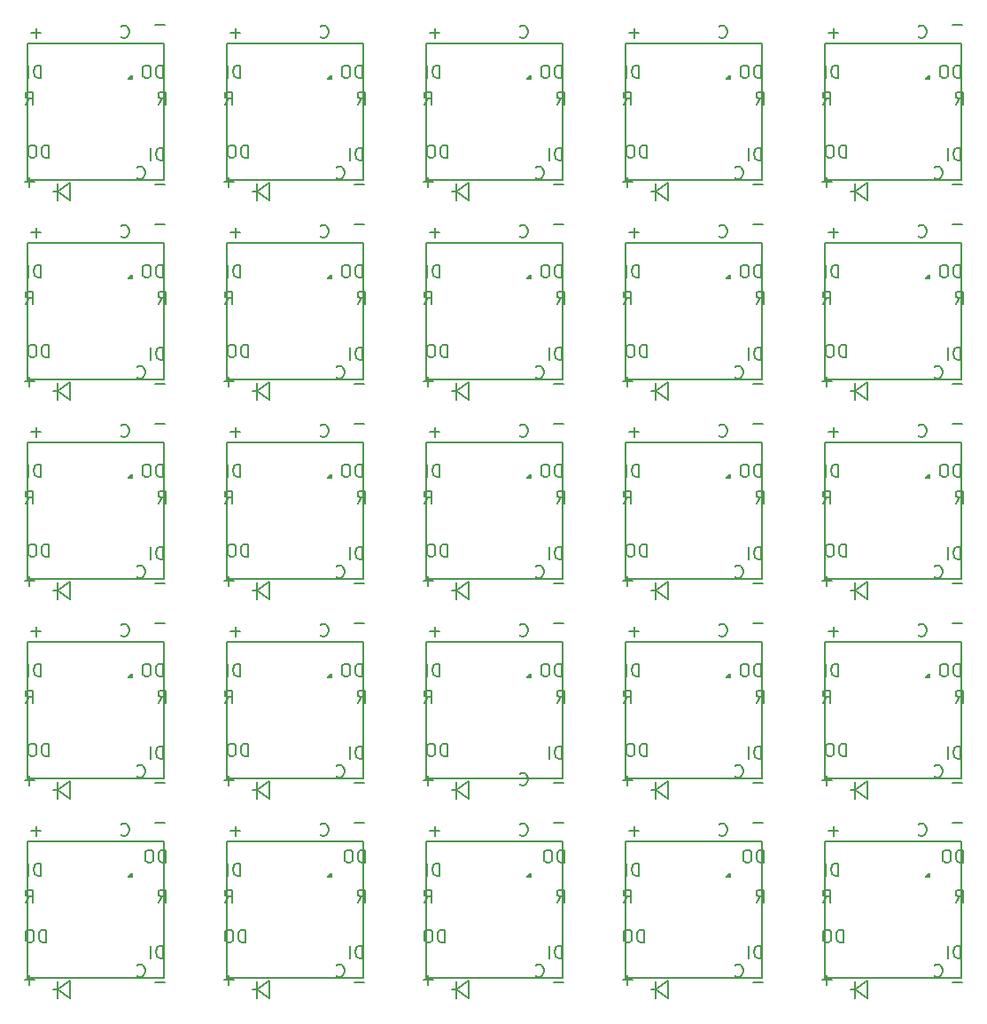
<source format=gbo>
G04 #@! TF.GenerationSoftware,KiCad,Pcbnew,5.0.2-bee76a0~70~ubuntu18.04.1*
G04 #@! TF.CreationDate,2020-02-01T05:26:45+09:00*
G04 #@! TF.ProjectId,suxen,73757865-6e2e-46b6-9963-61645f706362,rev?*
G04 #@! TF.SameCoordinates,Original*
G04 #@! TF.FileFunction,Legend,Bot*
G04 #@! TF.FilePolarity,Positive*
%FSLAX46Y46*%
G04 Gerber Fmt 4.6, Leading zero omitted, Abs format (unit mm)*
G04 Created by KiCad (PCBNEW 5.0.2-bee76a0~70~ubuntu18.04.1) date 2020年02月01日 05時26分45秒*
%MOMM*%
%LPD*%
G01*
G04 APERTURE LIST*
%ADD10C,0.200000*%
%ADD11C,0.150000*%
%ADD12C,1.812000*%
%ADD13C,2.602000*%
%ADD14C,4.102000*%
%ADD15R,1.502000X1.502000*%
%ADD16C,1.502000*%
%ADD17R,1.702000X1.302000*%
%ADD18R,1.902000X0.922000*%
%ADD19C,1.902000*%
G04 APERTURE END LIST*
D10*
X135518571Y-41957571D02*
X135575714Y-42014714D01*
X135747142Y-42071857D01*
X135861428Y-42071857D01*
X136032857Y-42014714D01*
X136147142Y-41900428D01*
X136204285Y-41786142D01*
X136261428Y-41557571D01*
X136261428Y-41386142D01*
X136204285Y-41157571D01*
X136147142Y-41043285D01*
X136032857Y-40929000D01*
X135861428Y-40871857D01*
X135747142Y-40871857D01*
X135575714Y-40929000D01*
X135518571Y-40986142D01*
X157175142Y-103590714D02*
X156260857Y-103590714D01*
X138125142Y-103590714D02*
X137210857Y-103590714D01*
X119075142Y-103590714D02*
X118160857Y-103590714D01*
X100025142Y-103590714D02*
X99110857Y-103590714D01*
X80975142Y-103590714D02*
X80060857Y-103590714D01*
X157175142Y-84540714D02*
X156260857Y-84540714D01*
X138125142Y-84540714D02*
X137210857Y-84540714D01*
X119075142Y-84540714D02*
X118160857Y-84540714D01*
X100025142Y-84540714D02*
X99110857Y-84540714D01*
X80975142Y-84540714D02*
X80060857Y-84540714D01*
X157175142Y-65490714D02*
X156260857Y-65490714D01*
X138125142Y-65490714D02*
X137210857Y-65490714D01*
X119075142Y-65490714D02*
X118160857Y-65490714D01*
X100025142Y-65490714D02*
X99110857Y-65490714D01*
X80975142Y-65490714D02*
X80060857Y-65490714D01*
X157175142Y-46440714D02*
X156260857Y-46440714D01*
X138125142Y-46440714D02*
X137210857Y-46440714D01*
X119075142Y-46440714D02*
X118160857Y-46440714D01*
X100025142Y-46440714D02*
X99110857Y-46440714D01*
X145364142Y-104352714D02*
X144449857Y-104352714D01*
X144907000Y-104809857D02*
X144907000Y-103895571D01*
X126314142Y-104352714D02*
X125399857Y-104352714D01*
X125857000Y-104809857D02*
X125857000Y-103895571D01*
X107264142Y-104352714D02*
X106349857Y-104352714D01*
X106807000Y-104809857D02*
X106807000Y-103895571D01*
X88214142Y-104352714D02*
X87299857Y-104352714D01*
X87757000Y-104809857D02*
X87757000Y-103895571D01*
X69164142Y-104352714D02*
X68249857Y-104352714D01*
X68707000Y-104809857D02*
X68707000Y-103895571D01*
X145364142Y-85302714D02*
X144449857Y-85302714D01*
X144907000Y-85759857D02*
X144907000Y-84845571D01*
X126314142Y-85302714D02*
X125399857Y-85302714D01*
X125857000Y-85759857D02*
X125857000Y-84845571D01*
X107264142Y-85302714D02*
X106349857Y-85302714D01*
X106807000Y-85759857D02*
X106807000Y-84845571D01*
X88214142Y-85302714D02*
X87299857Y-85302714D01*
X87757000Y-85759857D02*
X87757000Y-84845571D01*
X69164142Y-85302714D02*
X68249857Y-85302714D01*
X68707000Y-85759857D02*
X68707000Y-84845571D01*
X145364142Y-66252714D02*
X144449857Y-66252714D01*
X144907000Y-66709857D02*
X144907000Y-65795571D01*
X126314142Y-66252714D02*
X125399857Y-66252714D01*
X125857000Y-66709857D02*
X125857000Y-65795571D01*
X107264142Y-66252714D02*
X106349857Y-66252714D01*
X106807000Y-66709857D02*
X106807000Y-65795571D01*
X88214142Y-66252714D02*
X87299857Y-66252714D01*
X87757000Y-66709857D02*
X87757000Y-65795571D01*
X69164142Y-66252714D02*
X68249857Y-66252714D01*
X68707000Y-66709857D02*
X68707000Y-65795571D01*
X145364142Y-47202714D02*
X144449857Y-47202714D01*
X144907000Y-47659857D02*
X144907000Y-46745571D01*
X126314142Y-47202714D02*
X125399857Y-47202714D01*
X125857000Y-47659857D02*
X125857000Y-46745571D01*
X107264142Y-47202714D02*
X106349857Y-47202714D01*
X106807000Y-47659857D02*
X106807000Y-46745571D01*
X88214142Y-47202714D02*
X87299857Y-47202714D01*
X87757000Y-47659857D02*
X87757000Y-46745571D01*
X69164142Y-47202714D02*
X68249857Y-47202714D01*
X68707000Y-47659857D02*
X68707000Y-46745571D01*
X145364142Y-28152714D02*
X144449857Y-28152714D01*
X144907000Y-28609857D02*
X144907000Y-27695571D01*
X126314142Y-28152714D02*
X125399857Y-28152714D01*
X125857000Y-28609857D02*
X125857000Y-27695571D01*
X107264142Y-28152714D02*
X106349857Y-28152714D01*
X106807000Y-28609857D02*
X106807000Y-27695571D01*
X88214142Y-28152714D02*
X87299857Y-28152714D01*
X87757000Y-28609857D02*
X87757000Y-27695571D01*
X157279857Y-107349857D02*
X157279857Y-106149857D01*
X156994142Y-106149857D01*
X156822714Y-106207000D01*
X156708428Y-106321285D01*
X156651285Y-106435571D01*
X156594142Y-106664142D01*
X156594142Y-106835571D01*
X156651285Y-107064142D01*
X156708428Y-107178428D01*
X156822714Y-107292714D01*
X156994142Y-107349857D01*
X157279857Y-107349857D01*
X155851285Y-106149857D02*
X155622714Y-106149857D01*
X155508428Y-106207000D01*
X155394142Y-106321285D01*
X155337000Y-106549857D01*
X155337000Y-106949857D01*
X155394142Y-107178428D01*
X155508428Y-107292714D01*
X155622714Y-107349857D01*
X155851285Y-107349857D01*
X155965571Y-107292714D01*
X156079857Y-107178428D01*
X156137000Y-106949857D01*
X156137000Y-106549857D01*
X156079857Y-106321285D01*
X155965571Y-106207000D01*
X155851285Y-106149857D01*
X138229857Y-107349857D02*
X138229857Y-106149857D01*
X137944142Y-106149857D01*
X137772714Y-106207000D01*
X137658428Y-106321285D01*
X137601285Y-106435571D01*
X137544142Y-106664142D01*
X137544142Y-106835571D01*
X137601285Y-107064142D01*
X137658428Y-107178428D01*
X137772714Y-107292714D01*
X137944142Y-107349857D01*
X138229857Y-107349857D01*
X136801285Y-106149857D02*
X136572714Y-106149857D01*
X136458428Y-106207000D01*
X136344142Y-106321285D01*
X136287000Y-106549857D01*
X136287000Y-106949857D01*
X136344142Y-107178428D01*
X136458428Y-107292714D01*
X136572714Y-107349857D01*
X136801285Y-107349857D01*
X136915571Y-107292714D01*
X137029857Y-107178428D01*
X137087000Y-106949857D01*
X137087000Y-106549857D01*
X137029857Y-106321285D01*
X136915571Y-106207000D01*
X136801285Y-106149857D01*
X119179857Y-107349857D02*
X119179857Y-106149857D01*
X118894142Y-106149857D01*
X118722714Y-106207000D01*
X118608428Y-106321285D01*
X118551285Y-106435571D01*
X118494142Y-106664142D01*
X118494142Y-106835571D01*
X118551285Y-107064142D01*
X118608428Y-107178428D01*
X118722714Y-107292714D01*
X118894142Y-107349857D01*
X119179857Y-107349857D01*
X117751285Y-106149857D02*
X117522714Y-106149857D01*
X117408428Y-106207000D01*
X117294142Y-106321285D01*
X117237000Y-106549857D01*
X117237000Y-106949857D01*
X117294142Y-107178428D01*
X117408428Y-107292714D01*
X117522714Y-107349857D01*
X117751285Y-107349857D01*
X117865571Y-107292714D01*
X117979857Y-107178428D01*
X118037000Y-106949857D01*
X118037000Y-106549857D01*
X117979857Y-106321285D01*
X117865571Y-106207000D01*
X117751285Y-106149857D01*
X100129857Y-107349857D02*
X100129857Y-106149857D01*
X99844142Y-106149857D01*
X99672714Y-106207000D01*
X99558428Y-106321285D01*
X99501285Y-106435571D01*
X99444142Y-106664142D01*
X99444142Y-106835571D01*
X99501285Y-107064142D01*
X99558428Y-107178428D01*
X99672714Y-107292714D01*
X99844142Y-107349857D01*
X100129857Y-107349857D01*
X98701285Y-106149857D02*
X98472714Y-106149857D01*
X98358428Y-106207000D01*
X98244142Y-106321285D01*
X98187000Y-106549857D01*
X98187000Y-106949857D01*
X98244142Y-107178428D01*
X98358428Y-107292714D01*
X98472714Y-107349857D01*
X98701285Y-107349857D01*
X98815571Y-107292714D01*
X98929857Y-107178428D01*
X98987000Y-106949857D01*
X98987000Y-106549857D01*
X98929857Y-106321285D01*
X98815571Y-106207000D01*
X98701285Y-106149857D01*
X81079857Y-107349857D02*
X81079857Y-106149857D01*
X80794142Y-106149857D01*
X80622714Y-106207000D01*
X80508428Y-106321285D01*
X80451285Y-106435571D01*
X80394142Y-106664142D01*
X80394142Y-106835571D01*
X80451285Y-107064142D01*
X80508428Y-107178428D01*
X80622714Y-107292714D01*
X80794142Y-107349857D01*
X81079857Y-107349857D01*
X79651285Y-106149857D02*
X79422714Y-106149857D01*
X79308428Y-106207000D01*
X79194142Y-106321285D01*
X79137000Y-106549857D01*
X79137000Y-106949857D01*
X79194142Y-107178428D01*
X79308428Y-107292714D01*
X79422714Y-107349857D01*
X79651285Y-107349857D01*
X79765571Y-107292714D01*
X79879857Y-107178428D01*
X79937000Y-106949857D01*
X79937000Y-106549857D01*
X79879857Y-106321285D01*
X79765571Y-106207000D01*
X79651285Y-106149857D01*
X157025857Y-89569857D02*
X157025857Y-88369857D01*
X156740142Y-88369857D01*
X156568714Y-88427000D01*
X156454428Y-88541285D01*
X156397285Y-88655571D01*
X156340142Y-88884142D01*
X156340142Y-89055571D01*
X156397285Y-89284142D01*
X156454428Y-89398428D01*
X156568714Y-89512714D01*
X156740142Y-89569857D01*
X157025857Y-89569857D01*
X155597285Y-88369857D02*
X155368714Y-88369857D01*
X155254428Y-88427000D01*
X155140142Y-88541285D01*
X155083000Y-88769857D01*
X155083000Y-89169857D01*
X155140142Y-89398428D01*
X155254428Y-89512714D01*
X155368714Y-89569857D01*
X155597285Y-89569857D01*
X155711571Y-89512714D01*
X155825857Y-89398428D01*
X155883000Y-89169857D01*
X155883000Y-88769857D01*
X155825857Y-88541285D01*
X155711571Y-88427000D01*
X155597285Y-88369857D01*
X137975857Y-89569857D02*
X137975857Y-88369857D01*
X137690142Y-88369857D01*
X137518714Y-88427000D01*
X137404428Y-88541285D01*
X137347285Y-88655571D01*
X137290142Y-88884142D01*
X137290142Y-89055571D01*
X137347285Y-89284142D01*
X137404428Y-89398428D01*
X137518714Y-89512714D01*
X137690142Y-89569857D01*
X137975857Y-89569857D01*
X136547285Y-88369857D02*
X136318714Y-88369857D01*
X136204428Y-88427000D01*
X136090142Y-88541285D01*
X136033000Y-88769857D01*
X136033000Y-89169857D01*
X136090142Y-89398428D01*
X136204428Y-89512714D01*
X136318714Y-89569857D01*
X136547285Y-89569857D01*
X136661571Y-89512714D01*
X136775857Y-89398428D01*
X136833000Y-89169857D01*
X136833000Y-88769857D01*
X136775857Y-88541285D01*
X136661571Y-88427000D01*
X136547285Y-88369857D01*
X118925857Y-89569857D02*
X118925857Y-88369857D01*
X118640142Y-88369857D01*
X118468714Y-88427000D01*
X118354428Y-88541285D01*
X118297285Y-88655571D01*
X118240142Y-88884142D01*
X118240142Y-89055571D01*
X118297285Y-89284142D01*
X118354428Y-89398428D01*
X118468714Y-89512714D01*
X118640142Y-89569857D01*
X118925857Y-89569857D01*
X117497285Y-88369857D02*
X117268714Y-88369857D01*
X117154428Y-88427000D01*
X117040142Y-88541285D01*
X116983000Y-88769857D01*
X116983000Y-89169857D01*
X117040142Y-89398428D01*
X117154428Y-89512714D01*
X117268714Y-89569857D01*
X117497285Y-89569857D01*
X117611571Y-89512714D01*
X117725857Y-89398428D01*
X117783000Y-89169857D01*
X117783000Y-88769857D01*
X117725857Y-88541285D01*
X117611571Y-88427000D01*
X117497285Y-88369857D01*
X99875857Y-89569857D02*
X99875857Y-88369857D01*
X99590142Y-88369857D01*
X99418714Y-88427000D01*
X99304428Y-88541285D01*
X99247285Y-88655571D01*
X99190142Y-88884142D01*
X99190142Y-89055571D01*
X99247285Y-89284142D01*
X99304428Y-89398428D01*
X99418714Y-89512714D01*
X99590142Y-89569857D01*
X99875857Y-89569857D01*
X98447285Y-88369857D02*
X98218714Y-88369857D01*
X98104428Y-88427000D01*
X97990142Y-88541285D01*
X97933000Y-88769857D01*
X97933000Y-89169857D01*
X97990142Y-89398428D01*
X98104428Y-89512714D01*
X98218714Y-89569857D01*
X98447285Y-89569857D01*
X98561571Y-89512714D01*
X98675857Y-89398428D01*
X98733000Y-89169857D01*
X98733000Y-88769857D01*
X98675857Y-88541285D01*
X98561571Y-88427000D01*
X98447285Y-88369857D01*
X80825857Y-89569857D02*
X80825857Y-88369857D01*
X80540142Y-88369857D01*
X80368714Y-88427000D01*
X80254428Y-88541285D01*
X80197285Y-88655571D01*
X80140142Y-88884142D01*
X80140142Y-89055571D01*
X80197285Y-89284142D01*
X80254428Y-89398428D01*
X80368714Y-89512714D01*
X80540142Y-89569857D01*
X80825857Y-89569857D01*
X79397285Y-88369857D02*
X79168714Y-88369857D01*
X79054428Y-88427000D01*
X78940142Y-88541285D01*
X78883000Y-88769857D01*
X78883000Y-89169857D01*
X78940142Y-89398428D01*
X79054428Y-89512714D01*
X79168714Y-89569857D01*
X79397285Y-89569857D01*
X79511571Y-89512714D01*
X79625857Y-89398428D01*
X79683000Y-89169857D01*
X79683000Y-88769857D01*
X79625857Y-88541285D01*
X79511571Y-88427000D01*
X79397285Y-88369857D01*
X157025857Y-70519857D02*
X157025857Y-69319857D01*
X156740142Y-69319857D01*
X156568714Y-69377000D01*
X156454428Y-69491285D01*
X156397285Y-69605571D01*
X156340142Y-69834142D01*
X156340142Y-70005571D01*
X156397285Y-70234142D01*
X156454428Y-70348428D01*
X156568714Y-70462714D01*
X156740142Y-70519857D01*
X157025857Y-70519857D01*
X155597285Y-69319857D02*
X155368714Y-69319857D01*
X155254428Y-69377000D01*
X155140142Y-69491285D01*
X155083000Y-69719857D01*
X155083000Y-70119857D01*
X155140142Y-70348428D01*
X155254428Y-70462714D01*
X155368714Y-70519857D01*
X155597285Y-70519857D01*
X155711571Y-70462714D01*
X155825857Y-70348428D01*
X155883000Y-70119857D01*
X155883000Y-69719857D01*
X155825857Y-69491285D01*
X155711571Y-69377000D01*
X155597285Y-69319857D01*
X137975857Y-70519857D02*
X137975857Y-69319857D01*
X137690142Y-69319857D01*
X137518714Y-69377000D01*
X137404428Y-69491285D01*
X137347285Y-69605571D01*
X137290142Y-69834142D01*
X137290142Y-70005571D01*
X137347285Y-70234142D01*
X137404428Y-70348428D01*
X137518714Y-70462714D01*
X137690142Y-70519857D01*
X137975857Y-70519857D01*
X136547285Y-69319857D02*
X136318714Y-69319857D01*
X136204428Y-69377000D01*
X136090142Y-69491285D01*
X136033000Y-69719857D01*
X136033000Y-70119857D01*
X136090142Y-70348428D01*
X136204428Y-70462714D01*
X136318714Y-70519857D01*
X136547285Y-70519857D01*
X136661571Y-70462714D01*
X136775857Y-70348428D01*
X136833000Y-70119857D01*
X136833000Y-69719857D01*
X136775857Y-69491285D01*
X136661571Y-69377000D01*
X136547285Y-69319857D01*
X118925857Y-70519857D02*
X118925857Y-69319857D01*
X118640142Y-69319857D01*
X118468714Y-69377000D01*
X118354428Y-69491285D01*
X118297285Y-69605571D01*
X118240142Y-69834142D01*
X118240142Y-70005571D01*
X118297285Y-70234142D01*
X118354428Y-70348428D01*
X118468714Y-70462714D01*
X118640142Y-70519857D01*
X118925857Y-70519857D01*
X117497285Y-69319857D02*
X117268714Y-69319857D01*
X117154428Y-69377000D01*
X117040142Y-69491285D01*
X116983000Y-69719857D01*
X116983000Y-70119857D01*
X117040142Y-70348428D01*
X117154428Y-70462714D01*
X117268714Y-70519857D01*
X117497285Y-70519857D01*
X117611571Y-70462714D01*
X117725857Y-70348428D01*
X117783000Y-70119857D01*
X117783000Y-69719857D01*
X117725857Y-69491285D01*
X117611571Y-69377000D01*
X117497285Y-69319857D01*
X99875857Y-70519857D02*
X99875857Y-69319857D01*
X99590142Y-69319857D01*
X99418714Y-69377000D01*
X99304428Y-69491285D01*
X99247285Y-69605571D01*
X99190142Y-69834142D01*
X99190142Y-70005571D01*
X99247285Y-70234142D01*
X99304428Y-70348428D01*
X99418714Y-70462714D01*
X99590142Y-70519857D01*
X99875857Y-70519857D01*
X98447285Y-69319857D02*
X98218714Y-69319857D01*
X98104428Y-69377000D01*
X97990142Y-69491285D01*
X97933000Y-69719857D01*
X97933000Y-70119857D01*
X97990142Y-70348428D01*
X98104428Y-70462714D01*
X98218714Y-70519857D01*
X98447285Y-70519857D01*
X98561571Y-70462714D01*
X98675857Y-70348428D01*
X98733000Y-70119857D01*
X98733000Y-69719857D01*
X98675857Y-69491285D01*
X98561571Y-69377000D01*
X98447285Y-69319857D01*
X80825857Y-70519857D02*
X80825857Y-69319857D01*
X80540142Y-69319857D01*
X80368714Y-69377000D01*
X80254428Y-69491285D01*
X80197285Y-69605571D01*
X80140142Y-69834142D01*
X80140142Y-70005571D01*
X80197285Y-70234142D01*
X80254428Y-70348428D01*
X80368714Y-70462714D01*
X80540142Y-70519857D01*
X80825857Y-70519857D01*
X79397285Y-69319857D02*
X79168714Y-69319857D01*
X79054428Y-69377000D01*
X78940142Y-69491285D01*
X78883000Y-69719857D01*
X78883000Y-70119857D01*
X78940142Y-70348428D01*
X79054428Y-70462714D01*
X79168714Y-70519857D01*
X79397285Y-70519857D01*
X79511571Y-70462714D01*
X79625857Y-70348428D01*
X79683000Y-70119857D01*
X79683000Y-69719857D01*
X79625857Y-69491285D01*
X79511571Y-69377000D01*
X79397285Y-69319857D01*
X157025857Y-51469857D02*
X157025857Y-50269857D01*
X156740142Y-50269857D01*
X156568714Y-50327000D01*
X156454428Y-50441285D01*
X156397285Y-50555571D01*
X156340142Y-50784142D01*
X156340142Y-50955571D01*
X156397285Y-51184142D01*
X156454428Y-51298428D01*
X156568714Y-51412714D01*
X156740142Y-51469857D01*
X157025857Y-51469857D01*
X155597285Y-50269857D02*
X155368714Y-50269857D01*
X155254428Y-50327000D01*
X155140142Y-50441285D01*
X155083000Y-50669857D01*
X155083000Y-51069857D01*
X155140142Y-51298428D01*
X155254428Y-51412714D01*
X155368714Y-51469857D01*
X155597285Y-51469857D01*
X155711571Y-51412714D01*
X155825857Y-51298428D01*
X155883000Y-51069857D01*
X155883000Y-50669857D01*
X155825857Y-50441285D01*
X155711571Y-50327000D01*
X155597285Y-50269857D01*
X137975857Y-51469857D02*
X137975857Y-50269857D01*
X137690142Y-50269857D01*
X137518714Y-50327000D01*
X137404428Y-50441285D01*
X137347285Y-50555571D01*
X137290142Y-50784142D01*
X137290142Y-50955571D01*
X137347285Y-51184142D01*
X137404428Y-51298428D01*
X137518714Y-51412714D01*
X137690142Y-51469857D01*
X137975857Y-51469857D01*
X136547285Y-50269857D02*
X136318714Y-50269857D01*
X136204428Y-50327000D01*
X136090142Y-50441285D01*
X136033000Y-50669857D01*
X136033000Y-51069857D01*
X136090142Y-51298428D01*
X136204428Y-51412714D01*
X136318714Y-51469857D01*
X136547285Y-51469857D01*
X136661571Y-51412714D01*
X136775857Y-51298428D01*
X136833000Y-51069857D01*
X136833000Y-50669857D01*
X136775857Y-50441285D01*
X136661571Y-50327000D01*
X136547285Y-50269857D01*
X118925857Y-51469857D02*
X118925857Y-50269857D01*
X118640142Y-50269857D01*
X118468714Y-50327000D01*
X118354428Y-50441285D01*
X118297285Y-50555571D01*
X118240142Y-50784142D01*
X118240142Y-50955571D01*
X118297285Y-51184142D01*
X118354428Y-51298428D01*
X118468714Y-51412714D01*
X118640142Y-51469857D01*
X118925857Y-51469857D01*
X117497285Y-50269857D02*
X117268714Y-50269857D01*
X117154428Y-50327000D01*
X117040142Y-50441285D01*
X116983000Y-50669857D01*
X116983000Y-51069857D01*
X117040142Y-51298428D01*
X117154428Y-51412714D01*
X117268714Y-51469857D01*
X117497285Y-51469857D01*
X117611571Y-51412714D01*
X117725857Y-51298428D01*
X117783000Y-51069857D01*
X117783000Y-50669857D01*
X117725857Y-50441285D01*
X117611571Y-50327000D01*
X117497285Y-50269857D01*
X99875857Y-51469857D02*
X99875857Y-50269857D01*
X99590142Y-50269857D01*
X99418714Y-50327000D01*
X99304428Y-50441285D01*
X99247285Y-50555571D01*
X99190142Y-50784142D01*
X99190142Y-50955571D01*
X99247285Y-51184142D01*
X99304428Y-51298428D01*
X99418714Y-51412714D01*
X99590142Y-51469857D01*
X99875857Y-51469857D01*
X98447285Y-50269857D02*
X98218714Y-50269857D01*
X98104428Y-50327000D01*
X97990142Y-50441285D01*
X97933000Y-50669857D01*
X97933000Y-51069857D01*
X97990142Y-51298428D01*
X98104428Y-51412714D01*
X98218714Y-51469857D01*
X98447285Y-51469857D01*
X98561571Y-51412714D01*
X98675857Y-51298428D01*
X98733000Y-51069857D01*
X98733000Y-50669857D01*
X98675857Y-50441285D01*
X98561571Y-50327000D01*
X98447285Y-50269857D01*
X80825857Y-51469857D02*
X80825857Y-50269857D01*
X80540142Y-50269857D01*
X80368714Y-50327000D01*
X80254428Y-50441285D01*
X80197285Y-50555571D01*
X80140142Y-50784142D01*
X80140142Y-50955571D01*
X80197285Y-51184142D01*
X80254428Y-51298428D01*
X80368714Y-51412714D01*
X80540142Y-51469857D01*
X80825857Y-51469857D01*
X79397285Y-50269857D02*
X79168714Y-50269857D01*
X79054428Y-50327000D01*
X78940142Y-50441285D01*
X78883000Y-50669857D01*
X78883000Y-51069857D01*
X78940142Y-51298428D01*
X79054428Y-51412714D01*
X79168714Y-51469857D01*
X79397285Y-51469857D01*
X79511571Y-51412714D01*
X79625857Y-51298428D01*
X79683000Y-51069857D01*
X79683000Y-50669857D01*
X79625857Y-50441285D01*
X79511571Y-50327000D01*
X79397285Y-50269857D01*
X157025857Y-32419857D02*
X157025857Y-31219857D01*
X156740142Y-31219857D01*
X156568714Y-31277000D01*
X156454428Y-31391285D01*
X156397285Y-31505571D01*
X156340142Y-31734142D01*
X156340142Y-31905571D01*
X156397285Y-32134142D01*
X156454428Y-32248428D01*
X156568714Y-32362714D01*
X156740142Y-32419857D01*
X157025857Y-32419857D01*
X155597285Y-31219857D02*
X155368714Y-31219857D01*
X155254428Y-31277000D01*
X155140142Y-31391285D01*
X155083000Y-31619857D01*
X155083000Y-32019857D01*
X155140142Y-32248428D01*
X155254428Y-32362714D01*
X155368714Y-32419857D01*
X155597285Y-32419857D01*
X155711571Y-32362714D01*
X155825857Y-32248428D01*
X155883000Y-32019857D01*
X155883000Y-31619857D01*
X155825857Y-31391285D01*
X155711571Y-31277000D01*
X155597285Y-31219857D01*
X137975857Y-32419857D02*
X137975857Y-31219857D01*
X137690142Y-31219857D01*
X137518714Y-31277000D01*
X137404428Y-31391285D01*
X137347285Y-31505571D01*
X137290142Y-31734142D01*
X137290142Y-31905571D01*
X137347285Y-32134142D01*
X137404428Y-32248428D01*
X137518714Y-32362714D01*
X137690142Y-32419857D01*
X137975857Y-32419857D01*
X136547285Y-31219857D02*
X136318714Y-31219857D01*
X136204428Y-31277000D01*
X136090142Y-31391285D01*
X136033000Y-31619857D01*
X136033000Y-32019857D01*
X136090142Y-32248428D01*
X136204428Y-32362714D01*
X136318714Y-32419857D01*
X136547285Y-32419857D01*
X136661571Y-32362714D01*
X136775857Y-32248428D01*
X136833000Y-32019857D01*
X136833000Y-31619857D01*
X136775857Y-31391285D01*
X136661571Y-31277000D01*
X136547285Y-31219857D01*
X118925857Y-32419857D02*
X118925857Y-31219857D01*
X118640142Y-31219857D01*
X118468714Y-31277000D01*
X118354428Y-31391285D01*
X118297285Y-31505571D01*
X118240142Y-31734142D01*
X118240142Y-31905571D01*
X118297285Y-32134142D01*
X118354428Y-32248428D01*
X118468714Y-32362714D01*
X118640142Y-32419857D01*
X118925857Y-32419857D01*
X117497285Y-31219857D02*
X117268714Y-31219857D01*
X117154428Y-31277000D01*
X117040142Y-31391285D01*
X116983000Y-31619857D01*
X116983000Y-32019857D01*
X117040142Y-32248428D01*
X117154428Y-32362714D01*
X117268714Y-32419857D01*
X117497285Y-32419857D01*
X117611571Y-32362714D01*
X117725857Y-32248428D01*
X117783000Y-32019857D01*
X117783000Y-31619857D01*
X117725857Y-31391285D01*
X117611571Y-31277000D01*
X117497285Y-31219857D01*
X99875857Y-32419857D02*
X99875857Y-31219857D01*
X99590142Y-31219857D01*
X99418714Y-31277000D01*
X99304428Y-31391285D01*
X99247285Y-31505571D01*
X99190142Y-31734142D01*
X99190142Y-31905571D01*
X99247285Y-32134142D01*
X99304428Y-32248428D01*
X99418714Y-32362714D01*
X99590142Y-32419857D01*
X99875857Y-32419857D01*
X98447285Y-31219857D02*
X98218714Y-31219857D01*
X98104428Y-31277000D01*
X97990142Y-31391285D01*
X97933000Y-31619857D01*
X97933000Y-32019857D01*
X97990142Y-32248428D01*
X98104428Y-32362714D01*
X98218714Y-32419857D01*
X98447285Y-32419857D01*
X98561571Y-32362714D01*
X98675857Y-32248428D01*
X98733000Y-32019857D01*
X98733000Y-31619857D01*
X98675857Y-31391285D01*
X98561571Y-31277000D01*
X98447285Y-31219857D01*
X145380000Y-108619857D02*
X145380000Y-107419857D01*
X145094285Y-107419857D01*
X144922857Y-107477000D01*
X144808571Y-107591285D01*
X144751428Y-107705571D01*
X144694285Y-107934142D01*
X144694285Y-108105571D01*
X144751428Y-108334142D01*
X144808571Y-108448428D01*
X144922857Y-108562714D01*
X145094285Y-108619857D01*
X145380000Y-108619857D01*
X144180000Y-108619857D02*
X144180000Y-107419857D01*
X126330000Y-108619857D02*
X126330000Y-107419857D01*
X126044285Y-107419857D01*
X125872857Y-107477000D01*
X125758571Y-107591285D01*
X125701428Y-107705571D01*
X125644285Y-107934142D01*
X125644285Y-108105571D01*
X125701428Y-108334142D01*
X125758571Y-108448428D01*
X125872857Y-108562714D01*
X126044285Y-108619857D01*
X126330000Y-108619857D01*
X125130000Y-108619857D02*
X125130000Y-107419857D01*
X107280000Y-108619857D02*
X107280000Y-107419857D01*
X106994285Y-107419857D01*
X106822857Y-107477000D01*
X106708571Y-107591285D01*
X106651428Y-107705571D01*
X106594285Y-107934142D01*
X106594285Y-108105571D01*
X106651428Y-108334142D01*
X106708571Y-108448428D01*
X106822857Y-108562714D01*
X106994285Y-108619857D01*
X107280000Y-108619857D01*
X106080000Y-108619857D02*
X106080000Y-107419857D01*
X88230000Y-108619857D02*
X88230000Y-107419857D01*
X87944285Y-107419857D01*
X87772857Y-107477000D01*
X87658571Y-107591285D01*
X87601428Y-107705571D01*
X87544285Y-107934142D01*
X87544285Y-108105571D01*
X87601428Y-108334142D01*
X87658571Y-108448428D01*
X87772857Y-108562714D01*
X87944285Y-108619857D01*
X88230000Y-108619857D01*
X87030000Y-108619857D02*
X87030000Y-107419857D01*
X69180000Y-108619857D02*
X69180000Y-107419857D01*
X68894285Y-107419857D01*
X68722857Y-107477000D01*
X68608571Y-107591285D01*
X68551428Y-107705571D01*
X68494285Y-107934142D01*
X68494285Y-108105571D01*
X68551428Y-108334142D01*
X68608571Y-108448428D01*
X68722857Y-108562714D01*
X68894285Y-108619857D01*
X69180000Y-108619857D01*
X67980000Y-108619857D02*
X67980000Y-107419857D01*
X145380000Y-89569857D02*
X145380000Y-88369857D01*
X145094285Y-88369857D01*
X144922857Y-88427000D01*
X144808571Y-88541285D01*
X144751428Y-88655571D01*
X144694285Y-88884142D01*
X144694285Y-89055571D01*
X144751428Y-89284142D01*
X144808571Y-89398428D01*
X144922857Y-89512714D01*
X145094285Y-89569857D01*
X145380000Y-89569857D01*
X144180000Y-89569857D02*
X144180000Y-88369857D01*
X126330000Y-89569857D02*
X126330000Y-88369857D01*
X126044285Y-88369857D01*
X125872857Y-88427000D01*
X125758571Y-88541285D01*
X125701428Y-88655571D01*
X125644285Y-88884142D01*
X125644285Y-89055571D01*
X125701428Y-89284142D01*
X125758571Y-89398428D01*
X125872857Y-89512714D01*
X126044285Y-89569857D01*
X126330000Y-89569857D01*
X125130000Y-89569857D02*
X125130000Y-88369857D01*
X107280000Y-89569857D02*
X107280000Y-88369857D01*
X106994285Y-88369857D01*
X106822857Y-88427000D01*
X106708571Y-88541285D01*
X106651428Y-88655571D01*
X106594285Y-88884142D01*
X106594285Y-89055571D01*
X106651428Y-89284142D01*
X106708571Y-89398428D01*
X106822857Y-89512714D01*
X106994285Y-89569857D01*
X107280000Y-89569857D01*
X106080000Y-89569857D02*
X106080000Y-88369857D01*
X88230000Y-89569857D02*
X88230000Y-88369857D01*
X87944285Y-88369857D01*
X87772857Y-88427000D01*
X87658571Y-88541285D01*
X87601428Y-88655571D01*
X87544285Y-88884142D01*
X87544285Y-89055571D01*
X87601428Y-89284142D01*
X87658571Y-89398428D01*
X87772857Y-89512714D01*
X87944285Y-89569857D01*
X88230000Y-89569857D01*
X87030000Y-89569857D02*
X87030000Y-88369857D01*
X69180000Y-89569857D02*
X69180000Y-88369857D01*
X68894285Y-88369857D01*
X68722857Y-88427000D01*
X68608571Y-88541285D01*
X68551428Y-88655571D01*
X68494285Y-88884142D01*
X68494285Y-89055571D01*
X68551428Y-89284142D01*
X68608571Y-89398428D01*
X68722857Y-89512714D01*
X68894285Y-89569857D01*
X69180000Y-89569857D01*
X67980000Y-89569857D02*
X67980000Y-88369857D01*
X145380000Y-70519857D02*
X145380000Y-69319857D01*
X145094285Y-69319857D01*
X144922857Y-69377000D01*
X144808571Y-69491285D01*
X144751428Y-69605571D01*
X144694285Y-69834142D01*
X144694285Y-70005571D01*
X144751428Y-70234142D01*
X144808571Y-70348428D01*
X144922857Y-70462714D01*
X145094285Y-70519857D01*
X145380000Y-70519857D01*
X144180000Y-70519857D02*
X144180000Y-69319857D01*
X126330000Y-70519857D02*
X126330000Y-69319857D01*
X126044285Y-69319857D01*
X125872857Y-69377000D01*
X125758571Y-69491285D01*
X125701428Y-69605571D01*
X125644285Y-69834142D01*
X125644285Y-70005571D01*
X125701428Y-70234142D01*
X125758571Y-70348428D01*
X125872857Y-70462714D01*
X126044285Y-70519857D01*
X126330000Y-70519857D01*
X125130000Y-70519857D02*
X125130000Y-69319857D01*
X107280000Y-70519857D02*
X107280000Y-69319857D01*
X106994285Y-69319857D01*
X106822857Y-69377000D01*
X106708571Y-69491285D01*
X106651428Y-69605571D01*
X106594285Y-69834142D01*
X106594285Y-70005571D01*
X106651428Y-70234142D01*
X106708571Y-70348428D01*
X106822857Y-70462714D01*
X106994285Y-70519857D01*
X107280000Y-70519857D01*
X106080000Y-70519857D02*
X106080000Y-69319857D01*
X88230000Y-70519857D02*
X88230000Y-69319857D01*
X87944285Y-69319857D01*
X87772857Y-69377000D01*
X87658571Y-69491285D01*
X87601428Y-69605571D01*
X87544285Y-69834142D01*
X87544285Y-70005571D01*
X87601428Y-70234142D01*
X87658571Y-70348428D01*
X87772857Y-70462714D01*
X87944285Y-70519857D01*
X88230000Y-70519857D01*
X87030000Y-70519857D02*
X87030000Y-69319857D01*
X69180000Y-70519857D02*
X69180000Y-69319857D01*
X68894285Y-69319857D01*
X68722857Y-69377000D01*
X68608571Y-69491285D01*
X68551428Y-69605571D01*
X68494285Y-69834142D01*
X68494285Y-70005571D01*
X68551428Y-70234142D01*
X68608571Y-70348428D01*
X68722857Y-70462714D01*
X68894285Y-70519857D01*
X69180000Y-70519857D01*
X67980000Y-70519857D02*
X67980000Y-69319857D01*
X145380000Y-51469857D02*
X145380000Y-50269857D01*
X145094285Y-50269857D01*
X144922857Y-50327000D01*
X144808571Y-50441285D01*
X144751428Y-50555571D01*
X144694285Y-50784142D01*
X144694285Y-50955571D01*
X144751428Y-51184142D01*
X144808571Y-51298428D01*
X144922857Y-51412714D01*
X145094285Y-51469857D01*
X145380000Y-51469857D01*
X144180000Y-51469857D02*
X144180000Y-50269857D01*
X126330000Y-51469857D02*
X126330000Y-50269857D01*
X126044285Y-50269857D01*
X125872857Y-50327000D01*
X125758571Y-50441285D01*
X125701428Y-50555571D01*
X125644285Y-50784142D01*
X125644285Y-50955571D01*
X125701428Y-51184142D01*
X125758571Y-51298428D01*
X125872857Y-51412714D01*
X126044285Y-51469857D01*
X126330000Y-51469857D01*
X125130000Y-51469857D02*
X125130000Y-50269857D01*
X107280000Y-51469857D02*
X107280000Y-50269857D01*
X106994285Y-50269857D01*
X106822857Y-50327000D01*
X106708571Y-50441285D01*
X106651428Y-50555571D01*
X106594285Y-50784142D01*
X106594285Y-50955571D01*
X106651428Y-51184142D01*
X106708571Y-51298428D01*
X106822857Y-51412714D01*
X106994285Y-51469857D01*
X107280000Y-51469857D01*
X106080000Y-51469857D02*
X106080000Y-50269857D01*
X88230000Y-51469857D02*
X88230000Y-50269857D01*
X87944285Y-50269857D01*
X87772857Y-50327000D01*
X87658571Y-50441285D01*
X87601428Y-50555571D01*
X87544285Y-50784142D01*
X87544285Y-50955571D01*
X87601428Y-51184142D01*
X87658571Y-51298428D01*
X87772857Y-51412714D01*
X87944285Y-51469857D01*
X88230000Y-51469857D01*
X87030000Y-51469857D02*
X87030000Y-50269857D01*
X69180000Y-51469857D02*
X69180000Y-50269857D01*
X68894285Y-50269857D01*
X68722857Y-50327000D01*
X68608571Y-50441285D01*
X68551428Y-50555571D01*
X68494285Y-50784142D01*
X68494285Y-50955571D01*
X68551428Y-51184142D01*
X68608571Y-51298428D01*
X68722857Y-51412714D01*
X68894285Y-51469857D01*
X69180000Y-51469857D01*
X67980000Y-51469857D02*
X67980000Y-50269857D01*
X145380000Y-32419857D02*
X145380000Y-31219857D01*
X145094285Y-31219857D01*
X144922857Y-31277000D01*
X144808571Y-31391285D01*
X144751428Y-31505571D01*
X144694285Y-31734142D01*
X144694285Y-31905571D01*
X144751428Y-32134142D01*
X144808571Y-32248428D01*
X144922857Y-32362714D01*
X145094285Y-32419857D01*
X145380000Y-32419857D01*
X144180000Y-32419857D02*
X144180000Y-31219857D01*
X126330000Y-32419857D02*
X126330000Y-31219857D01*
X126044285Y-31219857D01*
X125872857Y-31277000D01*
X125758571Y-31391285D01*
X125701428Y-31505571D01*
X125644285Y-31734142D01*
X125644285Y-31905571D01*
X125701428Y-32134142D01*
X125758571Y-32248428D01*
X125872857Y-32362714D01*
X126044285Y-32419857D01*
X126330000Y-32419857D01*
X125130000Y-32419857D02*
X125130000Y-31219857D01*
X107280000Y-32419857D02*
X107280000Y-31219857D01*
X106994285Y-31219857D01*
X106822857Y-31277000D01*
X106708571Y-31391285D01*
X106651428Y-31505571D01*
X106594285Y-31734142D01*
X106594285Y-31905571D01*
X106651428Y-32134142D01*
X106708571Y-32248428D01*
X106822857Y-32362714D01*
X106994285Y-32419857D01*
X107280000Y-32419857D01*
X106080000Y-32419857D02*
X106080000Y-31219857D01*
X88230000Y-32419857D02*
X88230000Y-31219857D01*
X87944285Y-31219857D01*
X87772857Y-31277000D01*
X87658571Y-31391285D01*
X87601428Y-31505571D01*
X87544285Y-31734142D01*
X87544285Y-31905571D01*
X87601428Y-32134142D01*
X87658571Y-32248428D01*
X87772857Y-32362714D01*
X87944285Y-32419857D01*
X88230000Y-32419857D01*
X87030000Y-32419857D02*
X87030000Y-31219857D01*
X157064000Y-116493857D02*
X157064000Y-115293857D01*
X156778285Y-115293857D01*
X156606857Y-115351000D01*
X156492571Y-115465285D01*
X156435428Y-115579571D01*
X156378285Y-115808142D01*
X156378285Y-115979571D01*
X156435428Y-116208142D01*
X156492571Y-116322428D01*
X156606857Y-116436714D01*
X156778285Y-116493857D01*
X157064000Y-116493857D01*
X155864000Y-116493857D02*
X155864000Y-115293857D01*
X138014000Y-116493857D02*
X138014000Y-115293857D01*
X137728285Y-115293857D01*
X137556857Y-115351000D01*
X137442571Y-115465285D01*
X137385428Y-115579571D01*
X137328285Y-115808142D01*
X137328285Y-115979571D01*
X137385428Y-116208142D01*
X137442571Y-116322428D01*
X137556857Y-116436714D01*
X137728285Y-116493857D01*
X138014000Y-116493857D01*
X136814000Y-116493857D02*
X136814000Y-115293857D01*
X118964000Y-116493857D02*
X118964000Y-115293857D01*
X118678285Y-115293857D01*
X118506857Y-115351000D01*
X118392571Y-115465285D01*
X118335428Y-115579571D01*
X118278285Y-115808142D01*
X118278285Y-115979571D01*
X118335428Y-116208142D01*
X118392571Y-116322428D01*
X118506857Y-116436714D01*
X118678285Y-116493857D01*
X118964000Y-116493857D01*
X117764000Y-116493857D02*
X117764000Y-115293857D01*
X99914000Y-116493857D02*
X99914000Y-115293857D01*
X99628285Y-115293857D01*
X99456857Y-115351000D01*
X99342571Y-115465285D01*
X99285428Y-115579571D01*
X99228285Y-115808142D01*
X99228285Y-115979571D01*
X99285428Y-116208142D01*
X99342571Y-116322428D01*
X99456857Y-116436714D01*
X99628285Y-116493857D01*
X99914000Y-116493857D01*
X98714000Y-116493857D02*
X98714000Y-115293857D01*
X80864000Y-116493857D02*
X80864000Y-115293857D01*
X80578285Y-115293857D01*
X80406857Y-115351000D01*
X80292571Y-115465285D01*
X80235428Y-115579571D01*
X80178285Y-115808142D01*
X80178285Y-115979571D01*
X80235428Y-116208142D01*
X80292571Y-116322428D01*
X80406857Y-116436714D01*
X80578285Y-116493857D01*
X80864000Y-116493857D01*
X79664000Y-116493857D02*
X79664000Y-115293857D01*
X157064000Y-97443857D02*
X157064000Y-96243857D01*
X156778285Y-96243857D01*
X156606857Y-96301000D01*
X156492571Y-96415285D01*
X156435428Y-96529571D01*
X156378285Y-96758142D01*
X156378285Y-96929571D01*
X156435428Y-97158142D01*
X156492571Y-97272428D01*
X156606857Y-97386714D01*
X156778285Y-97443857D01*
X157064000Y-97443857D01*
X155864000Y-97443857D02*
X155864000Y-96243857D01*
X138014000Y-97443857D02*
X138014000Y-96243857D01*
X137728285Y-96243857D01*
X137556857Y-96301000D01*
X137442571Y-96415285D01*
X137385428Y-96529571D01*
X137328285Y-96758142D01*
X137328285Y-96929571D01*
X137385428Y-97158142D01*
X137442571Y-97272428D01*
X137556857Y-97386714D01*
X137728285Y-97443857D01*
X138014000Y-97443857D01*
X136814000Y-97443857D02*
X136814000Y-96243857D01*
X118964000Y-97443857D02*
X118964000Y-96243857D01*
X118678285Y-96243857D01*
X118506857Y-96301000D01*
X118392571Y-96415285D01*
X118335428Y-96529571D01*
X118278285Y-96758142D01*
X118278285Y-96929571D01*
X118335428Y-97158142D01*
X118392571Y-97272428D01*
X118506857Y-97386714D01*
X118678285Y-97443857D01*
X118964000Y-97443857D01*
X117764000Y-97443857D02*
X117764000Y-96243857D01*
X99914000Y-97443857D02*
X99914000Y-96243857D01*
X99628285Y-96243857D01*
X99456857Y-96301000D01*
X99342571Y-96415285D01*
X99285428Y-96529571D01*
X99228285Y-96758142D01*
X99228285Y-96929571D01*
X99285428Y-97158142D01*
X99342571Y-97272428D01*
X99456857Y-97386714D01*
X99628285Y-97443857D01*
X99914000Y-97443857D01*
X98714000Y-97443857D02*
X98714000Y-96243857D01*
X80864000Y-97443857D02*
X80864000Y-96243857D01*
X80578285Y-96243857D01*
X80406857Y-96301000D01*
X80292571Y-96415285D01*
X80235428Y-96529571D01*
X80178285Y-96758142D01*
X80178285Y-96929571D01*
X80235428Y-97158142D01*
X80292571Y-97272428D01*
X80406857Y-97386714D01*
X80578285Y-97443857D01*
X80864000Y-97443857D01*
X79664000Y-97443857D02*
X79664000Y-96243857D01*
X157064000Y-78393857D02*
X157064000Y-77193857D01*
X156778285Y-77193857D01*
X156606857Y-77251000D01*
X156492571Y-77365285D01*
X156435428Y-77479571D01*
X156378285Y-77708142D01*
X156378285Y-77879571D01*
X156435428Y-78108142D01*
X156492571Y-78222428D01*
X156606857Y-78336714D01*
X156778285Y-78393857D01*
X157064000Y-78393857D01*
X155864000Y-78393857D02*
X155864000Y-77193857D01*
X138014000Y-78393857D02*
X138014000Y-77193857D01*
X137728285Y-77193857D01*
X137556857Y-77251000D01*
X137442571Y-77365285D01*
X137385428Y-77479571D01*
X137328285Y-77708142D01*
X137328285Y-77879571D01*
X137385428Y-78108142D01*
X137442571Y-78222428D01*
X137556857Y-78336714D01*
X137728285Y-78393857D01*
X138014000Y-78393857D01*
X136814000Y-78393857D02*
X136814000Y-77193857D01*
X118964000Y-78393857D02*
X118964000Y-77193857D01*
X118678285Y-77193857D01*
X118506857Y-77251000D01*
X118392571Y-77365285D01*
X118335428Y-77479571D01*
X118278285Y-77708142D01*
X118278285Y-77879571D01*
X118335428Y-78108142D01*
X118392571Y-78222428D01*
X118506857Y-78336714D01*
X118678285Y-78393857D01*
X118964000Y-78393857D01*
X117764000Y-78393857D02*
X117764000Y-77193857D01*
X99914000Y-78393857D02*
X99914000Y-77193857D01*
X99628285Y-77193857D01*
X99456857Y-77251000D01*
X99342571Y-77365285D01*
X99285428Y-77479571D01*
X99228285Y-77708142D01*
X99228285Y-77879571D01*
X99285428Y-78108142D01*
X99342571Y-78222428D01*
X99456857Y-78336714D01*
X99628285Y-78393857D01*
X99914000Y-78393857D01*
X98714000Y-78393857D02*
X98714000Y-77193857D01*
X80864000Y-78393857D02*
X80864000Y-77193857D01*
X80578285Y-77193857D01*
X80406857Y-77251000D01*
X80292571Y-77365285D01*
X80235428Y-77479571D01*
X80178285Y-77708142D01*
X80178285Y-77879571D01*
X80235428Y-78108142D01*
X80292571Y-78222428D01*
X80406857Y-78336714D01*
X80578285Y-78393857D01*
X80864000Y-78393857D01*
X79664000Y-78393857D02*
X79664000Y-77193857D01*
X157064000Y-59343857D02*
X157064000Y-58143857D01*
X156778285Y-58143857D01*
X156606857Y-58201000D01*
X156492571Y-58315285D01*
X156435428Y-58429571D01*
X156378285Y-58658142D01*
X156378285Y-58829571D01*
X156435428Y-59058142D01*
X156492571Y-59172428D01*
X156606857Y-59286714D01*
X156778285Y-59343857D01*
X157064000Y-59343857D01*
X155864000Y-59343857D02*
X155864000Y-58143857D01*
X138014000Y-59343857D02*
X138014000Y-58143857D01*
X137728285Y-58143857D01*
X137556857Y-58201000D01*
X137442571Y-58315285D01*
X137385428Y-58429571D01*
X137328285Y-58658142D01*
X137328285Y-58829571D01*
X137385428Y-59058142D01*
X137442571Y-59172428D01*
X137556857Y-59286714D01*
X137728285Y-59343857D01*
X138014000Y-59343857D01*
X136814000Y-59343857D02*
X136814000Y-58143857D01*
X118964000Y-59343857D02*
X118964000Y-58143857D01*
X118678285Y-58143857D01*
X118506857Y-58201000D01*
X118392571Y-58315285D01*
X118335428Y-58429571D01*
X118278285Y-58658142D01*
X118278285Y-58829571D01*
X118335428Y-59058142D01*
X118392571Y-59172428D01*
X118506857Y-59286714D01*
X118678285Y-59343857D01*
X118964000Y-59343857D01*
X117764000Y-59343857D02*
X117764000Y-58143857D01*
X99914000Y-59343857D02*
X99914000Y-58143857D01*
X99628285Y-58143857D01*
X99456857Y-58201000D01*
X99342571Y-58315285D01*
X99285428Y-58429571D01*
X99228285Y-58658142D01*
X99228285Y-58829571D01*
X99285428Y-59058142D01*
X99342571Y-59172428D01*
X99456857Y-59286714D01*
X99628285Y-59343857D01*
X99914000Y-59343857D01*
X98714000Y-59343857D02*
X98714000Y-58143857D01*
X80864000Y-59343857D02*
X80864000Y-58143857D01*
X80578285Y-58143857D01*
X80406857Y-58201000D01*
X80292571Y-58315285D01*
X80235428Y-58429571D01*
X80178285Y-58658142D01*
X80178285Y-58829571D01*
X80235428Y-59058142D01*
X80292571Y-59172428D01*
X80406857Y-59286714D01*
X80578285Y-59343857D01*
X80864000Y-59343857D01*
X79664000Y-59343857D02*
X79664000Y-58143857D01*
X157064000Y-40293857D02*
X157064000Y-39093857D01*
X156778285Y-39093857D01*
X156606857Y-39151000D01*
X156492571Y-39265285D01*
X156435428Y-39379571D01*
X156378285Y-39608142D01*
X156378285Y-39779571D01*
X156435428Y-40008142D01*
X156492571Y-40122428D01*
X156606857Y-40236714D01*
X156778285Y-40293857D01*
X157064000Y-40293857D01*
X155864000Y-40293857D02*
X155864000Y-39093857D01*
X138014000Y-40293857D02*
X138014000Y-39093857D01*
X137728285Y-39093857D01*
X137556857Y-39151000D01*
X137442571Y-39265285D01*
X137385428Y-39379571D01*
X137328285Y-39608142D01*
X137328285Y-39779571D01*
X137385428Y-40008142D01*
X137442571Y-40122428D01*
X137556857Y-40236714D01*
X137728285Y-40293857D01*
X138014000Y-40293857D01*
X136814000Y-40293857D02*
X136814000Y-39093857D01*
X118964000Y-40293857D02*
X118964000Y-39093857D01*
X118678285Y-39093857D01*
X118506857Y-39151000D01*
X118392571Y-39265285D01*
X118335428Y-39379571D01*
X118278285Y-39608142D01*
X118278285Y-39779571D01*
X118335428Y-40008142D01*
X118392571Y-40122428D01*
X118506857Y-40236714D01*
X118678285Y-40293857D01*
X118964000Y-40293857D01*
X117764000Y-40293857D02*
X117764000Y-39093857D01*
X99914000Y-40293857D02*
X99914000Y-39093857D01*
X99628285Y-39093857D01*
X99456857Y-39151000D01*
X99342571Y-39265285D01*
X99285428Y-39379571D01*
X99228285Y-39608142D01*
X99228285Y-39779571D01*
X99285428Y-40008142D01*
X99342571Y-40122428D01*
X99456857Y-40236714D01*
X99628285Y-40293857D01*
X99914000Y-40293857D01*
X98714000Y-40293857D02*
X98714000Y-39093857D01*
X157175142Y-118830714D02*
X156260857Y-118830714D01*
X138125142Y-118830714D02*
X137210857Y-118830714D01*
X119075142Y-118830714D02*
X118160857Y-118830714D01*
X100025142Y-118830714D02*
X99110857Y-118830714D01*
X80975142Y-118830714D02*
X80060857Y-118830714D01*
X157175142Y-99780714D02*
X156260857Y-99780714D01*
X138125142Y-99780714D02*
X137210857Y-99780714D01*
X119075142Y-99780714D02*
X118160857Y-99780714D01*
X100025142Y-99780714D02*
X99110857Y-99780714D01*
X80975142Y-99780714D02*
X80060857Y-99780714D01*
X157175142Y-80730714D02*
X156260857Y-80730714D01*
X138125142Y-80730714D02*
X137210857Y-80730714D01*
X119075142Y-80730714D02*
X118160857Y-80730714D01*
X100025142Y-80730714D02*
X99110857Y-80730714D01*
X80975142Y-80730714D02*
X80060857Y-80730714D01*
X157175142Y-61680714D02*
X156260857Y-61680714D01*
X138125142Y-61680714D02*
X137210857Y-61680714D01*
X119075142Y-61680714D02*
X118160857Y-61680714D01*
X100025142Y-61680714D02*
X99110857Y-61680714D01*
X80975142Y-61680714D02*
X80060857Y-61680714D01*
X157175142Y-42630714D02*
X156260857Y-42630714D01*
X138125142Y-42630714D02*
X137210857Y-42630714D01*
X119075142Y-42630714D02*
X118160857Y-42630714D01*
X100025142Y-42630714D02*
X99110857Y-42630714D01*
X156600571Y-111159857D02*
X157000571Y-110588428D01*
X157286285Y-111159857D02*
X157286285Y-109959857D01*
X156829142Y-109959857D01*
X156714857Y-110017000D01*
X156657714Y-110074142D01*
X156600571Y-110188428D01*
X156600571Y-110359857D01*
X156657714Y-110474142D01*
X156714857Y-110531285D01*
X156829142Y-110588428D01*
X157286285Y-110588428D01*
X137550571Y-111159857D02*
X137950571Y-110588428D01*
X138236285Y-111159857D02*
X138236285Y-109959857D01*
X137779142Y-109959857D01*
X137664857Y-110017000D01*
X137607714Y-110074142D01*
X137550571Y-110188428D01*
X137550571Y-110359857D01*
X137607714Y-110474142D01*
X137664857Y-110531285D01*
X137779142Y-110588428D01*
X138236285Y-110588428D01*
X118500571Y-111159857D02*
X118900571Y-110588428D01*
X119186285Y-111159857D02*
X119186285Y-109959857D01*
X118729142Y-109959857D01*
X118614857Y-110017000D01*
X118557714Y-110074142D01*
X118500571Y-110188428D01*
X118500571Y-110359857D01*
X118557714Y-110474142D01*
X118614857Y-110531285D01*
X118729142Y-110588428D01*
X119186285Y-110588428D01*
X99450571Y-111159857D02*
X99850571Y-110588428D01*
X100136285Y-111159857D02*
X100136285Y-109959857D01*
X99679142Y-109959857D01*
X99564857Y-110017000D01*
X99507714Y-110074142D01*
X99450571Y-110188428D01*
X99450571Y-110359857D01*
X99507714Y-110474142D01*
X99564857Y-110531285D01*
X99679142Y-110588428D01*
X100136285Y-110588428D01*
X80400571Y-111159857D02*
X80800571Y-110588428D01*
X81086285Y-111159857D02*
X81086285Y-109959857D01*
X80629142Y-109959857D01*
X80514857Y-110017000D01*
X80457714Y-110074142D01*
X80400571Y-110188428D01*
X80400571Y-110359857D01*
X80457714Y-110474142D01*
X80514857Y-110531285D01*
X80629142Y-110588428D01*
X81086285Y-110588428D01*
X156600571Y-92109857D02*
X157000571Y-91538428D01*
X157286285Y-92109857D02*
X157286285Y-90909857D01*
X156829142Y-90909857D01*
X156714857Y-90967000D01*
X156657714Y-91024142D01*
X156600571Y-91138428D01*
X156600571Y-91309857D01*
X156657714Y-91424142D01*
X156714857Y-91481285D01*
X156829142Y-91538428D01*
X157286285Y-91538428D01*
X137550571Y-92109857D02*
X137950571Y-91538428D01*
X138236285Y-92109857D02*
X138236285Y-90909857D01*
X137779142Y-90909857D01*
X137664857Y-90967000D01*
X137607714Y-91024142D01*
X137550571Y-91138428D01*
X137550571Y-91309857D01*
X137607714Y-91424142D01*
X137664857Y-91481285D01*
X137779142Y-91538428D01*
X138236285Y-91538428D01*
X118500571Y-92109857D02*
X118900571Y-91538428D01*
X119186285Y-92109857D02*
X119186285Y-90909857D01*
X118729142Y-90909857D01*
X118614857Y-90967000D01*
X118557714Y-91024142D01*
X118500571Y-91138428D01*
X118500571Y-91309857D01*
X118557714Y-91424142D01*
X118614857Y-91481285D01*
X118729142Y-91538428D01*
X119186285Y-91538428D01*
X99450571Y-92109857D02*
X99850571Y-91538428D01*
X100136285Y-92109857D02*
X100136285Y-90909857D01*
X99679142Y-90909857D01*
X99564857Y-90967000D01*
X99507714Y-91024142D01*
X99450571Y-91138428D01*
X99450571Y-91309857D01*
X99507714Y-91424142D01*
X99564857Y-91481285D01*
X99679142Y-91538428D01*
X100136285Y-91538428D01*
X80400571Y-92109857D02*
X80800571Y-91538428D01*
X81086285Y-92109857D02*
X81086285Y-90909857D01*
X80629142Y-90909857D01*
X80514857Y-90967000D01*
X80457714Y-91024142D01*
X80400571Y-91138428D01*
X80400571Y-91309857D01*
X80457714Y-91424142D01*
X80514857Y-91481285D01*
X80629142Y-91538428D01*
X81086285Y-91538428D01*
X156600571Y-73059857D02*
X157000571Y-72488428D01*
X157286285Y-73059857D02*
X157286285Y-71859857D01*
X156829142Y-71859857D01*
X156714857Y-71917000D01*
X156657714Y-71974142D01*
X156600571Y-72088428D01*
X156600571Y-72259857D01*
X156657714Y-72374142D01*
X156714857Y-72431285D01*
X156829142Y-72488428D01*
X157286285Y-72488428D01*
X137550571Y-73059857D02*
X137950571Y-72488428D01*
X138236285Y-73059857D02*
X138236285Y-71859857D01*
X137779142Y-71859857D01*
X137664857Y-71917000D01*
X137607714Y-71974142D01*
X137550571Y-72088428D01*
X137550571Y-72259857D01*
X137607714Y-72374142D01*
X137664857Y-72431285D01*
X137779142Y-72488428D01*
X138236285Y-72488428D01*
X118500571Y-73059857D02*
X118900571Y-72488428D01*
X119186285Y-73059857D02*
X119186285Y-71859857D01*
X118729142Y-71859857D01*
X118614857Y-71917000D01*
X118557714Y-71974142D01*
X118500571Y-72088428D01*
X118500571Y-72259857D01*
X118557714Y-72374142D01*
X118614857Y-72431285D01*
X118729142Y-72488428D01*
X119186285Y-72488428D01*
X99450571Y-73059857D02*
X99850571Y-72488428D01*
X100136285Y-73059857D02*
X100136285Y-71859857D01*
X99679142Y-71859857D01*
X99564857Y-71917000D01*
X99507714Y-71974142D01*
X99450571Y-72088428D01*
X99450571Y-72259857D01*
X99507714Y-72374142D01*
X99564857Y-72431285D01*
X99679142Y-72488428D01*
X100136285Y-72488428D01*
X80400571Y-73059857D02*
X80800571Y-72488428D01*
X81086285Y-73059857D02*
X81086285Y-71859857D01*
X80629142Y-71859857D01*
X80514857Y-71917000D01*
X80457714Y-71974142D01*
X80400571Y-72088428D01*
X80400571Y-72259857D01*
X80457714Y-72374142D01*
X80514857Y-72431285D01*
X80629142Y-72488428D01*
X81086285Y-72488428D01*
X156600571Y-54009857D02*
X157000571Y-53438428D01*
X157286285Y-54009857D02*
X157286285Y-52809857D01*
X156829142Y-52809857D01*
X156714857Y-52867000D01*
X156657714Y-52924142D01*
X156600571Y-53038428D01*
X156600571Y-53209857D01*
X156657714Y-53324142D01*
X156714857Y-53381285D01*
X156829142Y-53438428D01*
X157286285Y-53438428D01*
X137550571Y-54009857D02*
X137950571Y-53438428D01*
X138236285Y-54009857D02*
X138236285Y-52809857D01*
X137779142Y-52809857D01*
X137664857Y-52867000D01*
X137607714Y-52924142D01*
X137550571Y-53038428D01*
X137550571Y-53209857D01*
X137607714Y-53324142D01*
X137664857Y-53381285D01*
X137779142Y-53438428D01*
X138236285Y-53438428D01*
X118500571Y-54009857D02*
X118900571Y-53438428D01*
X119186285Y-54009857D02*
X119186285Y-52809857D01*
X118729142Y-52809857D01*
X118614857Y-52867000D01*
X118557714Y-52924142D01*
X118500571Y-53038428D01*
X118500571Y-53209857D01*
X118557714Y-53324142D01*
X118614857Y-53381285D01*
X118729142Y-53438428D01*
X119186285Y-53438428D01*
X99450571Y-54009857D02*
X99850571Y-53438428D01*
X100136285Y-54009857D02*
X100136285Y-52809857D01*
X99679142Y-52809857D01*
X99564857Y-52867000D01*
X99507714Y-52924142D01*
X99450571Y-53038428D01*
X99450571Y-53209857D01*
X99507714Y-53324142D01*
X99564857Y-53381285D01*
X99679142Y-53438428D01*
X100136285Y-53438428D01*
X80400571Y-54009857D02*
X80800571Y-53438428D01*
X81086285Y-54009857D02*
X81086285Y-52809857D01*
X80629142Y-52809857D01*
X80514857Y-52867000D01*
X80457714Y-52924142D01*
X80400571Y-53038428D01*
X80400571Y-53209857D01*
X80457714Y-53324142D01*
X80514857Y-53381285D01*
X80629142Y-53438428D01*
X81086285Y-53438428D01*
X156600571Y-34959857D02*
X157000571Y-34388428D01*
X157286285Y-34959857D02*
X157286285Y-33759857D01*
X156829142Y-33759857D01*
X156714857Y-33817000D01*
X156657714Y-33874142D01*
X156600571Y-33988428D01*
X156600571Y-34159857D01*
X156657714Y-34274142D01*
X156714857Y-34331285D01*
X156829142Y-34388428D01*
X157286285Y-34388428D01*
X137550571Y-34959857D02*
X137950571Y-34388428D01*
X138236285Y-34959857D02*
X138236285Y-33759857D01*
X137779142Y-33759857D01*
X137664857Y-33817000D01*
X137607714Y-33874142D01*
X137550571Y-33988428D01*
X137550571Y-34159857D01*
X137607714Y-34274142D01*
X137664857Y-34331285D01*
X137779142Y-34388428D01*
X138236285Y-34388428D01*
X118500571Y-34959857D02*
X118900571Y-34388428D01*
X119186285Y-34959857D02*
X119186285Y-33759857D01*
X118729142Y-33759857D01*
X118614857Y-33817000D01*
X118557714Y-33874142D01*
X118500571Y-33988428D01*
X118500571Y-34159857D01*
X118557714Y-34274142D01*
X118614857Y-34331285D01*
X118729142Y-34388428D01*
X119186285Y-34388428D01*
X99450571Y-34959857D02*
X99850571Y-34388428D01*
X100136285Y-34959857D02*
X100136285Y-33759857D01*
X99679142Y-33759857D01*
X99564857Y-33817000D01*
X99507714Y-33874142D01*
X99450571Y-33988428D01*
X99450571Y-34159857D01*
X99507714Y-34274142D01*
X99564857Y-34331285D01*
X99679142Y-34388428D01*
X100136285Y-34388428D01*
X154568571Y-118157571D02*
X154625714Y-118214714D01*
X154797142Y-118271857D01*
X154911428Y-118271857D01*
X155082857Y-118214714D01*
X155197142Y-118100428D01*
X155254285Y-117986142D01*
X155311428Y-117757571D01*
X155311428Y-117586142D01*
X155254285Y-117357571D01*
X155197142Y-117243285D01*
X155082857Y-117129000D01*
X154911428Y-117071857D01*
X154797142Y-117071857D01*
X154625714Y-117129000D01*
X154568571Y-117186142D01*
X135518571Y-118157571D02*
X135575714Y-118214714D01*
X135747142Y-118271857D01*
X135861428Y-118271857D01*
X136032857Y-118214714D01*
X136147142Y-118100428D01*
X136204285Y-117986142D01*
X136261428Y-117757571D01*
X136261428Y-117586142D01*
X136204285Y-117357571D01*
X136147142Y-117243285D01*
X136032857Y-117129000D01*
X135861428Y-117071857D01*
X135747142Y-117071857D01*
X135575714Y-117129000D01*
X135518571Y-117186142D01*
X116468571Y-118157571D02*
X116525714Y-118214714D01*
X116697142Y-118271857D01*
X116811428Y-118271857D01*
X116982857Y-118214714D01*
X117097142Y-118100428D01*
X117154285Y-117986142D01*
X117211428Y-117757571D01*
X117211428Y-117586142D01*
X117154285Y-117357571D01*
X117097142Y-117243285D01*
X116982857Y-117129000D01*
X116811428Y-117071857D01*
X116697142Y-117071857D01*
X116525714Y-117129000D01*
X116468571Y-117186142D01*
X97418571Y-118157571D02*
X97475714Y-118214714D01*
X97647142Y-118271857D01*
X97761428Y-118271857D01*
X97932857Y-118214714D01*
X98047142Y-118100428D01*
X98104285Y-117986142D01*
X98161428Y-117757571D01*
X98161428Y-117586142D01*
X98104285Y-117357571D01*
X98047142Y-117243285D01*
X97932857Y-117129000D01*
X97761428Y-117071857D01*
X97647142Y-117071857D01*
X97475714Y-117129000D01*
X97418571Y-117186142D01*
X78368571Y-118157571D02*
X78425714Y-118214714D01*
X78597142Y-118271857D01*
X78711428Y-118271857D01*
X78882857Y-118214714D01*
X78997142Y-118100428D01*
X79054285Y-117986142D01*
X79111428Y-117757571D01*
X79111428Y-117586142D01*
X79054285Y-117357571D01*
X78997142Y-117243285D01*
X78882857Y-117129000D01*
X78711428Y-117071857D01*
X78597142Y-117071857D01*
X78425714Y-117129000D01*
X78368571Y-117186142D01*
X154568571Y-99107571D02*
X154625714Y-99164714D01*
X154797142Y-99221857D01*
X154911428Y-99221857D01*
X155082857Y-99164714D01*
X155197142Y-99050428D01*
X155254285Y-98936142D01*
X155311428Y-98707571D01*
X155311428Y-98536142D01*
X155254285Y-98307571D01*
X155197142Y-98193285D01*
X155082857Y-98079000D01*
X154911428Y-98021857D01*
X154797142Y-98021857D01*
X154625714Y-98079000D01*
X154568571Y-98136142D01*
X135518571Y-99107571D02*
X135575714Y-99164714D01*
X135747142Y-99221857D01*
X135861428Y-99221857D01*
X136032857Y-99164714D01*
X136147142Y-99050428D01*
X136204285Y-98936142D01*
X136261428Y-98707571D01*
X136261428Y-98536142D01*
X136204285Y-98307571D01*
X136147142Y-98193285D01*
X136032857Y-98079000D01*
X135861428Y-98021857D01*
X135747142Y-98021857D01*
X135575714Y-98079000D01*
X135518571Y-98136142D01*
X114944571Y-99869571D02*
X115001714Y-99926714D01*
X115173142Y-99983857D01*
X115287428Y-99983857D01*
X115458857Y-99926714D01*
X115573142Y-99812428D01*
X115630285Y-99698142D01*
X115687428Y-99469571D01*
X115687428Y-99298142D01*
X115630285Y-99069571D01*
X115573142Y-98955285D01*
X115458857Y-98841000D01*
X115287428Y-98783857D01*
X115173142Y-98783857D01*
X115001714Y-98841000D01*
X114944571Y-98898142D01*
X97418571Y-99107571D02*
X97475714Y-99164714D01*
X97647142Y-99221857D01*
X97761428Y-99221857D01*
X97932857Y-99164714D01*
X98047142Y-99050428D01*
X98104285Y-98936142D01*
X98161428Y-98707571D01*
X98161428Y-98536142D01*
X98104285Y-98307571D01*
X98047142Y-98193285D01*
X97932857Y-98079000D01*
X97761428Y-98021857D01*
X97647142Y-98021857D01*
X97475714Y-98079000D01*
X97418571Y-98136142D01*
X78368571Y-99107571D02*
X78425714Y-99164714D01*
X78597142Y-99221857D01*
X78711428Y-99221857D01*
X78882857Y-99164714D01*
X78997142Y-99050428D01*
X79054285Y-98936142D01*
X79111428Y-98707571D01*
X79111428Y-98536142D01*
X79054285Y-98307571D01*
X78997142Y-98193285D01*
X78882857Y-98079000D01*
X78711428Y-98021857D01*
X78597142Y-98021857D01*
X78425714Y-98079000D01*
X78368571Y-98136142D01*
X154568571Y-80057571D02*
X154625714Y-80114714D01*
X154797142Y-80171857D01*
X154911428Y-80171857D01*
X155082857Y-80114714D01*
X155197142Y-80000428D01*
X155254285Y-79886142D01*
X155311428Y-79657571D01*
X155311428Y-79486142D01*
X155254285Y-79257571D01*
X155197142Y-79143285D01*
X155082857Y-79029000D01*
X154911428Y-78971857D01*
X154797142Y-78971857D01*
X154625714Y-79029000D01*
X154568571Y-79086142D01*
X135518571Y-80057571D02*
X135575714Y-80114714D01*
X135747142Y-80171857D01*
X135861428Y-80171857D01*
X136032857Y-80114714D01*
X136147142Y-80000428D01*
X136204285Y-79886142D01*
X136261428Y-79657571D01*
X136261428Y-79486142D01*
X136204285Y-79257571D01*
X136147142Y-79143285D01*
X136032857Y-79029000D01*
X135861428Y-78971857D01*
X135747142Y-78971857D01*
X135575714Y-79029000D01*
X135518571Y-79086142D01*
X116468571Y-80057571D02*
X116525714Y-80114714D01*
X116697142Y-80171857D01*
X116811428Y-80171857D01*
X116982857Y-80114714D01*
X117097142Y-80000428D01*
X117154285Y-79886142D01*
X117211428Y-79657571D01*
X117211428Y-79486142D01*
X117154285Y-79257571D01*
X117097142Y-79143285D01*
X116982857Y-79029000D01*
X116811428Y-78971857D01*
X116697142Y-78971857D01*
X116525714Y-79029000D01*
X116468571Y-79086142D01*
X97418571Y-80057571D02*
X97475714Y-80114714D01*
X97647142Y-80171857D01*
X97761428Y-80171857D01*
X97932857Y-80114714D01*
X98047142Y-80000428D01*
X98104285Y-79886142D01*
X98161428Y-79657571D01*
X98161428Y-79486142D01*
X98104285Y-79257571D01*
X98047142Y-79143285D01*
X97932857Y-79029000D01*
X97761428Y-78971857D01*
X97647142Y-78971857D01*
X97475714Y-79029000D01*
X97418571Y-79086142D01*
X78368571Y-80057571D02*
X78425714Y-80114714D01*
X78597142Y-80171857D01*
X78711428Y-80171857D01*
X78882857Y-80114714D01*
X78997142Y-80000428D01*
X79054285Y-79886142D01*
X79111428Y-79657571D01*
X79111428Y-79486142D01*
X79054285Y-79257571D01*
X78997142Y-79143285D01*
X78882857Y-79029000D01*
X78711428Y-78971857D01*
X78597142Y-78971857D01*
X78425714Y-79029000D01*
X78368571Y-79086142D01*
X154568571Y-61007571D02*
X154625714Y-61064714D01*
X154797142Y-61121857D01*
X154911428Y-61121857D01*
X155082857Y-61064714D01*
X155197142Y-60950428D01*
X155254285Y-60836142D01*
X155311428Y-60607571D01*
X155311428Y-60436142D01*
X155254285Y-60207571D01*
X155197142Y-60093285D01*
X155082857Y-59979000D01*
X154911428Y-59921857D01*
X154797142Y-59921857D01*
X154625714Y-59979000D01*
X154568571Y-60036142D01*
X135518571Y-61007571D02*
X135575714Y-61064714D01*
X135747142Y-61121857D01*
X135861428Y-61121857D01*
X136032857Y-61064714D01*
X136147142Y-60950428D01*
X136204285Y-60836142D01*
X136261428Y-60607571D01*
X136261428Y-60436142D01*
X136204285Y-60207571D01*
X136147142Y-60093285D01*
X136032857Y-59979000D01*
X135861428Y-59921857D01*
X135747142Y-59921857D01*
X135575714Y-59979000D01*
X135518571Y-60036142D01*
X116468571Y-61007571D02*
X116525714Y-61064714D01*
X116697142Y-61121857D01*
X116811428Y-61121857D01*
X116982857Y-61064714D01*
X117097142Y-60950428D01*
X117154285Y-60836142D01*
X117211428Y-60607571D01*
X117211428Y-60436142D01*
X117154285Y-60207571D01*
X117097142Y-60093285D01*
X116982857Y-59979000D01*
X116811428Y-59921857D01*
X116697142Y-59921857D01*
X116525714Y-59979000D01*
X116468571Y-60036142D01*
X97418571Y-61007571D02*
X97475714Y-61064714D01*
X97647142Y-61121857D01*
X97761428Y-61121857D01*
X97932857Y-61064714D01*
X98047142Y-60950428D01*
X98104285Y-60836142D01*
X98161428Y-60607571D01*
X98161428Y-60436142D01*
X98104285Y-60207571D01*
X98047142Y-60093285D01*
X97932857Y-59979000D01*
X97761428Y-59921857D01*
X97647142Y-59921857D01*
X97475714Y-59979000D01*
X97418571Y-60036142D01*
X78368571Y-61007571D02*
X78425714Y-61064714D01*
X78597142Y-61121857D01*
X78711428Y-61121857D01*
X78882857Y-61064714D01*
X78997142Y-60950428D01*
X79054285Y-60836142D01*
X79111428Y-60607571D01*
X79111428Y-60436142D01*
X79054285Y-60207571D01*
X78997142Y-60093285D01*
X78882857Y-59979000D01*
X78711428Y-59921857D01*
X78597142Y-59921857D01*
X78425714Y-59979000D01*
X78368571Y-60036142D01*
X154568571Y-41957571D02*
X154625714Y-42014714D01*
X154797142Y-42071857D01*
X154911428Y-42071857D01*
X155082857Y-42014714D01*
X155197142Y-41900428D01*
X155254285Y-41786142D01*
X155311428Y-41557571D01*
X155311428Y-41386142D01*
X155254285Y-41157571D01*
X155197142Y-41043285D01*
X155082857Y-40929000D01*
X154911428Y-40871857D01*
X154797142Y-40871857D01*
X154625714Y-40929000D01*
X154568571Y-40986142D01*
X116468571Y-41957571D02*
X116525714Y-42014714D01*
X116697142Y-42071857D01*
X116811428Y-42071857D01*
X116982857Y-42014714D01*
X117097142Y-41900428D01*
X117154285Y-41786142D01*
X117211428Y-41557571D01*
X117211428Y-41386142D01*
X117154285Y-41157571D01*
X117097142Y-41043285D01*
X116982857Y-40929000D01*
X116811428Y-40871857D01*
X116697142Y-40871857D01*
X116525714Y-40929000D01*
X116468571Y-40986142D01*
X97418571Y-41957571D02*
X97475714Y-42014714D01*
X97647142Y-42071857D01*
X97761428Y-42071857D01*
X97932857Y-42014714D01*
X98047142Y-41900428D01*
X98104285Y-41786142D01*
X98161428Y-41557571D01*
X98161428Y-41386142D01*
X98104285Y-41157571D01*
X98047142Y-41043285D01*
X97932857Y-40929000D01*
X97761428Y-40871857D01*
X97647142Y-40871857D01*
X97475714Y-40929000D01*
X97418571Y-40986142D01*
X153044571Y-104695571D02*
X153101714Y-104752714D01*
X153273142Y-104809857D01*
X153387428Y-104809857D01*
X153558857Y-104752714D01*
X153673142Y-104638428D01*
X153730285Y-104524142D01*
X153787428Y-104295571D01*
X153787428Y-104124142D01*
X153730285Y-103895571D01*
X153673142Y-103781285D01*
X153558857Y-103667000D01*
X153387428Y-103609857D01*
X153273142Y-103609857D01*
X153101714Y-103667000D01*
X153044571Y-103724142D01*
X133994571Y-104695571D02*
X134051714Y-104752714D01*
X134223142Y-104809857D01*
X134337428Y-104809857D01*
X134508857Y-104752714D01*
X134623142Y-104638428D01*
X134680285Y-104524142D01*
X134737428Y-104295571D01*
X134737428Y-104124142D01*
X134680285Y-103895571D01*
X134623142Y-103781285D01*
X134508857Y-103667000D01*
X134337428Y-103609857D01*
X134223142Y-103609857D01*
X134051714Y-103667000D01*
X133994571Y-103724142D01*
X114944571Y-104695571D02*
X115001714Y-104752714D01*
X115173142Y-104809857D01*
X115287428Y-104809857D01*
X115458857Y-104752714D01*
X115573142Y-104638428D01*
X115630285Y-104524142D01*
X115687428Y-104295571D01*
X115687428Y-104124142D01*
X115630285Y-103895571D01*
X115573142Y-103781285D01*
X115458857Y-103667000D01*
X115287428Y-103609857D01*
X115173142Y-103609857D01*
X115001714Y-103667000D01*
X114944571Y-103724142D01*
X95894571Y-104695571D02*
X95951714Y-104752714D01*
X96123142Y-104809857D01*
X96237428Y-104809857D01*
X96408857Y-104752714D01*
X96523142Y-104638428D01*
X96580285Y-104524142D01*
X96637428Y-104295571D01*
X96637428Y-104124142D01*
X96580285Y-103895571D01*
X96523142Y-103781285D01*
X96408857Y-103667000D01*
X96237428Y-103609857D01*
X96123142Y-103609857D01*
X95951714Y-103667000D01*
X95894571Y-103724142D01*
X76844571Y-104695571D02*
X76901714Y-104752714D01*
X77073142Y-104809857D01*
X77187428Y-104809857D01*
X77358857Y-104752714D01*
X77473142Y-104638428D01*
X77530285Y-104524142D01*
X77587428Y-104295571D01*
X77587428Y-104124142D01*
X77530285Y-103895571D01*
X77473142Y-103781285D01*
X77358857Y-103667000D01*
X77187428Y-103609857D01*
X77073142Y-103609857D01*
X76901714Y-103667000D01*
X76844571Y-103724142D01*
X153044571Y-85645571D02*
X153101714Y-85702714D01*
X153273142Y-85759857D01*
X153387428Y-85759857D01*
X153558857Y-85702714D01*
X153673142Y-85588428D01*
X153730285Y-85474142D01*
X153787428Y-85245571D01*
X153787428Y-85074142D01*
X153730285Y-84845571D01*
X153673142Y-84731285D01*
X153558857Y-84617000D01*
X153387428Y-84559857D01*
X153273142Y-84559857D01*
X153101714Y-84617000D01*
X153044571Y-84674142D01*
X133994571Y-85645571D02*
X134051714Y-85702714D01*
X134223142Y-85759857D01*
X134337428Y-85759857D01*
X134508857Y-85702714D01*
X134623142Y-85588428D01*
X134680285Y-85474142D01*
X134737428Y-85245571D01*
X134737428Y-85074142D01*
X134680285Y-84845571D01*
X134623142Y-84731285D01*
X134508857Y-84617000D01*
X134337428Y-84559857D01*
X134223142Y-84559857D01*
X134051714Y-84617000D01*
X133994571Y-84674142D01*
X114944571Y-85645571D02*
X115001714Y-85702714D01*
X115173142Y-85759857D01*
X115287428Y-85759857D01*
X115458857Y-85702714D01*
X115573142Y-85588428D01*
X115630285Y-85474142D01*
X115687428Y-85245571D01*
X115687428Y-85074142D01*
X115630285Y-84845571D01*
X115573142Y-84731285D01*
X115458857Y-84617000D01*
X115287428Y-84559857D01*
X115173142Y-84559857D01*
X115001714Y-84617000D01*
X114944571Y-84674142D01*
X95894571Y-85645571D02*
X95951714Y-85702714D01*
X96123142Y-85759857D01*
X96237428Y-85759857D01*
X96408857Y-85702714D01*
X96523142Y-85588428D01*
X96580285Y-85474142D01*
X96637428Y-85245571D01*
X96637428Y-85074142D01*
X96580285Y-84845571D01*
X96523142Y-84731285D01*
X96408857Y-84617000D01*
X96237428Y-84559857D01*
X96123142Y-84559857D01*
X95951714Y-84617000D01*
X95894571Y-84674142D01*
X76844571Y-85645571D02*
X76901714Y-85702714D01*
X77073142Y-85759857D01*
X77187428Y-85759857D01*
X77358857Y-85702714D01*
X77473142Y-85588428D01*
X77530285Y-85474142D01*
X77587428Y-85245571D01*
X77587428Y-85074142D01*
X77530285Y-84845571D01*
X77473142Y-84731285D01*
X77358857Y-84617000D01*
X77187428Y-84559857D01*
X77073142Y-84559857D01*
X76901714Y-84617000D01*
X76844571Y-84674142D01*
X153044571Y-66595571D02*
X153101714Y-66652714D01*
X153273142Y-66709857D01*
X153387428Y-66709857D01*
X153558857Y-66652714D01*
X153673142Y-66538428D01*
X153730285Y-66424142D01*
X153787428Y-66195571D01*
X153787428Y-66024142D01*
X153730285Y-65795571D01*
X153673142Y-65681285D01*
X153558857Y-65567000D01*
X153387428Y-65509857D01*
X153273142Y-65509857D01*
X153101714Y-65567000D01*
X153044571Y-65624142D01*
X133994571Y-66595571D02*
X134051714Y-66652714D01*
X134223142Y-66709857D01*
X134337428Y-66709857D01*
X134508857Y-66652714D01*
X134623142Y-66538428D01*
X134680285Y-66424142D01*
X134737428Y-66195571D01*
X134737428Y-66024142D01*
X134680285Y-65795571D01*
X134623142Y-65681285D01*
X134508857Y-65567000D01*
X134337428Y-65509857D01*
X134223142Y-65509857D01*
X134051714Y-65567000D01*
X133994571Y-65624142D01*
X114944571Y-66595571D02*
X115001714Y-66652714D01*
X115173142Y-66709857D01*
X115287428Y-66709857D01*
X115458857Y-66652714D01*
X115573142Y-66538428D01*
X115630285Y-66424142D01*
X115687428Y-66195571D01*
X115687428Y-66024142D01*
X115630285Y-65795571D01*
X115573142Y-65681285D01*
X115458857Y-65567000D01*
X115287428Y-65509857D01*
X115173142Y-65509857D01*
X115001714Y-65567000D01*
X114944571Y-65624142D01*
X95894571Y-66595571D02*
X95951714Y-66652714D01*
X96123142Y-66709857D01*
X96237428Y-66709857D01*
X96408857Y-66652714D01*
X96523142Y-66538428D01*
X96580285Y-66424142D01*
X96637428Y-66195571D01*
X96637428Y-66024142D01*
X96580285Y-65795571D01*
X96523142Y-65681285D01*
X96408857Y-65567000D01*
X96237428Y-65509857D01*
X96123142Y-65509857D01*
X95951714Y-65567000D01*
X95894571Y-65624142D01*
X76844571Y-66595571D02*
X76901714Y-66652714D01*
X77073142Y-66709857D01*
X77187428Y-66709857D01*
X77358857Y-66652714D01*
X77473142Y-66538428D01*
X77530285Y-66424142D01*
X77587428Y-66195571D01*
X77587428Y-66024142D01*
X77530285Y-65795571D01*
X77473142Y-65681285D01*
X77358857Y-65567000D01*
X77187428Y-65509857D01*
X77073142Y-65509857D01*
X76901714Y-65567000D01*
X76844571Y-65624142D01*
X153044571Y-47545571D02*
X153101714Y-47602714D01*
X153273142Y-47659857D01*
X153387428Y-47659857D01*
X153558857Y-47602714D01*
X153673142Y-47488428D01*
X153730285Y-47374142D01*
X153787428Y-47145571D01*
X153787428Y-46974142D01*
X153730285Y-46745571D01*
X153673142Y-46631285D01*
X153558857Y-46517000D01*
X153387428Y-46459857D01*
X153273142Y-46459857D01*
X153101714Y-46517000D01*
X153044571Y-46574142D01*
X133994571Y-47545571D02*
X134051714Y-47602714D01*
X134223142Y-47659857D01*
X134337428Y-47659857D01*
X134508857Y-47602714D01*
X134623142Y-47488428D01*
X134680285Y-47374142D01*
X134737428Y-47145571D01*
X134737428Y-46974142D01*
X134680285Y-46745571D01*
X134623142Y-46631285D01*
X134508857Y-46517000D01*
X134337428Y-46459857D01*
X134223142Y-46459857D01*
X134051714Y-46517000D01*
X133994571Y-46574142D01*
X114944571Y-47545571D02*
X115001714Y-47602714D01*
X115173142Y-47659857D01*
X115287428Y-47659857D01*
X115458857Y-47602714D01*
X115573142Y-47488428D01*
X115630285Y-47374142D01*
X115687428Y-47145571D01*
X115687428Y-46974142D01*
X115630285Y-46745571D01*
X115573142Y-46631285D01*
X115458857Y-46517000D01*
X115287428Y-46459857D01*
X115173142Y-46459857D01*
X115001714Y-46517000D01*
X114944571Y-46574142D01*
X95894571Y-47545571D02*
X95951714Y-47602714D01*
X96123142Y-47659857D01*
X96237428Y-47659857D01*
X96408857Y-47602714D01*
X96523142Y-47488428D01*
X96580285Y-47374142D01*
X96637428Y-47145571D01*
X96637428Y-46974142D01*
X96580285Y-46745571D01*
X96523142Y-46631285D01*
X96408857Y-46517000D01*
X96237428Y-46459857D01*
X96123142Y-46459857D01*
X95951714Y-46517000D01*
X95894571Y-46574142D01*
X76844571Y-47545571D02*
X76901714Y-47602714D01*
X77073142Y-47659857D01*
X77187428Y-47659857D01*
X77358857Y-47602714D01*
X77473142Y-47488428D01*
X77530285Y-47374142D01*
X77587428Y-47145571D01*
X77587428Y-46974142D01*
X77530285Y-46745571D01*
X77473142Y-46631285D01*
X77358857Y-46517000D01*
X77187428Y-46459857D01*
X77073142Y-46459857D01*
X76901714Y-46517000D01*
X76844571Y-46574142D01*
X153044571Y-28495571D02*
X153101714Y-28552714D01*
X153273142Y-28609857D01*
X153387428Y-28609857D01*
X153558857Y-28552714D01*
X153673142Y-28438428D01*
X153730285Y-28324142D01*
X153787428Y-28095571D01*
X153787428Y-27924142D01*
X153730285Y-27695571D01*
X153673142Y-27581285D01*
X153558857Y-27467000D01*
X153387428Y-27409857D01*
X153273142Y-27409857D01*
X153101714Y-27467000D01*
X153044571Y-27524142D01*
X133994571Y-28495571D02*
X134051714Y-28552714D01*
X134223142Y-28609857D01*
X134337428Y-28609857D01*
X134508857Y-28552714D01*
X134623142Y-28438428D01*
X134680285Y-28324142D01*
X134737428Y-28095571D01*
X134737428Y-27924142D01*
X134680285Y-27695571D01*
X134623142Y-27581285D01*
X134508857Y-27467000D01*
X134337428Y-27409857D01*
X134223142Y-27409857D01*
X134051714Y-27467000D01*
X133994571Y-27524142D01*
X114944571Y-28495571D02*
X115001714Y-28552714D01*
X115173142Y-28609857D01*
X115287428Y-28609857D01*
X115458857Y-28552714D01*
X115573142Y-28438428D01*
X115630285Y-28324142D01*
X115687428Y-28095571D01*
X115687428Y-27924142D01*
X115630285Y-27695571D01*
X115573142Y-27581285D01*
X115458857Y-27467000D01*
X115287428Y-27409857D01*
X115173142Y-27409857D01*
X115001714Y-27467000D01*
X114944571Y-27524142D01*
X95894571Y-28495571D02*
X95951714Y-28552714D01*
X96123142Y-28609857D01*
X96237428Y-28609857D01*
X96408857Y-28552714D01*
X96523142Y-28438428D01*
X96580285Y-28324142D01*
X96637428Y-28095571D01*
X96637428Y-27924142D01*
X96580285Y-27695571D01*
X96523142Y-27581285D01*
X96408857Y-27467000D01*
X96237428Y-27409857D01*
X96123142Y-27409857D01*
X95951714Y-27467000D01*
X95894571Y-27524142D01*
X157175142Y-103590714D02*
X156260857Y-103590714D01*
X138125142Y-103590714D02*
X137210857Y-103590714D01*
X119075142Y-103590714D02*
X118160857Y-103590714D01*
X100025142Y-103590714D02*
X99110857Y-103590714D01*
X80975142Y-103590714D02*
X80060857Y-103590714D01*
X157175142Y-84540714D02*
X156260857Y-84540714D01*
X138125142Y-84540714D02*
X137210857Y-84540714D01*
X100025142Y-84540714D02*
X99110857Y-84540714D01*
X80975142Y-84540714D02*
X80060857Y-84540714D01*
X157175142Y-65490714D02*
X156260857Y-65490714D01*
X138125142Y-65490714D02*
X137210857Y-65490714D01*
X119075142Y-65490714D02*
X118160857Y-65490714D01*
X100025142Y-65490714D02*
X99110857Y-65490714D01*
X80975142Y-65490714D02*
X80060857Y-65490714D01*
X157175142Y-46440714D02*
X156260857Y-46440714D01*
X138125142Y-46440714D02*
X137210857Y-46440714D01*
X119075142Y-46440714D02*
X118160857Y-46440714D01*
X100025142Y-46440714D02*
X99110857Y-46440714D01*
X80975142Y-46440714D02*
X80060857Y-46440714D01*
X157175142Y-27390714D02*
X156260857Y-27390714D01*
X143900571Y-111159857D02*
X144300571Y-110588428D01*
X144586285Y-111159857D02*
X144586285Y-109959857D01*
X144129142Y-109959857D01*
X144014857Y-110017000D01*
X143957714Y-110074142D01*
X143900571Y-110188428D01*
X143900571Y-110359857D01*
X143957714Y-110474142D01*
X144014857Y-110531285D01*
X144129142Y-110588428D01*
X144586285Y-110588428D01*
X124850571Y-111159857D02*
X125250571Y-110588428D01*
X125536285Y-111159857D02*
X125536285Y-109959857D01*
X125079142Y-109959857D01*
X124964857Y-110017000D01*
X124907714Y-110074142D01*
X124850571Y-110188428D01*
X124850571Y-110359857D01*
X124907714Y-110474142D01*
X124964857Y-110531285D01*
X125079142Y-110588428D01*
X125536285Y-110588428D01*
X105800571Y-111159857D02*
X106200571Y-110588428D01*
X106486285Y-111159857D02*
X106486285Y-109959857D01*
X106029142Y-109959857D01*
X105914857Y-110017000D01*
X105857714Y-110074142D01*
X105800571Y-110188428D01*
X105800571Y-110359857D01*
X105857714Y-110474142D01*
X105914857Y-110531285D01*
X106029142Y-110588428D01*
X106486285Y-110588428D01*
X86750571Y-111159857D02*
X87150571Y-110588428D01*
X87436285Y-111159857D02*
X87436285Y-109959857D01*
X86979142Y-109959857D01*
X86864857Y-110017000D01*
X86807714Y-110074142D01*
X86750571Y-110188428D01*
X86750571Y-110359857D01*
X86807714Y-110474142D01*
X86864857Y-110531285D01*
X86979142Y-110588428D01*
X87436285Y-110588428D01*
X67700571Y-111159857D02*
X68100571Y-110588428D01*
X68386285Y-111159857D02*
X68386285Y-109959857D01*
X67929142Y-109959857D01*
X67814857Y-110017000D01*
X67757714Y-110074142D01*
X67700571Y-110188428D01*
X67700571Y-110359857D01*
X67757714Y-110474142D01*
X67814857Y-110531285D01*
X67929142Y-110588428D01*
X68386285Y-110588428D01*
X143900571Y-92109857D02*
X144300571Y-91538428D01*
X144586285Y-92109857D02*
X144586285Y-90909857D01*
X144129142Y-90909857D01*
X144014857Y-90967000D01*
X143957714Y-91024142D01*
X143900571Y-91138428D01*
X143900571Y-91309857D01*
X143957714Y-91424142D01*
X144014857Y-91481285D01*
X144129142Y-91538428D01*
X144586285Y-91538428D01*
X124850571Y-92109857D02*
X125250571Y-91538428D01*
X125536285Y-92109857D02*
X125536285Y-90909857D01*
X125079142Y-90909857D01*
X124964857Y-90967000D01*
X124907714Y-91024142D01*
X124850571Y-91138428D01*
X124850571Y-91309857D01*
X124907714Y-91424142D01*
X124964857Y-91481285D01*
X125079142Y-91538428D01*
X125536285Y-91538428D01*
X105800571Y-92109857D02*
X106200571Y-91538428D01*
X106486285Y-92109857D02*
X106486285Y-90909857D01*
X106029142Y-90909857D01*
X105914857Y-90967000D01*
X105857714Y-91024142D01*
X105800571Y-91138428D01*
X105800571Y-91309857D01*
X105857714Y-91424142D01*
X105914857Y-91481285D01*
X106029142Y-91538428D01*
X106486285Y-91538428D01*
X86750571Y-92109857D02*
X87150571Y-91538428D01*
X87436285Y-92109857D02*
X87436285Y-90909857D01*
X86979142Y-90909857D01*
X86864857Y-90967000D01*
X86807714Y-91024142D01*
X86750571Y-91138428D01*
X86750571Y-91309857D01*
X86807714Y-91424142D01*
X86864857Y-91481285D01*
X86979142Y-91538428D01*
X87436285Y-91538428D01*
X67700571Y-92109857D02*
X68100571Y-91538428D01*
X68386285Y-92109857D02*
X68386285Y-90909857D01*
X67929142Y-90909857D01*
X67814857Y-90967000D01*
X67757714Y-91024142D01*
X67700571Y-91138428D01*
X67700571Y-91309857D01*
X67757714Y-91424142D01*
X67814857Y-91481285D01*
X67929142Y-91538428D01*
X68386285Y-91538428D01*
X143900571Y-73059857D02*
X144300571Y-72488428D01*
X144586285Y-73059857D02*
X144586285Y-71859857D01*
X144129142Y-71859857D01*
X144014857Y-71917000D01*
X143957714Y-71974142D01*
X143900571Y-72088428D01*
X143900571Y-72259857D01*
X143957714Y-72374142D01*
X144014857Y-72431285D01*
X144129142Y-72488428D01*
X144586285Y-72488428D01*
X124850571Y-73059857D02*
X125250571Y-72488428D01*
X125536285Y-73059857D02*
X125536285Y-71859857D01*
X125079142Y-71859857D01*
X124964857Y-71917000D01*
X124907714Y-71974142D01*
X124850571Y-72088428D01*
X124850571Y-72259857D01*
X124907714Y-72374142D01*
X124964857Y-72431285D01*
X125079142Y-72488428D01*
X125536285Y-72488428D01*
X105800571Y-73059857D02*
X106200571Y-72488428D01*
X106486285Y-73059857D02*
X106486285Y-71859857D01*
X106029142Y-71859857D01*
X105914857Y-71917000D01*
X105857714Y-71974142D01*
X105800571Y-72088428D01*
X105800571Y-72259857D01*
X105857714Y-72374142D01*
X105914857Y-72431285D01*
X106029142Y-72488428D01*
X106486285Y-72488428D01*
X86750571Y-73059857D02*
X87150571Y-72488428D01*
X87436285Y-73059857D02*
X87436285Y-71859857D01*
X86979142Y-71859857D01*
X86864857Y-71917000D01*
X86807714Y-71974142D01*
X86750571Y-72088428D01*
X86750571Y-72259857D01*
X86807714Y-72374142D01*
X86864857Y-72431285D01*
X86979142Y-72488428D01*
X87436285Y-72488428D01*
X67700571Y-73059857D02*
X68100571Y-72488428D01*
X68386285Y-73059857D02*
X68386285Y-71859857D01*
X67929142Y-71859857D01*
X67814857Y-71917000D01*
X67757714Y-71974142D01*
X67700571Y-72088428D01*
X67700571Y-72259857D01*
X67757714Y-72374142D01*
X67814857Y-72431285D01*
X67929142Y-72488428D01*
X68386285Y-72488428D01*
X143900571Y-54009857D02*
X144300571Y-53438428D01*
X144586285Y-54009857D02*
X144586285Y-52809857D01*
X144129142Y-52809857D01*
X144014857Y-52867000D01*
X143957714Y-52924142D01*
X143900571Y-53038428D01*
X143900571Y-53209857D01*
X143957714Y-53324142D01*
X144014857Y-53381285D01*
X144129142Y-53438428D01*
X144586285Y-53438428D01*
X124850571Y-54009857D02*
X125250571Y-53438428D01*
X125536285Y-54009857D02*
X125536285Y-52809857D01*
X125079142Y-52809857D01*
X124964857Y-52867000D01*
X124907714Y-52924142D01*
X124850571Y-53038428D01*
X124850571Y-53209857D01*
X124907714Y-53324142D01*
X124964857Y-53381285D01*
X125079142Y-53438428D01*
X125536285Y-53438428D01*
X105800571Y-54009857D02*
X106200571Y-53438428D01*
X106486285Y-54009857D02*
X106486285Y-52809857D01*
X106029142Y-52809857D01*
X105914857Y-52867000D01*
X105857714Y-52924142D01*
X105800571Y-53038428D01*
X105800571Y-53209857D01*
X105857714Y-53324142D01*
X105914857Y-53381285D01*
X106029142Y-53438428D01*
X106486285Y-53438428D01*
X86750571Y-54009857D02*
X87150571Y-53438428D01*
X87436285Y-54009857D02*
X87436285Y-52809857D01*
X86979142Y-52809857D01*
X86864857Y-52867000D01*
X86807714Y-52924142D01*
X86750571Y-53038428D01*
X86750571Y-53209857D01*
X86807714Y-53324142D01*
X86864857Y-53381285D01*
X86979142Y-53438428D01*
X87436285Y-53438428D01*
X67700571Y-54009857D02*
X68100571Y-53438428D01*
X68386285Y-54009857D02*
X68386285Y-52809857D01*
X67929142Y-52809857D01*
X67814857Y-52867000D01*
X67757714Y-52924142D01*
X67700571Y-53038428D01*
X67700571Y-53209857D01*
X67757714Y-53324142D01*
X67814857Y-53381285D01*
X67929142Y-53438428D01*
X68386285Y-53438428D01*
X143900571Y-34959857D02*
X144300571Y-34388428D01*
X144586285Y-34959857D02*
X144586285Y-33759857D01*
X144129142Y-33759857D01*
X144014857Y-33817000D01*
X143957714Y-33874142D01*
X143900571Y-33988428D01*
X143900571Y-34159857D01*
X143957714Y-34274142D01*
X144014857Y-34331285D01*
X144129142Y-34388428D01*
X144586285Y-34388428D01*
X124850571Y-34959857D02*
X125250571Y-34388428D01*
X125536285Y-34959857D02*
X125536285Y-33759857D01*
X125079142Y-33759857D01*
X124964857Y-33817000D01*
X124907714Y-33874142D01*
X124850571Y-33988428D01*
X124850571Y-34159857D01*
X124907714Y-34274142D01*
X124964857Y-34331285D01*
X125079142Y-34388428D01*
X125536285Y-34388428D01*
X105800571Y-34959857D02*
X106200571Y-34388428D01*
X106486285Y-34959857D02*
X106486285Y-33759857D01*
X106029142Y-33759857D01*
X105914857Y-33817000D01*
X105857714Y-33874142D01*
X105800571Y-33988428D01*
X105800571Y-34159857D01*
X105857714Y-34274142D01*
X105914857Y-34331285D01*
X106029142Y-34388428D01*
X106486285Y-34388428D01*
X86750571Y-34959857D02*
X87150571Y-34388428D01*
X87436285Y-34959857D02*
X87436285Y-33759857D01*
X86979142Y-33759857D01*
X86864857Y-33817000D01*
X86807714Y-33874142D01*
X86750571Y-33988428D01*
X86750571Y-34159857D01*
X86807714Y-34274142D01*
X86864857Y-34331285D01*
X86979142Y-34388428D01*
X87436285Y-34388428D01*
X145849857Y-114969857D02*
X145849857Y-113769857D01*
X145564142Y-113769857D01*
X145392714Y-113827000D01*
X145278428Y-113941285D01*
X145221285Y-114055571D01*
X145164142Y-114284142D01*
X145164142Y-114455571D01*
X145221285Y-114684142D01*
X145278428Y-114798428D01*
X145392714Y-114912714D01*
X145564142Y-114969857D01*
X145849857Y-114969857D01*
X144421285Y-113769857D02*
X144192714Y-113769857D01*
X144078428Y-113827000D01*
X143964142Y-113941285D01*
X143907000Y-114169857D01*
X143907000Y-114569857D01*
X143964142Y-114798428D01*
X144078428Y-114912714D01*
X144192714Y-114969857D01*
X144421285Y-114969857D01*
X144535571Y-114912714D01*
X144649857Y-114798428D01*
X144707000Y-114569857D01*
X144707000Y-114169857D01*
X144649857Y-113941285D01*
X144535571Y-113827000D01*
X144421285Y-113769857D01*
X126799857Y-114969857D02*
X126799857Y-113769857D01*
X126514142Y-113769857D01*
X126342714Y-113827000D01*
X126228428Y-113941285D01*
X126171285Y-114055571D01*
X126114142Y-114284142D01*
X126114142Y-114455571D01*
X126171285Y-114684142D01*
X126228428Y-114798428D01*
X126342714Y-114912714D01*
X126514142Y-114969857D01*
X126799857Y-114969857D01*
X125371285Y-113769857D02*
X125142714Y-113769857D01*
X125028428Y-113827000D01*
X124914142Y-113941285D01*
X124857000Y-114169857D01*
X124857000Y-114569857D01*
X124914142Y-114798428D01*
X125028428Y-114912714D01*
X125142714Y-114969857D01*
X125371285Y-114969857D01*
X125485571Y-114912714D01*
X125599857Y-114798428D01*
X125657000Y-114569857D01*
X125657000Y-114169857D01*
X125599857Y-113941285D01*
X125485571Y-113827000D01*
X125371285Y-113769857D01*
X107749857Y-114969857D02*
X107749857Y-113769857D01*
X107464142Y-113769857D01*
X107292714Y-113827000D01*
X107178428Y-113941285D01*
X107121285Y-114055571D01*
X107064142Y-114284142D01*
X107064142Y-114455571D01*
X107121285Y-114684142D01*
X107178428Y-114798428D01*
X107292714Y-114912714D01*
X107464142Y-114969857D01*
X107749857Y-114969857D01*
X106321285Y-113769857D02*
X106092714Y-113769857D01*
X105978428Y-113827000D01*
X105864142Y-113941285D01*
X105807000Y-114169857D01*
X105807000Y-114569857D01*
X105864142Y-114798428D01*
X105978428Y-114912714D01*
X106092714Y-114969857D01*
X106321285Y-114969857D01*
X106435571Y-114912714D01*
X106549857Y-114798428D01*
X106607000Y-114569857D01*
X106607000Y-114169857D01*
X106549857Y-113941285D01*
X106435571Y-113827000D01*
X106321285Y-113769857D01*
X88699857Y-114969857D02*
X88699857Y-113769857D01*
X88414142Y-113769857D01*
X88242714Y-113827000D01*
X88128428Y-113941285D01*
X88071285Y-114055571D01*
X88014142Y-114284142D01*
X88014142Y-114455571D01*
X88071285Y-114684142D01*
X88128428Y-114798428D01*
X88242714Y-114912714D01*
X88414142Y-114969857D01*
X88699857Y-114969857D01*
X87271285Y-113769857D02*
X87042714Y-113769857D01*
X86928428Y-113827000D01*
X86814142Y-113941285D01*
X86757000Y-114169857D01*
X86757000Y-114569857D01*
X86814142Y-114798428D01*
X86928428Y-114912714D01*
X87042714Y-114969857D01*
X87271285Y-114969857D01*
X87385571Y-114912714D01*
X87499857Y-114798428D01*
X87557000Y-114569857D01*
X87557000Y-114169857D01*
X87499857Y-113941285D01*
X87385571Y-113827000D01*
X87271285Y-113769857D01*
X69649857Y-114969857D02*
X69649857Y-113769857D01*
X69364142Y-113769857D01*
X69192714Y-113827000D01*
X69078428Y-113941285D01*
X69021285Y-114055571D01*
X68964142Y-114284142D01*
X68964142Y-114455571D01*
X69021285Y-114684142D01*
X69078428Y-114798428D01*
X69192714Y-114912714D01*
X69364142Y-114969857D01*
X69649857Y-114969857D01*
X68221285Y-113769857D02*
X67992714Y-113769857D01*
X67878428Y-113827000D01*
X67764142Y-113941285D01*
X67707000Y-114169857D01*
X67707000Y-114569857D01*
X67764142Y-114798428D01*
X67878428Y-114912714D01*
X67992714Y-114969857D01*
X68221285Y-114969857D01*
X68335571Y-114912714D01*
X68449857Y-114798428D01*
X68507000Y-114569857D01*
X68507000Y-114169857D01*
X68449857Y-113941285D01*
X68335571Y-113827000D01*
X68221285Y-113769857D01*
X146103857Y-97189857D02*
X146103857Y-95989857D01*
X145818142Y-95989857D01*
X145646714Y-96047000D01*
X145532428Y-96161285D01*
X145475285Y-96275571D01*
X145418142Y-96504142D01*
X145418142Y-96675571D01*
X145475285Y-96904142D01*
X145532428Y-97018428D01*
X145646714Y-97132714D01*
X145818142Y-97189857D01*
X146103857Y-97189857D01*
X144675285Y-95989857D02*
X144446714Y-95989857D01*
X144332428Y-96047000D01*
X144218142Y-96161285D01*
X144161000Y-96389857D01*
X144161000Y-96789857D01*
X144218142Y-97018428D01*
X144332428Y-97132714D01*
X144446714Y-97189857D01*
X144675285Y-97189857D01*
X144789571Y-97132714D01*
X144903857Y-97018428D01*
X144961000Y-96789857D01*
X144961000Y-96389857D01*
X144903857Y-96161285D01*
X144789571Y-96047000D01*
X144675285Y-95989857D01*
X127053857Y-97189857D02*
X127053857Y-95989857D01*
X126768142Y-95989857D01*
X126596714Y-96047000D01*
X126482428Y-96161285D01*
X126425285Y-96275571D01*
X126368142Y-96504142D01*
X126368142Y-96675571D01*
X126425285Y-96904142D01*
X126482428Y-97018428D01*
X126596714Y-97132714D01*
X126768142Y-97189857D01*
X127053857Y-97189857D01*
X125625285Y-95989857D02*
X125396714Y-95989857D01*
X125282428Y-96047000D01*
X125168142Y-96161285D01*
X125111000Y-96389857D01*
X125111000Y-96789857D01*
X125168142Y-97018428D01*
X125282428Y-97132714D01*
X125396714Y-97189857D01*
X125625285Y-97189857D01*
X125739571Y-97132714D01*
X125853857Y-97018428D01*
X125911000Y-96789857D01*
X125911000Y-96389857D01*
X125853857Y-96161285D01*
X125739571Y-96047000D01*
X125625285Y-95989857D01*
X108003857Y-97189857D02*
X108003857Y-95989857D01*
X107718142Y-95989857D01*
X107546714Y-96047000D01*
X107432428Y-96161285D01*
X107375285Y-96275571D01*
X107318142Y-96504142D01*
X107318142Y-96675571D01*
X107375285Y-96904142D01*
X107432428Y-97018428D01*
X107546714Y-97132714D01*
X107718142Y-97189857D01*
X108003857Y-97189857D01*
X106575285Y-95989857D02*
X106346714Y-95989857D01*
X106232428Y-96047000D01*
X106118142Y-96161285D01*
X106061000Y-96389857D01*
X106061000Y-96789857D01*
X106118142Y-97018428D01*
X106232428Y-97132714D01*
X106346714Y-97189857D01*
X106575285Y-97189857D01*
X106689571Y-97132714D01*
X106803857Y-97018428D01*
X106861000Y-96789857D01*
X106861000Y-96389857D01*
X106803857Y-96161285D01*
X106689571Y-96047000D01*
X106575285Y-95989857D01*
X88953857Y-97189857D02*
X88953857Y-95989857D01*
X88668142Y-95989857D01*
X88496714Y-96047000D01*
X88382428Y-96161285D01*
X88325285Y-96275571D01*
X88268142Y-96504142D01*
X88268142Y-96675571D01*
X88325285Y-96904142D01*
X88382428Y-97018428D01*
X88496714Y-97132714D01*
X88668142Y-97189857D01*
X88953857Y-97189857D01*
X87525285Y-95989857D02*
X87296714Y-95989857D01*
X87182428Y-96047000D01*
X87068142Y-96161285D01*
X87011000Y-96389857D01*
X87011000Y-96789857D01*
X87068142Y-97018428D01*
X87182428Y-97132714D01*
X87296714Y-97189857D01*
X87525285Y-97189857D01*
X87639571Y-97132714D01*
X87753857Y-97018428D01*
X87811000Y-96789857D01*
X87811000Y-96389857D01*
X87753857Y-96161285D01*
X87639571Y-96047000D01*
X87525285Y-95989857D01*
X69903857Y-97189857D02*
X69903857Y-95989857D01*
X69618142Y-95989857D01*
X69446714Y-96047000D01*
X69332428Y-96161285D01*
X69275285Y-96275571D01*
X69218142Y-96504142D01*
X69218142Y-96675571D01*
X69275285Y-96904142D01*
X69332428Y-97018428D01*
X69446714Y-97132714D01*
X69618142Y-97189857D01*
X69903857Y-97189857D01*
X68475285Y-95989857D02*
X68246714Y-95989857D01*
X68132428Y-96047000D01*
X68018142Y-96161285D01*
X67961000Y-96389857D01*
X67961000Y-96789857D01*
X68018142Y-97018428D01*
X68132428Y-97132714D01*
X68246714Y-97189857D01*
X68475285Y-97189857D01*
X68589571Y-97132714D01*
X68703857Y-97018428D01*
X68761000Y-96789857D01*
X68761000Y-96389857D01*
X68703857Y-96161285D01*
X68589571Y-96047000D01*
X68475285Y-95989857D01*
X146103857Y-78139857D02*
X146103857Y-76939857D01*
X145818142Y-76939857D01*
X145646714Y-76997000D01*
X145532428Y-77111285D01*
X145475285Y-77225571D01*
X145418142Y-77454142D01*
X145418142Y-77625571D01*
X145475285Y-77854142D01*
X145532428Y-77968428D01*
X145646714Y-78082714D01*
X145818142Y-78139857D01*
X146103857Y-78139857D01*
X144675285Y-76939857D02*
X144446714Y-76939857D01*
X144332428Y-76997000D01*
X144218142Y-77111285D01*
X144161000Y-77339857D01*
X144161000Y-77739857D01*
X144218142Y-77968428D01*
X144332428Y-78082714D01*
X144446714Y-78139857D01*
X144675285Y-78139857D01*
X144789571Y-78082714D01*
X144903857Y-77968428D01*
X144961000Y-77739857D01*
X144961000Y-77339857D01*
X144903857Y-77111285D01*
X144789571Y-76997000D01*
X144675285Y-76939857D01*
X127053857Y-78139857D02*
X127053857Y-76939857D01*
X126768142Y-76939857D01*
X126596714Y-76997000D01*
X126482428Y-77111285D01*
X126425285Y-77225571D01*
X126368142Y-77454142D01*
X126368142Y-77625571D01*
X126425285Y-77854142D01*
X126482428Y-77968428D01*
X126596714Y-78082714D01*
X126768142Y-78139857D01*
X127053857Y-78139857D01*
X125625285Y-76939857D02*
X125396714Y-76939857D01*
X125282428Y-76997000D01*
X125168142Y-77111285D01*
X125111000Y-77339857D01*
X125111000Y-77739857D01*
X125168142Y-77968428D01*
X125282428Y-78082714D01*
X125396714Y-78139857D01*
X125625285Y-78139857D01*
X125739571Y-78082714D01*
X125853857Y-77968428D01*
X125911000Y-77739857D01*
X125911000Y-77339857D01*
X125853857Y-77111285D01*
X125739571Y-76997000D01*
X125625285Y-76939857D01*
X108003857Y-78139857D02*
X108003857Y-76939857D01*
X107718142Y-76939857D01*
X107546714Y-76997000D01*
X107432428Y-77111285D01*
X107375285Y-77225571D01*
X107318142Y-77454142D01*
X107318142Y-77625571D01*
X107375285Y-77854142D01*
X107432428Y-77968428D01*
X107546714Y-78082714D01*
X107718142Y-78139857D01*
X108003857Y-78139857D01*
X106575285Y-76939857D02*
X106346714Y-76939857D01*
X106232428Y-76997000D01*
X106118142Y-77111285D01*
X106061000Y-77339857D01*
X106061000Y-77739857D01*
X106118142Y-77968428D01*
X106232428Y-78082714D01*
X106346714Y-78139857D01*
X106575285Y-78139857D01*
X106689571Y-78082714D01*
X106803857Y-77968428D01*
X106861000Y-77739857D01*
X106861000Y-77339857D01*
X106803857Y-77111285D01*
X106689571Y-76997000D01*
X106575285Y-76939857D01*
X88953857Y-78139857D02*
X88953857Y-76939857D01*
X88668142Y-76939857D01*
X88496714Y-76997000D01*
X88382428Y-77111285D01*
X88325285Y-77225571D01*
X88268142Y-77454142D01*
X88268142Y-77625571D01*
X88325285Y-77854142D01*
X88382428Y-77968428D01*
X88496714Y-78082714D01*
X88668142Y-78139857D01*
X88953857Y-78139857D01*
X87525285Y-76939857D02*
X87296714Y-76939857D01*
X87182428Y-76997000D01*
X87068142Y-77111285D01*
X87011000Y-77339857D01*
X87011000Y-77739857D01*
X87068142Y-77968428D01*
X87182428Y-78082714D01*
X87296714Y-78139857D01*
X87525285Y-78139857D01*
X87639571Y-78082714D01*
X87753857Y-77968428D01*
X87811000Y-77739857D01*
X87811000Y-77339857D01*
X87753857Y-77111285D01*
X87639571Y-76997000D01*
X87525285Y-76939857D01*
X69903857Y-78139857D02*
X69903857Y-76939857D01*
X69618142Y-76939857D01*
X69446714Y-76997000D01*
X69332428Y-77111285D01*
X69275285Y-77225571D01*
X69218142Y-77454142D01*
X69218142Y-77625571D01*
X69275285Y-77854142D01*
X69332428Y-77968428D01*
X69446714Y-78082714D01*
X69618142Y-78139857D01*
X69903857Y-78139857D01*
X68475285Y-76939857D02*
X68246714Y-76939857D01*
X68132428Y-76997000D01*
X68018142Y-77111285D01*
X67961000Y-77339857D01*
X67961000Y-77739857D01*
X68018142Y-77968428D01*
X68132428Y-78082714D01*
X68246714Y-78139857D01*
X68475285Y-78139857D01*
X68589571Y-78082714D01*
X68703857Y-77968428D01*
X68761000Y-77739857D01*
X68761000Y-77339857D01*
X68703857Y-77111285D01*
X68589571Y-76997000D01*
X68475285Y-76939857D01*
X146103857Y-59089857D02*
X146103857Y-57889857D01*
X145818142Y-57889857D01*
X145646714Y-57947000D01*
X145532428Y-58061285D01*
X145475285Y-58175571D01*
X145418142Y-58404142D01*
X145418142Y-58575571D01*
X145475285Y-58804142D01*
X145532428Y-58918428D01*
X145646714Y-59032714D01*
X145818142Y-59089857D01*
X146103857Y-59089857D01*
X144675285Y-57889857D02*
X144446714Y-57889857D01*
X144332428Y-57947000D01*
X144218142Y-58061285D01*
X144161000Y-58289857D01*
X144161000Y-58689857D01*
X144218142Y-58918428D01*
X144332428Y-59032714D01*
X144446714Y-59089857D01*
X144675285Y-59089857D01*
X144789571Y-59032714D01*
X144903857Y-58918428D01*
X144961000Y-58689857D01*
X144961000Y-58289857D01*
X144903857Y-58061285D01*
X144789571Y-57947000D01*
X144675285Y-57889857D01*
X127053857Y-59089857D02*
X127053857Y-57889857D01*
X126768142Y-57889857D01*
X126596714Y-57947000D01*
X126482428Y-58061285D01*
X126425285Y-58175571D01*
X126368142Y-58404142D01*
X126368142Y-58575571D01*
X126425285Y-58804142D01*
X126482428Y-58918428D01*
X126596714Y-59032714D01*
X126768142Y-59089857D01*
X127053857Y-59089857D01*
X125625285Y-57889857D02*
X125396714Y-57889857D01*
X125282428Y-57947000D01*
X125168142Y-58061285D01*
X125111000Y-58289857D01*
X125111000Y-58689857D01*
X125168142Y-58918428D01*
X125282428Y-59032714D01*
X125396714Y-59089857D01*
X125625285Y-59089857D01*
X125739571Y-59032714D01*
X125853857Y-58918428D01*
X125911000Y-58689857D01*
X125911000Y-58289857D01*
X125853857Y-58061285D01*
X125739571Y-57947000D01*
X125625285Y-57889857D01*
X108003857Y-59089857D02*
X108003857Y-57889857D01*
X107718142Y-57889857D01*
X107546714Y-57947000D01*
X107432428Y-58061285D01*
X107375285Y-58175571D01*
X107318142Y-58404142D01*
X107318142Y-58575571D01*
X107375285Y-58804142D01*
X107432428Y-58918428D01*
X107546714Y-59032714D01*
X107718142Y-59089857D01*
X108003857Y-59089857D01*
X106575285Y-57889857D02*
X106346714Y-57889857D01*
X106232428Y-57947000D01*
X106118142Y-58061285D01*
X106061000Y-58289857D01*
X106061000Y-58689857D01*
X106118142Y-58918428D01*
X106232428Y-59032714D01*
X106346714Y-59089857D01*
X106575285Y-59089857D01*
X106689571Y-59032714D01*
X106803857Y-58918428D01*
X106861000Y-58689857D01*
X106861000Y-58289857D01*
X106803857Y-58061285D01*
X106689571Y-57947000D01*
X106575285Y-57889857D01*
X88953857Y-59089857D02*
X88953857Y-57889857D01*
X88668142Y-57889857D01*
X88496714Y-57947000D01*
X88382428Y-58061285D01*
X88325285Y-58175571D01*
X88268142Y-58404142D01*
X88268142Y-58575571D01*
X88325285Y-58804142D01*
X88382428Y-58918428D01*
X88496714Y-59032714D01*
X88668142Y-59089857D01*
X88953857Y-59089857D01*
X87525285Y-57889857D02*
X87296714Y-57889857D01*
X87182428Y-57947000D01*
X87068142Y-58061285D01*
X87011000Y-58289857D01*
X87011000Y-58689857D01*
X87068142Y-58918428D01*
X87182428Y-59032714D01*
X87296714Y-59089857D01*
X87525285Y-59089857D01*
X87639571Y-59032714D01*
X87753857Y-58918428D01*
X87811000Y-58689857D01*
X87811000Y-58289857D01*
X87753857Y-58061285D01*
X87639571Y-57947000D01*
X87525285Y-57889857D01*
X69903857Y-59089857D02*
X69903857Y-57889857D01*
X69618142Y-57889857D01*
X69446714Y-57947000D01*
X69332428Y-58061285D01*
X69275285Y-58175571D01*
X69218142Y-58404142D01*
X69218142Y-58575571D01*
X69275285Y-58804142D01*
X69332428Y-58918428D01*
X69446714Y-59032714D01*
X69618142Y-59089857D01*
X69903857Y-59089857D01*
X68475285Y-57889857D02*
X68246714Y-57889857D01*
X68132428Y-57947000D01*
X68018142Y-58061285D01*
X67961000Y-58289857D01*
X67961000Y-58689857D01*
X68018142Y-58918428D01*
X68132428Y-59032714D01*
X68246714Y-59089857D01*
X68475285Y-59089857D01*
X68589571Y-59032714D01*
X68703857Y-58918428D01*
X68761000Y-58689857D01*
X68761000Y-58289857D01*
X68703857Y-58061285D01*
X68589571Y-57947000D01*
X68475285Y-57889857D01*
X146103857Y-40039857D02*
X146103857Y-38839857D01*
X145818142Y-38839857D01*
X145646714Y-38897000D01*
X145532428Y-39011285D01*
X145475285Y-39125571D01*
X145418142Y-39354142D01*
X145418142Y-39525571D01*
X145475285Y-39754142D01*
X145532428Y-39868428D01*
X145646714Y-39982714D01*
X145818142Y-40039857D01*
X146103857Y-40039857D01*
X144675285Y-38839857D02*
X144446714Y-38839857D01*
X144332428Y-38897000D01*
X144218142Y-39011285D01*
X144161000Y-39239857D01*
X144161000Y-39639857D01*
X144218142Y-39868428D01*
X144332428Y-39982714D01*
X144446714Y-40039857D01*
X144675285Y-40039857D01*
X144789571Y-39982714D01*
X144903857Y-39868428D01*
X144961000Y-39639857D01*
X144961000Y-39239857D01*
X144903857Y-39011285D01*
X144789571Y-38897000D01*
X144675285Y-38839857D01*
X127053857Y-40039857D02*
X127053857Y-38839857D01*
X126768142Y-38839857D01*
X126596714Y-38897000D01*
X126482428Y-39011285D01*
X126425285Y-39125571D01*
X126368142Y-39354142D01*
X126368142Y-39525571D01*
X126425285Y-39754142D01*
X126482428Y-39868428D01*
X126596714Y-39982714D01*
X126768142Y-40039857D01*
X127053857Y-40039857D01*
X125625285Y-38839857D02*
X125396714Y-38839857D01*
X125282428Y-38897000D01*
X125168142Y-39011285D01*
X125111000Y-39239857D01*
X125111000Y-39639857D01*
X125168142Y-39868428D01*
X125282428Y-39982714D01*
X125396714Y-40039857D01*
X125625285Y-40039857D01*
X125739571Y-39982714D01*
X125853857Y-39868428D01*
X125911000Y-39639857D01*
X125911000Y-39239857D01*
X125853857Y-39011285D01*
X125739571Y-38897000D01*
X125625285Y-38839857D01*
X108003857Y-40039857D02*
X108003857Y-38839857D01*
X107718142Y-38839857D01*
X107546714Y-38897000D01*
X107432428Y-39011285D01*
X107375285Y-39125571D01*
X107318142Y-39354142D01*
X107318142Y-39525571D01*
X107375285Y-39754142D01*
X107432428Y-39868428D01*
X107546714Y-39982714D01*
X107718142Y-40039857D01*
X108003857Y-40039857D01*
X106575285Y-38839857D02*
X106346714Y-38839857D01*
X106232428Y-38897000D01*
X106118142Y-39011285D01*
X106061000Y-39239857D01*
X106061000Y-39639857D01*
X106118142Y-39868428D01*
X106232428Y-39982714D01*
X106346714Y-40039857D01*
X106575285Y-40039857D01*
X106689571Y-39982714D01*
X106803857Y-39868428D01*
X106861000Y-39639857D01*
X106861000Y-39239857D01*
X106803857Y-39011285D01*
X106689571Y-38897000D01*
X106575285Y-38839857D01*
X88953857Y-40039857D02*
X88953857Y-38839857D01*
X88668142Y-38839857D01*
X88496714Y-38897000D01*
X88382428Y-39011285D01*
X88325285Y-39125571D01*
X88268142Y-39354142D01*
X88268142Y-39525571D01*
X88325285Y-39754142D01*
X88382428Y-39868428D01*
X88496714Y-39982714D01*
X88668142Y-40039857D01*
X88953857Y-40039857D01*
X87525285Y-38839857D02*
X87296714Y-38839857D01*
X87182428Y-38897000D01*
X87068142Y-39011285D01*
X87011000Y-39239857D01*
X87011000Y-39639857D01*
X87068142Y-39868428D01*
X87182428Y-39982714D01*
X87296714Y-40039857D01*
X87525285Y-40039857D01*
X87639571Y-39982714D01*
X87753857Y-39868428D01*
X87811000Y-39639857D01*
X87811000Y-39239857D01*
X87753857Y-39011285D01*
X87639571Y-38897000D01*
X87525285Y-38839857D01*
X144729142Y-118576714D02*
X143814857Y-118576714D01*
X144272000Y-119033857D02*
X144272000Y-118119571D01*
X125679142Y-118576714D02*
X124764857Y-118576714D01*
X125222000Y-119033857D02*
X125222000Y-118119571D01*
X106629142Y-118576714D02*
X105714857Y-118576714D01*
X106172000Y-119033857D02*
X106172000Y-118119571D01*
X87579142Y-118576714D02*
X86664857Y-118576714D01*
X87122000Y-119033857D02*
X87122000Y-118119571D01*
X68529142Y-118576714D02*
X67614857Y-118576714D01*
X68072000Y-119033857D02*
X68072000Y-118119571D01*
X144729142Y-99526714D02*
X143814857Y-99526714D01*
X144272000Y-99983857D02*
X144272000Y-99069571D01*
X125679142Y-99526714D02*
X124764857Y-99526714D01*
X125222000Y-99983857D02*
X125222000Y-99069571D01*
X106629142Y-99526714D02*
X105714857Y-99526714D01*
X106172000Y-99983857D02*
X106172000Y-99069571D01*
X87579142Y-99526714D02*
X86664857Y-99526714D01*
X87122000Y-99983857D02*
X87122000Y-99069571D01*
X68529142Y-99526714D02*
X67614857Y-99526714D01*
X68072000Y-99983857D02*
X68072000Y-99069571D01*
X144729142Y-80476714D02*
X143814857Y-80476714D01*
X144272000Y-80933857D02*
X144272000Y-80019571D01*
X125679142Y-80476714D02*
X124764857Y-80476714D01*
X125222000Y-80933857D02*
X125222000Y-80019571D01*
X106629142Y-80476714D02*
X105714857Y-80476714D01*
X106172000Y-80933857D02*
X106172000Y-80019571D01*
X87579142Y-80476714D02*
X86664857Y-80476714D01*
X87122000Y-80933857D02*
X87122000Y-80019571D01*
X68529142Y-80476714D02*
X67614857Y-80476714D01*
X68072000Y-80933857D02*
X68072000Y-80019571D01*
X144729142Y-61426714D02*
X143814857Y-61426714D01*
X144272000Y-61883857D02*
X144272000Y-60969571D01*
X125679142Y-61426714D02*
X124764857Y-61426714D01*
X125222000Y-61883857D02*
X125222000Y-60969571D01*
X106629142Y-61426714D02*
X105714857Y-61426714D01*
X106172000Y-61883857D02*
X106172000Y-60969571D01*
X87579142Y-61426714D02*
X86664857Y-61426714D01*
X87122000Y-61883857D02*
X87122000Y-60969571D01*
X68529142Y-61426714D02*
X67614857Y-61426714D01*
X68072000Y-61883857D02*
X68072000Y-60969571D01*
X144729142Y-42376714D02*
X143814857Y-42376714D01*
X144272000Y-42833857D02*
X144272000Y-41919571D01*
X125679142Y-42376714D02*
X124764857Y-42376714D01*
X125222000Y-42833857D02*
X125222000Y-41919571D01*
X106629142Y-42376714D02*
X105714857Y-42376714D01*
X106172000Y-42833857D02*
X106172000Y-41919571D01*
X87579142Y-42376714D02*
X86664857Y-42376714D01*
X87122000Y-42833857D02*
X87122000Y-41919571D01*
X69903857Y-40039857D02*
X69903857Y-38839857D01*
X69618142Y-38839857D01*
X69446714Y-38897000D01*
X69332428Y-39011285D01*
X69275285Y-39125571D01*
X69218142Y-39354142D01*
X69218142Y-39525571D01*
X69275285Y-39754142D01*
X69332428Y-39868428D01*
X69446714Y-39982714D01*
X69618142Y-40039857D01*
X69903857Y-40039857D01*
X68475285Y-38839857D02*
X68246714Y-38839857D01*
X68132428Y-38897000D01*
X68018142Y-39011285D01*
X67961000Y-39239857D01*
X67961000Y-39639857D01*
X68018142Y-39868428D01*
X68132428Y-39982714D01*
X68246714Y-40039857D01*
X68475285Y-40039857D01*
X68589571Y-39982714D01*
X68703857Y-39868428D01*
X68761000Y-39639857D01*
X68761000Y-39239857D01*
X68703857Y-39011285D01*
X68589571Y-38897000D01*
X68475285Y-38839857D01*
X68529142Y-42376714D02*
X67614857Y-42376714D01*
X68072000Y-42833857D02*
X68072000Y-41919571D01*
X80975142Y-42630714D02*
X80060857Y-42630714D01*
X80400571Y-34959857D02*
X80800571Y-34388428D01*
X81086285Y-34959857D02*
X81086285Y-33759857D01*
X80629142Y-33759857D01*
X80514857Y-33817000D01*
X80457714Y-33874142D01*
X80400571Y-33988428D01*
X80400571Y-34159857D01*
X80457714Y-34274142D01*
X80514857Y-34331285D01*
X80629142Y-34388428D01*
X81086285Y-34388428D01*
X67700571Y-34959857D02*
X68100571Y-34388428D01*
X68386285Y-34959857D02*
X68386285Y-33759857D01*
X67929142Y-33759857D01*
X67814857Y-33817000D01*
X67757714Y-33874142D01*
X67700571Y-33988428D01*
X67700571Y-34159857D01*
X67757714Y-34274142D01*
X67814857Y-34331285D01*
X67929142Y-34388428D01*
X68386285Y-34388428D01*
X69164142Y-28152714D02*
X68249857Y-28152714D01*
X68707000Y-28609857D02*
X68707000Y-27695571D01*
X78368571Y-41957571D02*
X78425714Y-42014714D01*
X78597142Y-42071857D01*
X78711428Y-42071857D01*
X78882857Y-42014714D01*
X78997142Y-41900428D01*
X79054285Y-41786142D01*
X79111428Y-41557571D01*
X79111428Y-41386142D01*
X79054285Y-41157571D01*
X78997142Y-41043285D01*
X78882857Y-40929000D01*
X78711428Y-40871857D01*
X78597142Y-40871857D01*
X78425714Y-40929000D01*
X78368571Y-40986142D01*
X80825857Y-32419857D02*
X80825857Y-31219857D01*
X80540142Y-31219857D01*
X80368714Y-31277000D01*
X80254428Y-31391285D01*
X80197285Y-31505571D01*
X80140142Y-31734142D01*
X80140142Y-31905571D01*
X80197285Y-32134142D01*
X80254428Y-32248428D01*
X80368714Y-32362714D01*
X80540142Y-32419857D01*
X80825857Y-32419857D01*
X79397285Y-31219857D02*
X79168714Y-31219857D01*
X79054428Y-31277000D01*
X78940142Y-31391285D01*
X78883000Y-31619857D01*
X78883000Y-32019857D01*
X78940142Y-32248428D01*
X79054428Y-32362714D01*
X79168714Y-32419857D01*
X79397285Y-32419857D01*
X79511571Y-32362714D01*
X79625857Y-32248428D01*
X79683000Y-32019857D01*
X79683000Y-31619857D01*
X79625857Y-31391285D01*
X79511571Y-31277000D01*
X79397285Y-31219857D01*
X80975142Y-27390714D02*
X80060857Y-27390714D01*
X69180000Y-32419857D02*
X69180000Y-31219857D01*
X68894285Y-31219857D01*
X68722857Y-31277000D01*
X68608571Y-31391285D01*
X68551428Y-31505571D01*
X68494285Y-31734142D01*
X68494285Y-31905571D01*
X68551428Y-32134142D01*
X68608571Y-32248428D01*
X68722857Y-32362714D01*
X68894285Y-32419857D01*
X69180000Y-32419857D01*
X67980000Y-32419857D02*
X67980000Y-31219857D01*
X80864000Y-40293857D02*
X80864000Y-39093857D01*
X80578285Y-39093857D01*
X80406857Y-39151000D01*
X80292571Y-39265285D01*
X80235428Y-39379571D01*
X80178285Y-39608142D01*
X80178285Y-39779571D01*
X80235428Y-40008142D01*
X80292571Y-40122428D01*
X80406857Y-40236714D01*
X80578285Y-40293857D01*
X80864000Y-40293857D01*
X79664000Y-40293857D02*
X79664000Y-39093857D01*
X76844571Y-28495571D02*
X76901714Y-28552714D01*
X77073142Y-28609857D01*
X77187428Y-28609857D01*
X77358857Y-28552714D01*
X77473142Y-28438428D01*
X77530285Y-28324142D01*
X77587428Y-28095571D01*
X77587428Y-27924142D01*
X77530285Y-27695571D01*
X77473142Y-27581285D01*
X77358857Y-27467000D01*
X77187428Y-27409857D01*
X77073142Y-27409857D01*
X76901714Y-27467000D01*
X76844571Y-27524142D01*
D11*
G04 #@! TO.C,SW1*
X80922000Y-29187000D02*
X80922000Y-42187000D01*
X67922000Y-29187000D02*
X80922000Y-29187000D01*
X67922000Y-42187000D02*
X67922000Y-29187000D01*
X67922000Y-42187000D02*
X80922000Y-42187000D01*
G04 #@! TO.C,SW24*
X138072000Y-105387000D02*
X138072000Y-118387000D01*
X125072000Y-105387000D02*
X138072000Y-105387000D01*
X125072000Y-118387000D02*
X125072000Y-105387000D01*
X125072000Y-118387000D02*
X138072000Y-118387000D01*
G04 #@! TO.C,SW23*
X119022000Y-105387000D02*
X119022000Y-118387000D01*
X106022000Y-105387000D02*
X119022000Y-105387000D01*
X106022000Y-118387000D02*
X106022000Y-105387000D01*
X106022000Y-118387000D02*
X119022000Y-118387000D01*
G04 #@! TO.C,SW22*
X99972000Y-105387000D02*
X99972000Y-118387000D01*
X86972000Y-105387000D02*
X99972000Y-105387000D01*
X86972000Y-118387000D02*
X86972000Y-105387000D01*
X86972000Y-118387000D02*
X99972000Y-118387000D01*
G04 #@! TO.C,SW21*
X80922000Y-105387000D02*
X80922000Y-118387000D01*
X67922000Y-105387000D02*
X80922000Y-105387000D01*
X67922000Y-118387000D02*
X67922000Y-105387000D01*
X67922000Y-118387000D02*
X80922000Y-118387000D01*
G04 #@! TO.C,SW19*
X138072000Y-86337000D02*
X138072000Y-99337000D01*
X125072000Y-86337000D02*
X138072000Y-86337000D01*
X125072000Y-99337000D02*
X125072000Y-86337000D01*
X125072000Y-99337000D02*
X138072000Y-99337000D01*
G04 #@! TO.C,SW18*
X119022000Y-86337000D02*
X119022000Y-99337000D01*
X106022000Y-86337000D02*
X119022000Y-86337000D01*
X106022000Y-99337000D02*
X106022000Y-86337000D01*
X106022000Y-99337000D02*
X119022000Y-99337000D01*
G04 #@! TO.C,SW17*
X99972000Y-86337000D02*
X99972000Y-99337000D01*
X86972000Y-86337000D02*
X99972000Y-86337000D01*
X86972000Y-99337000D02*
X86972000Y-86337000D01*
X86972000Y-99337000D02*
X99972000Y-99337000D01*
G04 #@! TO.C,SW16*
X80922000Y-86337000D02*
X80922000Y-99337000D01*
X67922000Y-86337000D02*
X80922000Y-86337000D01*
X67922000Y-99337000D02*
X67922000Y-86337000D01*
X67922000Y-99337000D02*
X80922000Y-99337000D01*
G04 #@! TO.C,SW14*
X138072000Y-67287000D02*
X138072000Y-80287000D01*
X125072000Y-67287000D02*
X138072000Y-67287000D01*
X125072000Y-80287000D02*
X125072000Y-67287000D01*
X125072000Y-80287000D02*
X138072000Y-80287000D01*
G04 #@! TO.C,SW12*
X99972000Y-67287000D02*
X99972000Y-80287000D01*
X86972000Y-67287000D02*
X99972000Y-67287000D01*
X86972000Y-80287000D02*
X86972000Y-67287000D01*
X86972000Y-80287000D02*
X99972000Y-80287000D01*
G04 #@! TO.C,SW11*
X80922000Y-67287000D02*
X80922000Y-80287000D01*
X67922000Y-67287000D02*
X80922000Y-67287000D01*
X67922000Y-80287000D02*
X67922000Y-67287000D01*
X67922000Y-80287000D02*
X80922000Y-80287000D01*
G04 #@! TO.C,SW9*
X138072000Y-48237000D02*
X138072000Y-61237000D01*
X125072000Y-48237000D02*
X138072000Y-48237000D01*
X125072000Y-61237000D02*
X125072000Y-48237000D01*
X125072000Y-61237000D02*
X138072000Y-61237000D01*
G04 #@! TO.C,SW8*
X119022000Y-48237000D02*
X119022000Y-61237000D01*
X106022000Y-48237000D02*
X119022000Y-48237000D01*
X106022000Y-61237000D02*
X106022000Y-48237000D01*
X106022000Y-61237000D02*
X119022000Y-61237000D01*
G04 #@! TO.C,SW7*
X99972000Y-48237000D02*
X99972000Y-61237000D01*
X86972000Y-48237000D02*
X99972000Y-48237000D01*
X86972000Y-61237000D02*
X86972000Y-48237000D01*
X86972000Y-61237000D02*
X99972000Y-61237000D01*
G04 #@! TO.C,SW6*
X80922000Y-48237000D02*
X80922000Y-61237000D01*
X67922000Y-48237000D02*
X80922000Y-48237000D01*
X67922000Y-61237000D02*
X67922000Y-48237000D01*
X67922000Y-61237000D02*
X80922000Y-61237000D01*
G04 #@! TO.C,SW5*
X157122000Y-29187000D02*
X157122000Y-42187000D01*
X144122000Y-29187000D02*
X157122000Y-29187000D01*
X144122000Y-42187000D02*
X144122000Y-29187000D01*
X144122000Y-42187000D02*
X157122000Y-42187000D01*
G04 #@! TO.C,SW4*
X138072000Y-29187000D02*
X138072000Y-42187000D01*
X125072000Y-29187000D02*
X138072000Y-29187000D01*
X125072000Y-42187000D02*
X125072000Y-29187000D01*
X125072000Y-42187000D02*
X138072000Y-42187000D01*
G04 #@! TO.C,SW2*
X99972000Y-29187000D02*
X99972000Y-42187000D01*
X86972000Y-29187000D02*
X99972000Y-29187000D01*
X86972000Y-42187000D02*
X86972000Y-29187000D01*
X86972000Y-42187000D02*
X99972000Y-42187000D01*
G04 #@! TO.C,SW3*
X119022000Y-29187000D02*
X119022000Y-42187000D01*
X106022000Y-29187000D02*
X119022000Y-29187000D01*
X106022000Y-42187000D02*
X106022000Y-29187000D01*
X106022000Y-42187000D02*
X119022000Y-42187000D01*
G04 #@! TO.C,SW10*
X157122000Y-48237000D02*
X157122000Y-61237000D01*
X144122000Y-48237000D02*
X157122000Y-48237000D01*
X144122000Y-61237000D02*
X144122000Y-48237000D01*
X144122000Y-61237000D02*
X157122000Y-61237000D01*
G04 #@! TO.C,SW15*
X157122000Y-67287000D02*
X157122000Y-80287000D01*
X144122000Y-67287000D02*
X157122000Y-67287000D01*
X144122000Y-80287000D02*
X144122000Y-67287000D01*
X144122000Y-80287000D02*
X157122000Y-80287000D01*
G04 #@! TO.C,SW20*
X157122000Y-86337000D02*
X157122000Y-99337000D01*
X144122000Y-86337000D02*
X157122000Y-86337000D01*
X144122000Y-99337000D02*
X144122000Y-86337000D01*
X144122000Y-99337000D02*
X157122000Y-99337000D01*
X157122000Y-105387000D02*
X157122000Y-118387000D01*
X144122000Y-105387000D02*
X157122000Y-105387000D01*
X144122000Y-118387000D02*
X144122000Y-105387000D01*
X144122000Y-118387000D02*
X157122000Y-118387000D01*
G04 #@! TO.C,SW13*
X119022000Y-67287000D02*
X119022000Y-80287000D01*
X106022000Y-67287000D02*
X119022000Y-67287000D01*
X106022000Y-80287000D02*
X106022000Y-67287000D01*
X106022000Y-80287000D02*
X119022000Y-80287000D01*
D10*
G04 #@! TO.C,D*
X71992000Y-42457000D02*
X71992000Y-44157000D01*
X70742000Y-43307000D02*
X71992000Y-44157000D01*
X70742000Y-43307000D02*
X71992000Y-42457000D01*
X70741200Y-43307000D02*
X70341200Y-43307000D01*
X70741200Y-42507000D02*
X70741200Y-44107000D01*
X110092000Y-42457000D02*
X110092000Y-44157000D01*
X108842000Y-43307000D02*
X110092000Y-44157000D01*
X108842000Y-43307000D02*
X110092000Y-42457000D01*
X108841200Y-43307000D02*
X108441200Y-43307000D01*
X108841200Y-42507000D02*
X108841200Y-44107000D01*
X71992000Y-61507000D02*
X71992000Y-63207000D01*
X70742000Y-62357000D02*
X71992000Y-63207000D01*
X70742000Y-62357000D02*
X71992000Y-61507000D01*
X70741200Y-62357000D02*
X70341200Y-62357000D01*
X70741200Y-61557000D02*
X70741200Y-63157000D01*
X91042000Y-42457000D02*
X91042000Y-44157000D01*
X89792000Y-43307000D02*
X91042000Y-44157000D01*
X89792000Y-43307000D02*
X91042000Y-42457000D01*
X89791200Y-43307000D02*
X89391200Y-43307000D01*
X89791200Y-42507000D02*
X89791200Y-44107000D01*
X129142000Y-42457000D02*
X129142000Y-44157000D01*
X127892000Y-43307000D02*
X129142000Y-44157000D01*
X127892000Y-43307000D02*
X129142000Y-42457000D01*
X127891200Y-43307000D02*
X127491200Y-43307000D01*
X127891200Y-42507000D02*
X127891200Y-44107000D01*
X148192000Y-42457000D02*
X148192000Y-44157000D01*
X146942000Y-43307000D02*
X148192000Y-44157000D01*
X146942000Y-43307000D02*
X148192000Y-42457000D01*
X146941200Y-43307000D02*
X146541200Y-43307000D01*
X146941200Y-42507000D02*
X146941200Y-44107000D01*
X91042000Y-61507000D02*
X91042000Y-63207000D01*
X89792000Y-62357000D02*
X91042000Y-63207000D01*
X89792000Y-62357000D02*
X91042000Y-61507000D01*
X89791200Y-62357000D02*
X89391200Y-62357000D01*
X89791200Y-61557000D02*
X89791200Y-63157000D01*
X110092000Y-61507000D02*
X110092000Y-63207000D01*
X108842000Y-62357000D02*
X110092000Y-63207000D01*
X108842000Y-62357000D02*
X110092000Y-61507000D01*
X108841200Y-62357000D02*
X108441200Y-62357000D01*
X108841200Y-61557000D02*
X108841200Y-63157000D01*
X129142000Y-61507000D02*
X129142000Y-63207000D01*
X127892000Y-62357000D02*
X129142000Y-63207000D01*
X127892000Y-62357000D02*
X129142000Y-61507000D01*
X127891200Y-62357000D02*
X127491200Y-62357000D01*
X127891200Y-61557000D02*
X127891200Y-63157000D01*
X148192000Y-61507000D02*
X148192000Y-63207000D01*
X146942000Y-62357000D02*
X148192000Y-63207000D01*
X146942000Y-62357000D02*
X148192000Y-61507000D01*
X146941200Y-62357000D02*
X146541200Y-62357000D01*
X146941200Y-61557000D02*
X146941200Y-63157000D01*
X71992000Y-80557000D02*
X71992000Y-82257000D01*
X70742000Y-81407000D02*
X71992000Y-82257000D01*
X70742000Y-81407000D02*
X71992000Y-80557000D01*
X70741200Y-81407000D02*
X70341200Y-81407000D01*
X70741200Y-80607000D02*
X70741200Y-82207000D01*
X91042000Y-80557000D02*
X91042000Y-82257000D01*
X89792000Y-81407000D02*
X91042000Y-82257000D01*
X89792000Y-81407000D02*
X91042000Y-80557000D01*
X89791200Y-81407000D02*
X89391200Y-81407000D01*
X89791200Y-80607000D02*
X89791200Y-82207000D01*
X110092000Y-80557000D02*
X110092000Y-82257000D01*
X108842000Y-81407000D02*
X110092000Y-82257000D01*
X108842000Y-81407000D02*
X110092000Y-80557000D01*
X108841200Y-81407000D02*
X108441200Y-81407000D01*
X108841200Y-80607000D02*
X108841200Y-82207000D01*
X129142000Y-80557000D02*
X129142000Y-82257000D01*
X127892000Y-81407000D02*
X129142000Y-82257000D01*
X127892000Y-81407000D02*
X129142000Y-80557000D01*
X127891200Y-81407000D02*
X127491200Y-81407000D01*
X127891200Y-80607000D02*
X127891200Y-82207000D01*
X148192000Y-80557000D02*
X148192000Y-82257000D01*
X146942000Y-81407000D02*
X148192000Y-82257000D01*
X146942000Y-81407000D02*
X148192000Y-80557000D01*
X146941200Y-81407000D02*
X146541200Y-81407000D01*
X146941200Y-80607000D02*
X146941200Y-82207000D01*
X71992000Y-99607000D02*
X71992000Y-101307000D01*
X70742000Y-100457000D02*
X71992000Y-101307000D01*
X70742000Y-100457000D02*
X71992000Y-99607000D01*
X70741200Y-100457000D02*
X70341200Y-100457000D01*
X70741200Y-99657000D02*
X70741200Y-101257000D01*
X91042000Y-99607000D02*
X91042000Y-101307000D01*
X89792000Y-100457000D02*
X91042000Y-101307000D01*
X89792000Y-100457000D02*
X91042000Y-99607000D01*
X89791200Y-100457000D02*
X89391200Y-100457000D01*
X89791200Y-99657000D02*
X89791200Y-101257000D01*
X110092000Y-99607000D02*
X110092000Y-101307000D01*
X108842000Y-100457000D02*
X110092000Y-101307000D01*
X108842000Y-100457000D02*
X110092000Y-99607000D01*
X108841200Y-100457000D02*
X108441200Y-100457000D01*
X108841200Y-99657000D02*
X108841200Y-101257000D01*
X129142000Y-99607000D02*
X129142000Y-101307000D01*
X127892000Y-100457000D02*
X129142000Y-101307000D01*
X127892000Y-100457000D02*
X129142000Y-99607000D01*
X127891200Y-100457000D02*
X127491200Y-100457000D01*
X127891200Y-99657000D02*
X127891200Y-101257000D01*
X148192000Y-99607000D02*
X148192000Y-101307000D01*
X146942000Y-100457000D02*
X148192000Y-101307000D01*
X146942000Y-100457000D02*
X148192000Y-99607000D01*
X146941200Y-100457000D02*
X146541200Y-100457000D01*
X146941200Y-99657000D02*
X146941200Y-101257000D01*
X71992000Y-118657000D02*
X71992000Y-120357000D01*
X70742000Y-119507000D02*
X71992000Y-120357000D01*
X70742000Y-119507000D02*
X71992000Y-118657000D01*
X70741200Y-119507000D02*
X70341200Y-119507000D01*
X70741200Y-118707000D02*
X70741200Y-120307000D01*
X91042000Y-118657000D02*
X91042000Y-120357000D01*
X89792000Y-119507000D02*
X91042000Y-120357000D01*
X89792000Y-119507000D02*
X91042000Y-118657000D01*
X89791200Y-119507000D02*
X89391200Y-119507000D01*
X89791200Y-118707000D02*
X89791200Y-120307000D01*
X110092000Y-118657000D02*
X110092000Y-120357000D01*
X108842000Y-119507000D02*
X110092000Y-120357000D01*
X108842000Y-119507000D02*
X110092000Y-118657000D01*
X108841200Y-119507000D02*
X108441200Y-119507000D01*
X108841200Y-118707000D02*
X108841200Y-120307000D01*
X129142000Y-118657000D02*
X129142000Y-120357000D01*
X127892000Y-119507000D02*
X129142000Y-120357000D01*
X127892000Y-119507000D02*
X129142000Y-118657000D01*
X127891200Y-119507000D02*
X127491200Y-119507000D01*
X127891200Y-118707000D02*
X127891200Y-120307000D01*
X148192000Y-118657000D02*
X148192000Y-120357000D01*
X146942000Y-119507000D02*
X148192000Y-120357000D01*
X146942000Y-119507000D02*
X148192000Y-118657000D01*
X146941200Y-119507000D02*
X146541200Y-119507000D01*
X146941200Y-118707000D02*
X146941200Y-120307000D01*
D11*
G04 #@! TO.C,L1*
X153772000Y-108702000D02*
X154122000Y-108702000D01*
X154122000Y-108352000D02*
X153772000Y-108702000D01*
X154122000Y-108702000D02*
X154122000Y-108352000D01*
X134722000Y-108702000D02*
X135072000Y-108702000D01*
X135072000Y-108352000D02*
X134722000Y-108702000D01*
X135072000Y-108702000D02*
X135072000Y-108352000D01*
X115672000Y-108702000D02*
X116022000Y-108702000D01*
X116022000Y-108352000D02*
X115672000Y-108702000D01*
X116022000Y-108702000D02*
X116022000Y-108352000D01*
X96622000Y-108702000D02*
X96972000Y-108702000D01*
X96972000Y-108352000D02*
X96622000Y-108702000D01*
X96972000Y-108702000D02*
X96972000Y-108352000D01*
X77572000Y-108702000D02*
X77922000Y-108702000D01*
X77922000Y-108352000D02*
X77572000Y-108702000D01*
X77922000Y-108702000D02*
X77922000Y-108352000D01*
X153772000Y-89652000D02*
X154122000Y-89652000D01*
X154122000Y-89302000D02*
X153772000Y-89652000D01*
X154122000Y-89652000D02*
X154122000Y-89302000D01*
X134722000Y-89652000D02*
X135072000Y-89652000D01*
X135072000Y-89302000D02*
X134722000Y-89652000D01*
X135072000Y-89652000D02*
X135072000Y-89302000D01*
X115672000Y-89652000D02*
X116022000Y-89652000D01*
X116022000Y-89302000D02*
X115672000Y-89652000D01*
X116022000Y-89652000D02*
X116022000Y-89302000D01*
X96622000Y-89652000D02*
X96972000Y-89652000D01*
X96972000Y-89302000D02*
X96622000Y-89652000D01*
X96972000Y-89652000D02*
X96972000Y-89302000D01*
X77572000Y-89652000D02*
X77922000Y-89652000D01*
X77922000Y-89302000D02*
X77572000Y-89652000D01*
X77922000Y-89652000D02*
X77922000Y-89302000D01*
X153772000Y-70602000D02*
X154122000Y-70602000D01*
X154122000Y-70252000D02*
X153772000Y-70602000D01*
X154122000Y-70602000D02*
X154122000Y-70252000D01*
X134722000Y-70602000D02*
X135072000Y-70602000D01*
X135072000Y-70252000D02*
X134722000Y-70602000D01*
X135072000Y-70602000D02*
X135072000Y-70252000D01*
X115672000Y-70602000D02*
X116022000Y-70602000D01*
X116022000Y-70252000D02*
X115672000Y-70602000D01*
X116022000Y-70602000D02*
X116022000Y-70252000D01*
X96622000Y-70602000D02*
X96972000Y-70602000D01*
X96972000Y-70252000D02*
X96622000Y-70602000D01*
X96972000Y-70602000D02*
X96972000Y-70252000D01*
X77572000Y-70602000D02*
X77922000Y-70602000D01*
X77922000Y-70252000D02*
X77572000Y-70602000D01*
X77922000Y-70602000D02*
X77922000Y-70252000D01*
X153772000Y-51552000D02*
X154122000Y-51552000D01*
X154122000Y-51202000D02*
X153772000Y-51552000D01*
X154122000Y-51552000D02*
X154122000Y-51202000D01*
X134722000Y-51552000D02*
X135072000Y-51552000D01*
X135072000Y-51202000D02*
X134722000Y-51552000D01*
X135072000Y-51552000D02*
X135072000Y-51202000D01*
X115672000Y-51552000D02*
X116022000Y-51552000D01*
X116022000Y-51202000D02*
X115672000Y-51552000D01*
X116022000Y-51552000D02*
X116022000Y-51202000D01*
X96622000Y-51552000D02*
X96972000Y-51552000D01*
X96972000Y-51202000D02*
X96622000Y-51552000D01*
X96972000Y-51552000D02*
X96972000Y-51202000D01*
X77572000Y-51552000D02*
X77922000Y-51552000D01*
X77922000Y-51202000D02*
X77572000Y-51552000D01*
X77922000Y-51552000D02*
X77922000Y-51202000D01*
X153772000Y-32502000D02*
X154122000Y-32502000D01*
X154122000Y-32152000D02*
X153772000Y-32502000D01*
X154122000Y-32502000D02*
X154122000Y-32152000D01*
X134722000Y-32502000D02*
X135072000Y-32502000D01*
X135072000Y-32152000D02*
X134722000Y-32502000D01*
X135072000Y-32502000D02*
X135072000Y-32152000D01*
X115672000Y-32502000D02*
X116022000Y-32502000D01*
X116022000Y-32152000D02*
X115672000Y-32502000D01*
X116022000Y-32502000D02*
X116022000Y-32152000D01*
X96622000Y-32502000D02*
X96972000Y-32502000D01*
X96972000Y-32152000D02*
X96622000Y-32502000D01*
X96972000Y-32502000D02*
X96972000Y-32152000D01*
X77922000Y-32502000D02*
X77922000Y-32152000D01*
X77922000Y-32152000D02*
X77572000Y-32502000D01*
X77572000Y-32502000D02*
X77922000Y-32502000D01*
X150788666Y-111704380D02*
X151264857Y-111704380D01*
X151264857Y-110704380D01*
X149931523Y-111704380D02*
X150502952Y-111704380D01*
X150217238Y-111704380D02*
X150217238Y-110704380D01*
X150312476Y-110847238D01*
X150407714Y-110942476D01*
X150502952Y-110990095D01*
X131738666Y-111704380D02*
X132214857Y-111704380D01*
X132214857Y-110704380D01*
X130881523Y-111704380D02*
X131452952Y-111704380D01*
X131167238Y-111704380D02*
X131167238Y-110704380D01*
X131262476Y-110847238D01*
X131357714Y-110942476D01*
X131452952Y-110990095D01*
X112688666Y-111704380D02*
X113164857Y-111704380D01*
X113164857Y-110704380D01*
X111831523Y-111704380D02*
X112402952Y-111704380D01*
X112117238Y-111704380D02*
X112117238Y-110704380D01*
X112212476Y-110847238D01*
X112307714Y-110942476D01*
X112402952Y-110990095D01*
X93638666Y-111704380D02*
X94114857Y-111704380D01*
X94114857Y-110704380D01*
X92781523Y-111704380D02*
X93352952Y-111704380D01*
X93067238Y-111704380D02*
X93067238Y-110704380D01*
X93162476Y-110847238D01*
X93257714Y-110942476D01*
X93352952Y-110990095D01*
X74588666Y-111704380D02*
X75064857Y-111704380D01*
X75064857Y-110704380D01*
X73731523Y-111704380D02*
X74302952Y-111704380D01*
X74017238Y-111704380D02*
X74017238Y-110704380D01*
X74112476Y-110847238D01*
X74207714Y-110942476D01*
X74302952Y-110990095D01*
X150788666Y-92654380D02*
X151264857Y-92654380D01*
X151264857Y-91654380D01*
X149931523Y-92654380D02*
X150502952Y-92654380D01*
X150217238Y-92654380D02*
X150217238Y-91654380D01*
X150312476Y-91797238D01*
X150407714Y-91892476D01*
X150502952Y-91940095D01*
X131738666Y-92654380D02*
X132214857Y-92654380D01*
X132214857Y-91654380D01*
X130881523Y-92654380D02*
X131452952Y-92654380D01*
X131167238Y-92654380D02*
X131167238Y-91654380D01*
X131262476Y-91797238D01*
X131357714Y-91892476D01*
X131452952Y-91940095D01*
X112688666Y-92654380D02*
X113164857Y-92654380D01*
X113164857Y-91654380D01*
X111831523Y-92654380D02*
X112402952Y-92654380D01*
X112117238Y-92654380D02*
X112117238Y-91654380D01*
X112212476Y-91797238D01*
X112307714Y-91892476D01*
X112402952Y-91940095D01*
X93638666Y-92654380D02*
X94114857Y-92654380D01*
X94114857Y-91654380D01*
X92781523Y-92654380D02*
X93352952Y-92654380D01*
X93067238Y-92654380D02*
X93067238Y-91654380D01*
X93162476Y-91797238D01*
X93257714Y-91892476D01*
X93352952Y-91940095D01*
X74588666Y-92654380D02*
X75064857Y-92654380D01*
X75064857Y-91654380D01*
X73731523Y-92654380D02*
X74302952Y-92654380D01*
X74017238Y-92654380D02*
X74017238Y-91654380D01*
X74112476Y-91797238D01*
X74207714Y-91892476D01*
X74302952Y-91940095D01*
X150788666Y-73604380D02*
X151264857Y-73604380D01*
X151264857Y-72604380D01*
X149931523Y-73604380D02*
X150502952Y-73604380D01*
X150217238Y-73604380D02*
X150217238Y-72604380D01*
X150312476Y-72747238D01*
X150407714Y-72842476D01*
X150502952Y-72890095D01*
X131738666Y-73604380D02*
X132214857Y-73604380D01*
X132214857Y-72604380D01*
X130881523Y-73604380D02*
X131452952Y-73604380D01*
X131167238Y-73604380D02*
X131167238Y-72604380D01*
X131262476Y-72747238D01*
X131357714Y-72842476D01*
X131452952Y-72890095D01*
X112688666Y-73604380D02*
X113164857Y-73604380D01*
X113164857Y-72604380D01*
X111831523Y-73604380D02*
X112402952Y-73604380D01*
X112117238Y-73604380D02*
X112117238Y-72604380D01*
X112212476Y-72747238D01*
X112307714Y-72842476D01*
X112402952Y-72890095D01*
X93638666Y-73604380D02*
X94114857Y-73604380D01*
X94114857Y-72604380D01*
X92781523Y-73604380D02*
X93352952Y-73604380D01*
X93067238Y-73604380D02*
X93067238Y-72604380D01*
X93162476Y-72747238D01*
X93257714Y-72842476D01*
X93352952Y-72890095D01*
X74588666Y-73604380D02*
X75064857Y-73604380D01*
X75064857Y-72604380D01*
X73731523Y-73604380D02*
X74302952Y-73604380D01*
X74017238Y-73604380D02*
X74017238Y-72604380D01*
X74112476Y-72747238D01*
X74207714Y-72842476D01*
X74302952Y-72890095D01*
X150788666Y-54554380D02*
X151264857Y-54554380D01*
X151264857Y-53554380D01*
X149931523Y-54554380D02*
X150502952Y-54554380D01*
X150217238Y-54554380D02*
X150217238Y-53554380D01*
X150312476Y-53697238D01*
X150407714Y-53792476D01*
X150502952Y-53840095D01*
X131738666Y-54554380D02*
X132214857Y-54554380D01*
X132214857Y-53554380D01*
X130881523Y-54554380D02*
X131452952Y-54554380D01*
X131167238Y-54554380D02*
X131167238Y-53554380D01*
X131262476Y-53697238D01*
X131357714Y-53792476D01*
X131452952Y-53840095D01*
X112688666Y-54554380D02*
X113164857Y-54554380D01*
X113164857Y-53554380D01*
X111831523Y-54554380D02*
X112402952Y-54554380D01*
X112117238Y-54554380D02*
X112117238Y-53554380D01*
X112212476Y-53697238D01*
X112307714Y-53792476D01*
X112402952Y-53840095D01*
X93638666Y-54554380D02*
X94114857Y-54554380D01*
X94114857Y-53554380D01*
X92781523Y-54554380D02*
X93352952Y-54554380D01*
X93067238Y-54554380D02*
X93067238Y-53554380D01*
X93162476Y-53697238D01*
X93257714Y-53792476D01*
X93352952Y-53840095D01*
X74588666Y-54554380D02*
X75064857Y-54554380D01*
X75064857Y-53554380D01*
X73731523Y-54554380D02*
X74302952Y-54554380D01*
X74017238Y-54554380D02*
X74017238Y-53554380D01*
X74112476Y-53697238D01*
X74207714Y-53792476D01*
X74302952Y-53840095D01*
X150788666Y-35504380D02*
X151264857Y-35504380D01*
X151264857Y-34504380D01*
X149931523Y-35504380D02*
X150502952Y-35504380D01*
X150217238Y-35504380D02*
X150217238Y-34504380D01*
X150312476Y-34647238D01*
X150407714Y-34742476D01*
X150502952Y-34790095D01*
X131738666Y-35504380D02*
X132214857Y-35504380D01*
X132214857Y-34504380D01*
X130881523Y-35504380D02*
X131452952Y-35504380D01*
X131167238Y-35504380D02*
X131167238Y-34504380D01*
X131262476Y-34647238D01*
X131357714Y-34742476D01*
X131452952Y-34790095D01*
X112688666Y-35504380D02*
X113164857Y-35504380D01*
X113164857Y-34504380D01*
X111831523Y-35504380D02*
X112402952Y-35504380D01*
X112117238Y-35504380D02*
X112117238Y-34504380D01*
X112212476Y-34647238D01*
X112307714Y-34742476D01*
X112402952Y-34790095D01*
X93638666Y-35504380D02*
X94114857Y-35504380D01*
X94114857Y-34504380D01*
X92781523Y-35504380D02*
X93352952Y-35504380D01*
X93067238Y-35504380D02*
X93067238Y-34504380D01*
X93162476Y-34647238D01*
X93257714Y-34742476D01*
X93352952Y-34790095D01*
X74588666Y-35504380D02*
X75064857Y-35504380D01*
X75064857Y-34504380D01*
X73731523Y-35504380D02*
X74302952Y-35504380D01*
X74017238Y-35504380D02*
X74017238Y-34504380D01*
X74112476Y-34647238D01*
X74207714Y-34742476D01*
X74302952Y-34790095D01*
G04 #@! TD*
%LPC*%
D12*
G04 #@! TO.C,SW1*
X79502000Y-35687000D03*
D13*
X78232000Y-38227000D03*
D14*
X74422000Y-35687000D03*
D13*
X71882000Y-40767000D03*
D12*
X69342000Y-35687000D03*
G04 #@! TD*
G04 #@! TO.C,SW24*
X136652000Y-111887000D03*
D13*
X135382000Y-114427000D03*
D14*
X131572000Y-111887000D03*
D13*
X129032000Y-116967000D03*
D12*
X126492000Y-111887000D03*
G04 #@! TD*
G04 #@! TO.C,SW23*
X117602000Y-111887000D03*
D13*
X116332000Y-114427000D03*
D14*
X112522000Y-111887000D03*
D13*
X109982000Y-116967000D03*
D12*
X107442000Y-111887000D03*
G04 #@! TD*
G04 #@! TO.C,SW22*
X98552000Y-111887000D03*
D13*
X97282000Y-114427000D03*
D14*
X93472000Y-111887000D03*
D13*
X90932000Y-116967000D03*
D12*
X88392000Y-111887000D03*
G04 #@! TD*
G04 #@! TO.C,SW21*
X79502000Y-111887000D03*
D13*
X78232000Y-114427000D03*
D14*
X74422000Y-111887000D03*
D13*
X71882000Y-116967000D03*
D12*
X69342000Y-111887000D03*
G04 #@! TD*
G04 #@! TO.C,SW19*
X136652000Y-92837000D03*
D13*
X135382000Y-95377000D03*
D14*
X131572000Y-92837000D03*
D13*
X129032000Y-97917000D03*
D12*
X126492000Y-92837000D03*
G04 #@! TD*
G04 #@! TO.C,SW18*
X117602000Y-92837000D03*
D13*
X116332000Y-95377000D03*
D14*
X112522000Y-92837000D03*
D13*
X109982000Y-97917000D03*
D12*
X107442000Y-92837000D03*
G04 #@! TD*
G04 #@! TO.C,SW17*
X98552000Y-92837000D03*
D13*
X97282000Y-95377000D03*
D14*
X93472000Y-92837000D03*
D13*
X90932000Y-97917000D03*
D12*
X88392000Y-92837000D03*
G04 #@! TD*
G04 #@! TO.C,SW16*
X79502000Y-92837000D03*
D13*
X78232000Y-95377000D03*
D14*
X74422000Y-92837000D03*
D13*
X71882000Y-97917000D03*
D12*
X69342000Y-92837000D03*
G04 #@! TD*
G04 #@! TO.C,SW14*
X136652000Y-73787000D03*
D13*
X135382000Y-76327000D03*
D14*
X131572000Y-73787000D03*
D13*
X129032000Y-78867000D03*
D12*
X126492000Y-73787000D03*
G04 #@! TD*
G04 #@! TO.C,SW12*
X98552000Y-73787000D03*
D13*
X97282000Y-76327000D03*
D14*
X93472000Y-73787000D03*
D13*
X90932000Y-78867000D03*
D12*
X88392000Y-73787000D03*
G04 #@! TD*
G04 #@! TO.C,SW11*
X79502000Y-73787000D03*
D13*
X78232000Y-76327000D03*
D14*
X74422000Y-73787000D03*
D13*
X71882000Y-78867000D03*
D12*
X69342000Y-73787000D03*
G04 #@! TD*
G04 #@! TO.C,SW9*
X136652000Y-54737000D03*
D13*
X135382000Y-57277000D03*
D14*
X131572000Y-54737000D03*
D13*
X129032000Y-59817000D03*
D12*
X126492000Y-54737000D03*
G04 #@! TD*
G04 #@! TO.C,SW8*
X117602000Y-54737000D03*
D13*
X116332000Y-57277000D03*
D14*
X112522000Y-54737000D03*
D13*
X109982000Y-59817000D03*
D12*
X107442000Y-54737000D03*
G04 #@! TD*
G04 #@! TO.C,SW7*
X98552000Y-54737000D03*
D13*
X97282000Y-57277000D03*
D14*
X93472000Y-54737000D03*
D13*
X90932000Y-59817000D03*
D12*
X88392000Y-54737000D03*
G04 #@! TD*
G04 #@! TO.C,SW6*
X79502000Y-54737000D03*
D13*
X78232000Y-57277000D03*
D14*
X74422000Y-54737000D03*
D13*
X71882000Y-59817000D03*
D12*
X69342000Y-54737000D03*
G04 #@! TD*
G04 #@! TO.C,SW5*
X155702000Y-35687000D03*
D13*
X154432000Y-38227000D03*
D14*
X150622000Y-35687000D03*
D13*
X148082000Y-40767000D03*
D12*
X145542000Y-35687000D03*
G04 #@! TD*
G04 #@! TO.C,SW4*
X136652000Y-35687000D03*
D13*
X135382000Y-38227000D03*
D14*
X131572000Y-35687000D03*
D13*
X129032000Y-40767000D03*
D12*
X126492000Y-35687000D03*
G04 #@! TD*
G04 #@! TO.C,SW2*
X98552000Y-35687000D03*
D13*
X97282000Y-38227000D03*
D14*
X93472000Y-35687000D03*
D13*
X90932000Y-40767000D03*
D12*
X88392000Y-35687000D03*
G04 #@! TD*
G04 #@! TO.C,SW3*
X117602000Y-35687000D03*
D13*
X116332000Y-38227000D03*
D14*
X112522000Y-35687000D03*
D13*
X109982000Y-40767000D03*
D12*
X107442000Y-35687000D03*
G04 #@! TD*
G04 #@! TO.C,SW10*
X155702000Y-54737000D03*
D13*
X154432000Y-57277000D03*
D14*
X150622000Y-54737000D03*
D13*
X148082000Y-59817000D03*
D12*
X145542000Y-54737000D03*
G04 #@! TD*
G04 #@! TO.C,SW15*
X155702000Y-73787000D03*
D13*
X154432000Y-76327000D03*
D14*
X150622000Y-73787000D03*
D13*
X148082000Y-78867000D03*
D12*
X145542000Y-73787000D03*
G04 #@! TD*
G04 #@! TO.C,SW20*
X155702000Y-92837000D03*
D13*
X154432000Y-95377000D03*
D14*
X150622000Y-92837000D03*
D13*
X148082000Y-97917000D03*
D12*
X145542000Y-92837000D03*
G04 #@! TD*
G04 #@! TO.C,SW20*
X155702000Y-111887000D03*
D13*
X154432000Y-114427000D03*
D14*
X150622000Y-111887000D03*
D13*
X148082000Y-116967000D03*
D12*
X145542000Y-111887000D03*
G04 #@! TD*
G04 #@! TO.C,SW13*
X117602000Y-73787000D03*
D13*
X116332000Y-76327000D03*
D14*
X112522000Y-73787000D03*
D13*
X109982000Y-78867000D03*
D12*
X107442000Y-73787000D03*
G04 #@! TD*
D15*
G04 #@! TO.C,D*
X69342000Y-43307000D03*
D16*
X75692000Y-43307000D03*
D17*
X73042000Y-43307000D03*
G04 #@! TD*
D15*
G04 #@! TO.C,D*
X107442000Y-43307000D03*
D16*
X113792000Y-43307000D03*
D17*
X111142000Y-43307000D03*
G04 #@! TD*
D15*
G04 #@! TO.C,D*
X69342000Y-62357000D03*
D16*
X75692000Y-62357000D03*
D17*
X73042000Y-62357000D03*
G04 #@! TD*
D15*
G04 #@! TO.C,D*
X88392000Y-43307000D03*
D16*
X94742000Y-43307000D03*
D17*
X92092000Y-43307000D03*
G04 #@! TD*
D15*
G04 #@! TO.C,D*
X126492000Y-43307000D03*
D16*
X132842000Y-43307000D03*
D17*
X130192000Y-43307000D03*
G04 #@! TD*
D15*
G04 #@! TO.C,D*
X145542000Y-43307000D03*
D16*
X151892000Y-43307000D03*
D17*
X149242000Y-43307000D03*
G04 #@! TD*
D15*
G04 #@! TO.C,D*
X88392000Y-62357000D03*
D16*
X94742000Y-62357000D03*
D17*
X92092000Y-62357000D03*
G04 #@! TD*
D15*
G04 #@! TO.C,D*
X107442000Y-62357000D03*
D16*
X113792000Y-62357000D03*
D17*
X111142000Y-62357000D03*
G04 #@! TD*
D15*
G04 #@! TO.C,D*
X126492000Y-62357000D03*
D16*
X132842000Y-62357000D03*
D17*
X130192000Y-62357000D03*
G04 #@! TD*
D15*
G04 #@! TO.C,D*
X145542000Y-62357000D03*
D16*
X151892000Y-62357000D03*
D17*
X149242000Y-62357000D03*
G04 #@! TD*
D15*
G04 #@! TO.C,D*
X69342000Y-81407000D03*
D16*
X75692000Y-81407000D03*
D17*
X73042000Y-81407000D03*
G04 #@! TD*
D15*
G04 #@! TO.C,D*
X88392000Y-81407000D03*
D16*
X94742000Y-81407000D03*
D17*
X92092000Y-81407000D03*
G04 #@! TD*
D15*
G04 #@! TO.C,D*
X107442000Y-81407000D03*
D16*
X113792000Y-81407000D03*
D17*
X111142000Y-81407000D03*
G04 #@! TD*
D15*
G04 #@! TO.C,D*
X126492000Y-81407000D03*
D16*
X132842000Y-81407000D03*
D17*
X130192000Y-81407000D03*
G04 #@! TD*
D15*
G04 #@! TO.C,D*
X145542000Y-81407000D03*
D16*
X151892000Y-81407000D03*
D17*
X149242000Y-81407000D03*
G04 #@! TD*
D15*
G04 #@! TO.C,D*
X69342000Y-100457000D03*
D16*
X75692000Y-100457000D03*
D17*
X73042000Y-100457000D03*
G04 #@! TD*
D15*
G04 #@! TO.C,D*
X88392000Y-100457000D03*
D16*
X94742000Y-100457000D03*
D17*
X92092000Y-100457000D03*
G04 #@! TD*
D15*
G04 #@! TO.C,D*
X107442000Y-100457000D03*
D16*
X113792000Y-100457000D03*
D17*
X111142000Y-100457000D03*
G04 #@! TD*
D15*
G04 #@! TO.C,D*
X126492000Y-100457000D03*
D16*
X132842000Y-100457000D03*
D17*
X130192000Y-100457000D03*
G04 #@! TD*
D15*
G04 #@! TO.C,D*
X145542000Y-100457000D03*
D16*
X151892000Y-100457000D03*
D17*
X149242000Y-100457000D03*
G04 #@! TD*
D15*
G04 #@! TO.C,D*
X69342000Y-119507000D03*
D16*
X75692000Y-119507000D03*
D17*
X73042000Y-119507000D03*
G04 #@! TD*
D15*
G04 #@! TO.C,D*
X88392000Y-119507000D03*
D16*
X94742000Y-119507000D03*
D17*
X92092000Y-119507000D03*
G04 #@! TD*
D15*
G04 #@! TO.C,D*
X107442000Y-119507000D03*
D16*
X113792000Y-119507000D03*
D17*
X111142000Y-119507000D03*
G04 #@! TD*
D15*
G04 #@! TO.C,D*
X126492000Y-119507000D03*
D16*
X132842000Y-119507000D03*
D17*
X130192000Y-119507000D03*
G04 #@! TD*
D15*
G04 #@! TO.C,D*
X145542000Y-119507000D03*
D16*
X151892000Y-119507000D03*
D17*
X149242000Y-119507000D03*
G04 #@! TD*
D18*
G04 #@! TO.C,L1*
X148122000Y-106452000D03*
X148122000Y-107952000D03*
X153122000Y-107952000D03*
X153122000Y-106452000D03*
G04 #@! TD*
G04 #@! TO.C,L1*
X129072000Y-106452000D03*
X129072000Y-107952000D03*
X134072000Y-107952000D03*
X134072000Y-106452000D03*
G04 #@! TD*
G04 #@! TO.C,L1*
X110022000Y-106452000D03*
X110022000Y-107952000D03*
X115022000Y-107952000D03*
X115022000Y-106452000D03*
G04 #@! TD*
G04 #@! TO.C,L1*
X90972000Y-106452000D03*
X90972000Y-107952000D03*
X95972000Y-107952000D03*
X95972000Y-106452000D03*
G04 #@! TD*
G04 #@! TO.C,L1*
X71922000Y-106452000D03*
X71922000Y-107952000D03*
X76922000Y-107952000D03*
X76922000Y-106452000D03*
G04 #@! TD*
G04 #@! TO.C,L1*
X148122000Y-87402000D03*
X148122000Y-88902000D03*
X153122000Y-88902000D03*
X153122000Y-87402000D03*
G04 #@! TD*
G04 #@! TO.C,L1*
X129072000Y-87402000D03*
X129072000Y-88902000D03*
X134072000Y-88902000D03*
X134072000Y-87402000D03*
G04 #@! TD*
G04 #@! TO.C,L1*
X110022000Y-87402000D03*
X110022000Y-88902000D03*
X115022000Y-88902000D03*
X115022000Y-87402000D03*
G04 #@! TD*
G04 #@! TO.C,L1*
X90972000Y-87402000D03*
X90972000Y-88902000D03*
X95972000Y-88902000D03*
X95972000Y-87402000D03*
G04 #@! TD*
G04 #@! TO.C,L1*
X71922000Y-87402000D03*
X71922000Y-88902000D03*
X76922000Y-88902000D03*
X76922000Y-87402000D03*
G04 #@! TD*
G04 #@! TO.C,L1*
X148122000Y-68352000D03*
X148122000Y-69852000D03*
X153122000Y-69852000D03*
X153122000Y-68352000D03*
G04 #@! TD*
G04 #@! TO.C,L1*
X129072000Y-68352000D03*
X129072000Y-69852000D03*
X134072000Y-69852000D03*
X134072000Y-68352000D03*
G04 #@! TD*
G04 #@! TO.C,L1*
X110022000Y-68352000D03*
X110022000Y-69852000D03*
X115022000Y-69852000D03*
X115022000Y-68352000D03*
G04 #@! TD*
G04 #@! TO.C,L1*
X90972000Y-68352000D03*
X90972000Y-69852000D03*
X95972000Y-69852000D03*
X95972000Y-68352000D03*
G04 #@! TD*
G04 #@! TO.C,L1*
X71922000Y-68352000D03*
X71922000Y-69852000D03*
X76922000Y-69852000D03*
X76922000Y-68352000D03*
G04 #@! TD*
G04 #@! TO.C,L1*
X148122000Y-49302000D03*
X148122000Y-50802000D03*
X153122000Y-50802000D03*
X153122000Y-49302000D03*
G04 #@! TD*
G04 #@! TO.C,L1*
X129072000Y-49302000D03*
X129072000Y-50802000D03*
X134072000Y-50802000D03*
X134072000Y-49302000D03*
G04 #@! TD*
G04 #@! TO.C,L1*
X110022000Y-49302000D03*
X110022000Y-50802000D03*
X115022000Y-50802000D03*
X115022000Y-49302000D03*
G04 #@! TD*
G04 #@! TO.C,L1*
X90972000Y-49302000D03*
X90972000Y-50802000D03*
X95972000Y-50802000D03*
X95972000Y-49302000D03*
G04 #@! TD*
G04 #@! TO.C,L1*
X71922000Y-49302000D03*
X71922000Y-50802000D03*
X76922000Y-50802000D03*
X76922000Y-49302000D03*
G04 #@! TD*
G04 #@! TO.C,L1*
X148122000Y-30252000D03*
X148122000Y-31752000D03*
X153122000Y-31752000D03*
X153122000Y-30252000D03*
G04 #@! TD*
G04 #@! TO.C,L1*
X129072000Y-30252000D03*
X129072000Y-31752000D03*
X134072000Y-31752000D03*
X134072000Y-30252000D03*
G04 #@! TD*
G04 #@! TO.C,L1*
X110022000Y-30252000D03*
X110022000Y-31752000D03*
X115022000Y-31752000D03*
X115022000Y-30252000D03*
G04 #@! TD*
G04 #@! TO.C,L1*
X90972000Y-30252000D03*
X90972000Y-31752000D03*
X95972000Y-31752000D03*
X95972000Y-30252000D03*
G04 #@! TD*
G04 #@! TO.C,L1*
X76922000Y-30252000D03*
X76922000Y-31752000D03*
X71922000Y-31752000D03*
X71922000Y-30252000D03*
G04 #@! TD*
D19*
G04 #@! TO.C,REF\002A\002A*
X158242000Y-111887000D03*
G04 #@! TD*
G04 #@! TO.C,REF\002A\002A*
X139192000Y-111887000D03*
G04 #@! TD*
G04 #@! TO.C,REF\002A\002A*
X120142000Y-111887000D03*
G04 #@! TD*
G04 #@! TO.C,REF\002A\002A*
X101092000Y-111887000D03*
G04 #@! TD*
G04 #@! TO.C,REF\002A\002A*
X143002000Y-111887000D03*
G04 #@! TD*
G04 #@! TO.C,REF\002A\002A*
X123952000Y-111887000D03*
G04 #@! TD*
G04 #@! TO.C,REF\002A\002A*
X104902000Y-111887000D03*
G04 #@! TD*
G04 #@! TO.C,REF\002A\002A*
X85852000Y-111887000D03*
G04 #@! TD*
G04 #@! TO.C,REF\002A\002A*
X158242000Y-92837000D03*
G04 #@! TD*
G04 #@! TO.C,REF\002A\002A*
X139192000Y-92837000D03*
G04 #@! TD*
G04 #@! TO.C,REF\002A\002A*
X120142000Y-92837000D03*
G04 #@! TD*
G04 #@! TO.C,REF\002A\002A*
X101092000Y-92837000D03*
G04 #@! TD*
G04 #@! TO.C,REF\002A\002A*
X143002000Y-92837000D03*
G04 #@! TD*
G04 #@! TO.C,REF\002A\002A*
X123952000Y-92837000D03*
G04 #@! TD*
G04 #@! TO.C,REF\002A\002A*
X104902000Y-92837000D03*
G04 #@! TD*
G04 #@! TO.C,REF\002A\002A*
X85852000Y-92837000D03*
G04 #@! TD*
G04 #@! TO.C,REF\002A\002A*
X143002000Y-73787000D03*
G04 #@! TD*
G04 #@! TO.C,REF\002A\002A*
X123952000Y-73787000D03*
G04 #@! TD*
G04 #@! TO.C,REF\002A\002A*
X104902000Y-73787000D03*
G04 #@! TD*
G04 #@! TO.C,REF\002A\002A*
X85852000Y-73787000D03*
G04 #@! TD*
G04 #@! TO.C,REF\002A\002A*
X158242000Y-73787000D03*
G04 #@! TD*
G04 #@! TO.C,REF\002A\002A*
X139192000Y-73787000D03*
G04 #@! TD*
G04 #@! TO.C,REF\002A\002A*
X120142000Y-73787000D03*
G04 #@! TD*
G04 #@! TO.C,REF\002A\002A*
X101092000Y-73787000D03*
G04 #@! TD*
G04 #@! TO.C,REF\002A\002A*
X158242000Y-115697000D03*
G04 #@! TD*
G04 #@! TO.C,REF\002A\002A*
X139192000Y-115697000D03*
G04 #@! TD*
G04 #@! TO.C,REF\002A\002A*
X120142000Y-115697000D03*
G04 #@! TD*
G04 #@! TO.C,REF\002A\002A*
X101092000Y-115697000D03*
G04 #@! TD*
G04 #@! TO.C,REF\002A\002A*
X82042000Y-115697000D03*
G04 #@! TD*
G04 #@! TO.C,REF\002A\002A*
X158242000Y-96647000D03*
G04 #@! TD*
G04 #@! TO.C,REF\002A\002A*
X139192000Y-96647000D03*
G04 #@! TD*
G04 #@! TO.C,REF\002A\002A*
X120142000Y-96647000D03*
G04 #@! TD*
G04 #@! TO.C,REF\002A\002A*
X101092000Y-96647000D03*
G04 #@! TD*
G04 #@! TO.C,REF\002A\002A*
X82042000Y-96647000D03*
G04 #@! TD*
G04 #@! TO.C,REF\002A\002A*
X158242000Y-77597000D03*
G04 #@! TD*
G04 #@! TO.C,REF\002A\002A*
X139192000Y-77597000D03*
G04 #@! TD*
G04 #@! TO.C,REF\002A\002A*
X120142000Y-77597000D03*
G04 #@! TD*
G04 #@! TO.C,REF\002A\002A*
X101092000Y-77597000D03*
G04 #@! TD*
G04 #@! TO.C,REF\002A\002A*
X82042000Y-77597000D03*
G04 #@! TD*
G04 #@! TO.C,REF\002A\002A*
X158242000Y-58547000D03*
G04 #@! TD*
G04 #@! TO.C,REF\002A\002A*
X139192000Y-58547000D03*
G04 #@! TD*
G04 #@! TO.C,REF\002A\002A*
X120142000Y-58547000D03*
G04 #@! TD*
G04 #@! TO.C,REF\002A\002A*
X101092000Y-58547000D03*
G04 #@! TD*
G04 #@! TO.C,REF\002A\002A*
X82042000Y-58547000D03*
G04 #@! TD*
G04 #@! TO.C,REF\002A\002A*
X158242000Y-39497000D03*
G04 #@! TD*
G04 #@! TO.C,REF\002A\002A*
X139192000Y-39497000D03*
G04 #@! TD*
G04 #@! TO.C,REF\002A\002A*
X120142000Y-39497000D03*
G04 #@! TD*
G04 #@! TO.C,REF\002A\002A*
X101092000Y-39497000D03*
G04 #@! TD*
G04 #@! TO.C,REF\002A\002A*
X143002000Y-108077000D03*
G04 #@! TD*
G04 #@! TO.C,REF\002A\002A*
X123952000Y-108077000D03*
G04 #@! TD*
G04 #@! TO.C,REF\002A\002A*
X104902000Y-108077000D03*
G04 #@! TD*
G04 #@! TO.C,REF\002A\002A*
X85852000Y-108077000D03*
G04 #@! TD*
G04 #@! TO.C,REF\002A\002A*
X66802000Y-108077000D03*
G04 #@! TD*
G04 #@! TO.C,REF\002A\002A*
X143002000Y-89027000D03*
G04 #@! TD*
G04 #@! TO.C,REF\002A\002A*
X123952000Y-89027000D03*
G04 #@! TD*
G04 #@! TO.C,REF\002A\002A*
X104902000Y-89027000D03*
G04 #@! TD*
G04 #@! TO.C,REF\002A\002A*
X85852000Y-89027000D03*
G04 #@! TD*
G04 #@! TO.C,REF\002A\002A*
X66802000Y-89027000D03*
G04 #@! TD*
G04 #@! TO.C,REF\002A\002A*
X143002000Y-69977000D03*
G04 #@! TD*
G04 #@! TO.C,REF\002A\002A*
X123952000Y-69977000D03*
G04 #@! TD*
G04 #@! TO.C,REF\002A\002A*
X104902000Y-69977000D03*
G04 #@! TD*
G04 #@! TO.C,REF\002A\002A*
X85852000Y-69977000D03*
G04 #@! TD*
G04 #@! TO.C,REF\002A\002A*
X66802000Y-69977000D03*
G04 #@! TD*
G04 #@! TO.C,REF\002A\002A*
X143002000Y-50927000D03*
G04 #@! TD*
G04 #@! TO.C,REF\002A\002A*
X123952000Y-50927000D03*
G04 #@! TD*
G04 #@! TO.C,REF\002A\002A*
X104902000Y-50927000D03*
G04 #@! TD*
G04 #@! TO.C,REF\002A\002A*
X85852000Y-50927000D03*
G04 #@! TD*
G04 #@! TO.C,REF\002A\002A*
X66802000Y-50927000D03*
G04 #@! TD*
G04 #@! TO.C,REF\002A\002A*
X143002000Y-31877000D03*
G04 #@! TD*
G04 #@! TO.C,REF\002A\002A*
X123952000Y-31877000D03*
G04 #@! TD*
G04 #@! TO.C,REF\002A\002A*
X104902000Y-31877000D03*
G04 #@! TD*
G04 #@! TO.C,REF\002A\002A*
X85852000Y-31877000D03*
G04 #@! TD*
G04 #@! TO.C,REF\002A\002A*
X143002000Y-115697000D03*
G04 #@! TD*
G04 #@! TO.C,REF\002A\002A*
X123952000Y-115697000D03*
G04 #@! TD*
G04 #@! TO.C,REF\002A\002A*
X104902000Y-115697000D03*
G04 #@! TD*
G04 #@! TO.C,REF\002A\002A*
X85852000Y-115697000D03*
G04 #@! TD*
G04 #@! TO.C,REF\002A\002A*
X66802000Y-115697000D03*
G04 #@! TD*
G04 #@! TO.C,REF\002A\002A*
X143002000Y-96647000D03*
G04 #@! TD*
G04 #@! TO.C,REF\002A\002A*
X123952000Y-96647000D03*
G04 #@! TD*
G04 #@! TO.C,REF\002A\002A*
X104902000Y-96647000D03*
G04 #@! TD*
G04 #@! TO.C,REF\002A\002A*
X85852000Y-96647000D03*
G04 #@! TD*
G04 #@! TO.C,REF\002A\002A*
X66802000Y-96647000D03*
G04 #@! TD*
G04 #@! TO.C,REF\002A\002A*
X143002000Y-77597000D03*
G04 #@! TD*
G04 #@! TO.C,REF\002A\002A*
X123952000Y-77597000D03*
G04 #@! TD*
G04 #@! TO.C,REF\002A\002A*
X104902000Y-77597000D03*
G04 #@! TD*
G04 #@! TO.C,REF\002A\002A*
X85852000Y-77597000D03*
G04 #@! TD*
G04 #@! TO.C,REF\002A\002A*
X66802000Y-77597000D03*
G04 #@! TD*
G04 #@! TO.C,REF\002A\002A*
X143002000Y-58547000D03*
G04 #@! TD*
G04 #@! TO.C,REF\002A\002A*
X123952000Y-58547000D03*
G04 #@! TD*
G04 #@! TO.C,REF\002A\002A*
X104902000Y-58547000D03*
G04 #@! TD*
G04 #@! TO.C,REF\002A\002A*
X85852000Y-58547000D03*
G04 #@! TD*
G04 #@! TO.C,REF\002A\002A*
X66802000Y-58547000D03*
G04 #@! TD*
G04 #@! TO.C,REF\002A\002A*
X143002000Y-39497000D03*
G04 #@! TD*
G04 #@! TO.C,REF\002A\002A*
X123952000Y-39497000D03*
G04 #@! TD*
G04 #@! TO.C,REF\002A\002A*
X104902000Y-39497000D03*
G04 #@! TD*
G04 #@! TO.C,REF\002A\002A*
X85852000Y-39497000D03*
G04 #@! TD*
G04 #@! TO.C,REF\002A\002A*
X158242000Y-108077000D03*
G04 #@! TD*
G04 #@! TO.C,REF\002A\002A*
X139192000Y-108077000D03*
G04 #@! TD*
G04 #@! TO.C,REF\002A\002A*
X120142000Y-108077000D03*
G04 #@! TD*
G04 #@! TO.C,REF\002A\002A*
X101092000Y-108077000D03*
G04 #@! TD*
G04 #@! TO.C,REF\002A\002A*
X82042000Y-108077000D03*
G04 #@! TD*
G04 #@! TO.C,REF\002A\002A*
X158242000Y-89027000D03*
G04 #@! TD*
G04 #@! TO.C,REF\002A\002A*
X139192000Y-89027000D03*
G04 #@! TD*
G04 #@! TO.C,REF\002A\002A*
X120142000Y-89027000D03*
G04 #@! TD*
G04 #@! TO.C,REF\002A\002A*
X101092000Y-89027000D03*
G04 #@! TD*
G04 #@! TO.C,REF\002A\002A*
X82042000Y-89027000D03*
G04 #@! TD*
G04 #@! TO.C,REF\002A\002A*
X158242000Y-69977000D03*
G04 #@! TD*
G04 #@! TO.C,REF\002A\002A*
X139192000Y-69977000D03*
G04 #@! TD*
G04 #@! TO.C,REF\002A\002A*
X120142000Y-69977000D03*
G04 #@! TD*
G04 #@! TO.C,REF\002A\002A*
X101092000Y-69977000D03*
G04 #@! TD*
G04 #@! TO.C,REF\002A\002A*
X82042000Y-69977000D03*
G04 #@! TD*
G04 #@! TO.C,REF\002A\002A*
X158242000Y-50927000D03*
G04 #@! TD*
G04 #@! TO.C,REF\002A\002A*
X139192000Y-50927000D03*
G04 #@! TD*
G04 #@! TO.C,REF\002A\002A*
X120142000Y-50927000D03*
G04 #@! TD*
G04 #@! TO.C,REF\002A\002A*
X101092000Y-50927000D03*
G04 #@! TD*
G04 #@! TO.C,REF\002A\002A*
X82042000Y-50927000D03*
G04 #@! TD*
G04 #@! TO.C,REF\002A\002A*
X158242000Y-31877000D03*
G04 #@! TD*
G04 #@! TO.C,REF\002A\002A*
X139192000Y-31877000D03*
G04 #@! TD*
G04 #@! TO.C,REF\002A\002A*
X120142000Y-31877000D03*
G04 #@! TD*
G04 #@! TO.C,REF\002A\002A*
X101092000Y-31877000D03*
G04 #@! TD*
G04 #@! TO.C,REF\002A\002A*
X155067000Y-100457000D03*
G04 #@! TD*
G04 #@! TO.C,REF\002A\002A*
X143002000Y-119507000D03*
G04 #@! TD*
G04 #@! TO.C,REF\002A\002A*
X143002000Y-104267000D03*
G04 #@! TD*
G04 #@! TO.C,REF\002A\002A*
X158242000Y-104267000D03*
G04 #@! TD*
G04 #@! TO.C,REF\002A\002A*
X155067000Y-104267000D03*
G04 #@! TD*
G04 #@! TO.C,REF\002A\002A*
X158242000Y-119507000D03*
G04 #@! TD*
G04 #@! TO.C,REF\002A\002A*
X155067000Y-119507000D03*
G04 #@! TD*
G04 #@! TO.C,REF\002A\002A*
X123952000Y-119507000D03*
G04 #@! TD*
G04 #@! TO.C,REF\002A\002A*
X139192000Y-119507000D03*
G04 #@! TD*
G04 #@! TO.C,REF\002A\002A*
X136017000Y-104267000D03*
G04 #@! TD*
G04 #@! TO.C,REF\002A\002A*
X139192000Y-104267000D03*
G04 #@! TD*
G04 #@! TO.C,REF\002A\002A*
X136017000Y-119507000D03*
G04 #@! TD*
G04 #@! TO.C,REF\002A\002A*
X123952000Y-104267000D03*
G04 #@! TD*
G04 #@! TO.C,REF\002A\002A*
X104902000Y-104267000D03*
G04 #@! TD*
G04 #@! TO.C,REF\002A\002A*
X104902000Y-119507000D03*
G04 #@! TD*
G04 #@! TO.C,REF\002A\002A*
X120142000Y-104267000D03*
G04 #@! TD*
G04 #@! TO.C,REF\002A\002A*
X120142000Y-119507000D03*
G04 #@! TD*
G04 #@! TO.C,REF\002A\002A*
X116967000Y-119507000D03*
G04 #@! TD*
G04 #@! TO.C,REF\002A\002A*
X116967000Y-104267000D03*
G04 #@! TD*
G04 #@! TO.C,REF\002A\002A*
X97917000Y-119507000D03*
G04 #@! TD*
G04 #@! TO.C,REF\002A\002A*
X101092000Y-119507000D03*
G04 #@! TD*
G04 #@! TO.C,REF\002A\002A*
X85852000Y-104267000D03*
G04 #@! TD*
G04 #@! TO.C,REF\002A\002A*
X85852000Y-119507000D03*
G04 #@! TD*
G04 #@! TO.C,REF\002A\002A*
X101092000Y-104267000D03*
G04 #@! TD*
G04 #@! TO.C,REF\002A\002A*
X97917000Y-104267000D03*
G04 #@! TD*
G04 #@! TO.C,REF\002A\002A*
X82042000Y-119507000D03*
G04 #@! TD*
G04 #@! TO.C,REF\002A\002A*
X78867000Y-119507000D03*
G04 #@! TD*
G04 #@! TO.C,REF\002A\002A*
X78867000Y-104267000D03*
G04 #@! TD*
G04 #@! TO.C,REF\002A\002A*
X66802000Y-119507000D03*
G04 #@! TD*
G04 #@! TO.C,REF\002A\002A*
X66802000Y-104267000D03*
G04 #@! TD*
G04 #@! TO.C,REF\002A\002A*
X82042000Y-111887000D03*
G04 #@! TD*
G04 #@! TO.C,REF\002A\002A*
X66802000Y-111887000D03*
G04 #@! TD*
G04 #@! TO.C,REF\002A\002A*
X82042000Y-104267000D03*
G04 #@! TD*
G04 #@! TO.C,REF\002A\002A*
X82042000Y-100457000D03*
G04 #@! TD*
G04 #@! TO.C,REF\002A\002A*
X66802000Y-92837000D03*
G04 #@! TD*
G04 #@! TO.C,REF\002A\002A*
X78867000Y-85217000D03*
G04 #@! TD*
G04 #@! TO.C,REF\002A\002A*
X82042000Y-85217000D03*
G04 #@! TD*
G04 #@! TO.C,REF\002A\002A*
X82042000Y-92837000D03*
G04 #@! TD*
G04 #@! TO.C,REF\002A\002A*
X78867000Y-100457000D03*
G04 #@! TD*
G04 #@! TO.C,REF\002A\002A*
X66802000Y-85217000D03*
G04 #@! TD*
G04 #@! TO.C,REF\002A\002A*
X66802000Y-100457000D03*
G04 #@! TD*
G04 #@! TO.C,REF\002A\002A*
X101092000Y-85217000D03*
G04 #@! TD*
G04 #@! TO.C,REF\002A\002A*
X85852000Y-85217000D03*
G04 #@! TD*
G04 #@! TO.C,REF\002A\002A*
X97917000Y-85217000D03*
G04 #@! TD*
G04 #@! TO.C,REF\002A\002A*
X85852000Y-100457000D03*
G04 #@! TD*
G04 #@! TO.C,REF\002A\002A*
X97917000Y-100457000D03*
G04 #@! TD*
G04 #@! TO.C,REF\002A\002A*
X101092000Y-100457000D03*
G04 #@! TD*
G04 #@! TO.C,REF\002A\002A*
X116967000Y-100457000D03*
G04 #@! TD*
G04 #@! TO.C,REF\002A\002A*
X104902000Y-85217000D03*
G04 #@! TD*
G04 #@! TO.C,REF\002A\002A*
X104902000Y-100457000D03*
G04 #@! TD*
G04 #@! TO.C,REF\002A\002A*
X116967000Y-85217000D03*
G04 #@! TD*
G04 #@! TO.C,REF\002A\002A*
X120142000Y-85217000D03*
G04 #@! TD*
G04 #@! TO.C,REF\002A\002A*
X120142000Y-100457000D03*
G04 #@! TD*
G04 #@! TO.C,REF\002A\002A*
X123952000Y-100457000D03*
G04 #@! TD*
G04 #@! TO.C,REF\002A\002A*
X123952000Y-85217000D03*
G04 #@! TD*
G04 #@! TO.C,REF\002A\002A*
X139192000Y-100457000D03*
G04 #@! TD*
G04 #@! TO.C,REF\002A\002A*
X136017000Y-85217000D03*
G04 #@! TD*
G04 #@! TO.C,REF\002A\002A*
X136017000Y-100457000D03*
G04 #@! TD*
G04 #@! TO.C,REF\002A\002A*
X139192000Y-85217000D03*
G04 #@! TD*
G04 #@! TO.C,REF\002A\002A*
X143002000Y-100457000D03*
G04 #@! TD*
G04 #@! TO.C,REF\002A\002A*
X143002000Y-85217000D03*
G04 #@! TD*
G04 #@! TO.C,REF\002A\002A*
X158242000Y-85217000D03*
G04 #@! TD*
G04 #@! TO.C,REF\002A\002A*
X158242000Y-100457000D03*
G04 #@! TD*
G04 #@! TO.C,REF\002A\002A*
X155067000Y-85217000D03*
G04 #@! TD*
G04 #@! TO.C,REF\002A\002A*
X155067000Y-66167000D03*
G04 #@! TD*
G04 #@! TO.C,REF\002A\002A*
X143002000Y-66167000D03*
G04 #@! TD*
G04 #@! TO.C,REF\002A\002A*
X158242000Y-66167000D03*
G04 #@! TD*
G04 #@! TO.C,REF\002A\002A*
X158242000Y-81407000D03*
G04 #@! TD*
G04 #@! TO.C,REF\002A\002A*
X155067000Y-81407000D03*
G04 #@! TD*
G04 #@! TO.C,REF\002A\002A*
X143002000Y-81407000D03*
G04 #@! TD*
G04 #@! TO.C,REF\002A\002A*
X136017000Y-81407000D03*
G04 #@! TD*
G04 #@! TO.C,REF\002A\002A*
X139192000Y-81407000D03*
G04 #@! TD*
G04 #@! TO.C,REF\002A\002A*
X123952000Y-81407000D03*
G04 #@! TD*
G04 #@! TO.C,REF\002A\002A*
X123952000Y-66167000D03*
G04 #@! TD*
G04 #@! TO.C,REF\002A\002A*
X136017000Y-66167000D03*
G04 #@! TD*
G04 #@! TO.C,REF\002A\002A*
X139192000Y-66167000D03*
G04 #@! TD*
G04 #@! TO.C,REF\002A\002A*
X120142000Y-81407000D03*
G04 #@! TD*
G04 #@! TO.C,REF\002A\002A*
X104902000Y-81407000D03*
G04 #@! TD*
G04 #@! TO.C,REF\002A\002A*
X116967000Y-66167000D03*
G04 #@! TD*
G04 #@! TO.C,REF\002A\002A*
X104902000Y-66167000D03*
G04 #@! TD*
G04 #@! TO.C,REF\002A\002A*
X120142000Y-66167000D03*
G04 #@! TD*
G04 #@! TO.C,REF\002A\002A*
X116967000Y-81407000D03*
G04 #@! TD*
G04 #@! TO.C,REF\002A\002A*
X85852000Y-66167000D03*
G04 #@! TD*
G04 #@! TO.C,REF\002A\002A*
X101092000Y-81407000D03*
G04 #@! TD*
G04 #@! TO.C,REF\002A\002A*
X97917000Y-66167000D03*
G04 #@! TD*
G04 #@! TO.C,REF\002A\002A*
X97917000Y-81407000D03*
G04 #@! TD*
G04 #@! TO.C,REF\002A\002A*
X101092000Y-66167000D03*
G04 #@! TD*
G04 #@! TO.C,REF\002A\002A*
X85852000Y-81407000D03*
G04 #@! TD*
G04 #@! TO.C,REF\002A\002A*
X66802000Y-81407000D03*
G04 #@! TD*
G04 #@! TO.C,REF\002A\002A*
X78867000Y-66167000D03*
G04 #@! TD*
G04 #@! TO.C,REF\002A\002A*
X82042000Y-81407000D03*
G04 #@! TD*
G04 #@! TO.C,REF\002A\002A*
X78867000Y-81407000D03*
G04 #@! TD*
G04 #@! TO.C,REF\002A\002A*
X82042000Y-73787000D03*
G04 #@! TD*
G04 #@! TO.C,REF\002A\002A*
X82042000Y-66167000D03*
G04 #@! TD*
G04 #@! TO.C,REF\002A\002A*
X66802000Y-66167000D03*
G04 #@! TD*
G04 #@! TO.C,REF\002A\002A*
X66802000Y-73787000D03*
G04 #@! TD*
G04 #@! TO.C,REF\002A\002A*
X104902000Y-62357000D03*
G04 #@! TD*
G04 #@! TO.C,REF\002A\002A*
X104902000Y-47117000D03*
G04 #@! TD*
G04 #@! TO.C,REF\002A\002A*
X120142000Y-54737000D03*
G04 #@! TD*
G04 #@! TO.C,REF\002A\002A*
X104902000Y-54737000D03*
G04 #@! TD*
G04 #@! TO.C,REF\002A\002A*
X116967000Y-62357000D03*
G04 #@! TD*
G04 #@! TO.C,REF\002A\002A*
X120142000Y-47117000D03*
G04 #@! TD*
G04 #@! TO.C,REF\002A\002A*
X120142000Y-62357000D03*
G04 #@! TD*
G04 #@! TO.C,REF\002A\002A*
X116967000Y-47117000D03*
G04 #@! TD*
G04 #@! TO.C,REF\002A\002A*
X136017000Y-47117000D03*
G04 #@! TD*
G04 #@! TO.C,REF\002A\002A*
X123952000Y-62357000D03*
G04 #@! TD*
G04 #@! TO.C,REF\002A\002A*
X139192000Y-54737000D03*
G04 #@! TD*
G04 #@! TO.C,REF\002A\002A*
X139192000Y-47117000D03*
G04 #@! TD*
G04 #@! TO.C,REF\002A\002A*
X139192000Y-62357000D03*
G04 #@! TD*
G04 #@! TO.C,REF\002A\002A*
X123952000Y-54737000D03*
G04 #@! TD*
G04 #@! TO.C,REF\002A\002A*
X136017000Y-62357000D03*
G04 #@! TD*
G04 #@! TO.C,REF\002A\002A*
X123952000Y-47117000D03*
G04 #@! TD*
G04 #@! TO.C,REF\002A\002A*
X158242000Y-47117000D03*
G04 #@! TD*
G04 #@! TO.C,REF\002A\002A*
X158242000Y-62357000D03*
G04 #@! TD*
G04 #@! TO.C,REF\002A\002A*
X143002000Y-54737000D03*
G04 #@! TD*
G04 #@! TO.C,REF\002A\002A*
X155067000Y-62357000D03*
G04 #@! TD*
G04 #@! TO.C,REF\002A\002A*
X155067000Y-47117000D03*
G04 #@! TD*
G04 #@! TO.C,REF\002A\002A*
X143002000Y-47117000D03*
G04 #@! TD*
G04 #@! TO.C,REF\002A\002A*
X143002000Y-62357000D03*
G04 #@! TD*
G04 #@! TO.C,REF\002A\002A*
X158242000Y-54737000D03*
G04 #@! TD*
G04 #@! TO.C,REF\002A\002A*
X155067000Y-43307000D03*
G04 #@! TD*
G04 #@! TO.C,REF\002A\002A*
X155067000Y-28067000D03*
G04 #@! TD*
G04 #@! TO.C,REF\002A\002A*
X158242000Y-28067000D03*
G04 #@! TD*
G04 #@! TO.C,REF\002A\002A*
X143002000Y-35687000D03*
G04 #@! TD*
G04 #@! TO.C,REF\002A\002A*
X143002000Y-43307000D03*
G04 #@! TD*
G04 #@! TO.C,REF\002A\002A*
X143002000Y-28067000D03*
G04 #@! TD*
G04 #@! TO.C,REF\002A\002A*
X158242000Y-35687000D03*
G04 #@! TD*
G04 #@! TO.C,REF\002A\002A*
X158242000Y-43307000D03*
G04 #@! TD*
G04 #@! TO.C,REF\002A\002A*
X136017000Y-28067000D03*
G04 #@! TD*
G04 #@! TO.C,REF\002A\002A*
X139192000Y-28067000D03*
G04 #@! TD*
G04 #@! TO.C,REF\002A\002A*
X123952000Y-35687000D03*
G04 #@! TD*
G04 #@! TO.C,REF\002A\002A*
X123952000Y-43307000D03*
G04 #@! TD*
G04 #@! TO.C,REF\002A\002A*
X123952000Y-28067000D03*
G04 #@! TD*
G04 #@! TO.C,REF\002A\002A*
X139192000Y-35687000D03*
G04 #@! TD*
G04 #@! TO.C,REF\002A\002A*
X136017000Y-43307000D03*
G04 #@! TD*
G04 #@! TO.C,REF\002A\002A*
X139192000Y-43307000D03*
G04 #@! TD*
G04 #@! TO.C,REF\002A\002A*
X104902000Y-35687000D03*
G04 #@! TD*
G04 #@! TO.C,REF\002A\002A*
X104902000Y-43307000D03*
G04 #@! TD*
G04 #@! TO.C,REF\002A\002A*
X104902000Y-28067000D03*
G04 #@! TD*
G04 #@! TO.C,REF\002A\002A*
X120142000Y-35687000D03*
G04 #@! TD*
G04 #@! TO.C,REF\002A\002A*
X116967000Y-28067000D03*
G04 #@! TD*
G04 #@! TO.C,REF\002A\002A*
X120142000Y-43307000D03*
G04 #@! TD*
G04 #@! TO.C,REF\002A\002A*
X116967000Y-43307000D03*
G04 #@! TD*
G04 #@! TO.C,REF\002A\002A*
X120142000Y-28067000D03*
G04 #@! TD*
G04 #@! TO.C,REF\002A\002A*
X101092000Y-62357000D03*
G04 #@! TD*
G04 #@! TO.C,REF\002A\002A*
X97917000Y-62357000D03*
G04 #@! TD*
G04 #@! TO.C,REF\002A\002A*
X85852000Y-54737000D03*
G04 #@! TD*
G04 #@! TO.C,REF\002A\002A*
X85852000Y-62357000D03*
G04 #@! TD*
G04 #@! TO.C,REF\002A\002A*
X85852000Y-47117000D03*
G04 #@! TD*
G04 #@! TO.C,REF\002A\002A*
X101092000Y-54737000D03*
G04 #@! TD*
G04 #@! TO.C,REF\002A\002A*
X97917000Y-47117000D03*
G04 #@! TD*
G04 #@! TO.C,REF\002A\002A*
X101092000Y-47117000D03*
G04 #@! TD*
G04 #@! TO.C,REF\002A\002A*
X82042000Y-62357000D03*
G04 #@! TD*
G04 #@! TO.C,REF\002A\002A*
X78867000Y-62357000D03*
G04 #@! TD*
G04 #@! TO.C,REF\002A\002A*
X66802000Y-54737000D03*
G04 #@! TD*
G04 #@! TO.C,REF\002A\002A*
X78867000Y-47117000D03*
G04 #@! TD*
G04 #@! TO.C,REF\002A\002A*
X82042000Y-54737000D03*
G04 #@! TD*
G04 #@! TO.C,REF\002A\002A*
X82042000Y-47117000D03*
G04 #@! TD*
G04 #@! TO.C,REF\002A\002A*
X66802000Y-47117000D03*
G04 #@! TD*
G04 #@! TO.C,REF\002A\002A*
X66802000Y-62357000D03*
G04 #@! TD*
G04 #@! TO.C,REF\002A\002A*
X85852000Y-35687000D03*
G04 #@! TD*
G04 #@! TO.C,REF\002A\002A*
X97917000Y-28067000D03*
G04 #@! TD*
G04 #@! TO.C,REF\002A\002A*
X85852000Y-28067000D03*
G04 #@! TD*
G04 #@! TO.C,REF\002A\002A*
X85852000Y-43307000D03*
G04 #@! TD*
G04 #@! TO.C,REF\002A\002A*
X101092000Y-43307000D03*
G04 #@! TD*
G04 #@! TO.C,REF\002A\002A*
X101092000Y-28067000D03*
G04 #@! TD*
G04 #@! TO.C,REF\002A\002A*
X101092000Y-35687000D03*
G04 #@! TD*
G04 #@! TO.C,REF\002A\002A*
X97917000Y-43307000D03*
G04 #@! TD*
G04 #@! TO.C,REF\002A\002A*
X78867000Y-43307000D03*
G04 #@! TD*
G04 #@! TO.C,REF\002A\002A*
X66802000Y-39497000D03*
G04 #@! TD*
G04 #@! TO.C,REF\002A\002A*
X66802000Y-31877000D03*
G04 #@! TD*
G04 #@! TO.C,REF\002A\002A*
X82042000Y-39497000D03*
G04 #@! TD*
G04 #@! TO.C,REF\002A\002A*
X82042000Y-31877000D03*
G04 #@! TD*
G04 #@! TO.C,REF\002A\002A*
X82042000Y-35687000D03*
G04 #@! TD*
G04 #@! TO.C,REF\002A\002A*
X66802000Y-35687000D03*
G04 #@! TD*
G04 #@! TO.C,REF\002A\002A*
X78867000Y-28067000D03*
G04 #@! TD*
G04 #@! TO.C,REF\002A\002A*
X82042000Y-28067000D03*
G04 #@! TD*
G04 #@! TO.C,REF\002A\002A*
X82042000Y-43307000D03*
G04 #@! TD*
G04 #@! TO.C,REF\002A\002A*
X66802000Y-43307000D03*
G04 #@! TD*
G04 #@! TO.C,REF\002A\002A*
X66802000Y-28067000D03*
G04 #@! TD*
M02*

</source>
